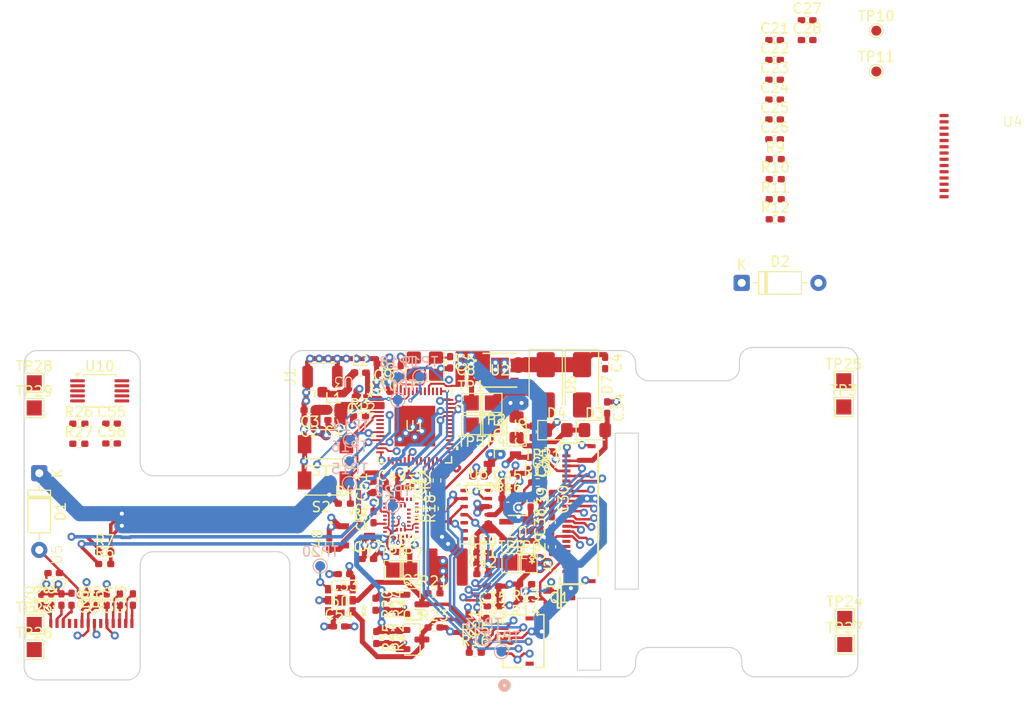
<source format=kicad_pcb>
(kicad_pcb (version 20241229) (generator "pcbnew") (generator_version "9.0")
  (layers (0 "F.Cu" signal) (4 "In1.Cu" signal) (6 "In2.Cu" signal) (2 "B.Cu" signal) (13 "F.Paste" user) (15 "B.Paste" user) (5 "F.SilkS" user "F.Silkscreen") (7 "B.SilkS" user "B.Silkscreen") (1 "F.Mask" user) (3 "B.Mask" user) (25 "Edge.Cuts" user))
  (net 0 "")
  (net 1 "Net-(C1-Pad1)")
  (net 2 "GND")
  (net 3 "+3V3")
  (net 4 "Net-(U1-XTAL_P)")
  (net 5 "Net-(U1-XTAL_N)")
  (net 6 "Net-(U1-LNA_IN)")
  (net 7 "Net-(U5-C2N)")
  (net 8 "Net-(U5-C2P)")
  (net 9 "Net-(U5-C1N)")
  (net 10 "Net-(U5-C1P)")
  (net 11 "Net-(D1-A)")
  (net 12 "Net-(U5-VCOMH)")
  (net 13 "Net-(U5-VCC)")
  (net 14 "Net-(D2-A)")
  (net 15 "Net-(U4-C1P)")
  (net 16 "Net-(U4-C1N)")
  (net 17 "Net-(U4-C2N)")
  (net 18 "Net-(U4-C2P)")
  (net 19 "Net-(U4-VCOMH)")
  (net 20 "Net-(U4-VCC)")
  (net 21 "Net-(C29-Pad1)")
  (net 22 "Net-(C31-Pad2)")
  (net 23 "Net-(C32-Pad2)")
  (net 24 "Net-(C33-Pad2)")
  (net 25 "Net-(D3-A)")
  (net 26 "Net-(C35-Pad2)")
  (net 27 "Net-(D5-A)")
  (net 28 "Net-(D3-K)")
  (net 29 "Net-(D5-K)")
  (net 30 "GNDPWR")
  (net 31 "Net-(U7-VOUT)")
  (net 32 "+1V8")
  (net 33 "+1V8_A")
  (net 34 "GNDIO")
  (net 35 "Net-(U8-VREG)")
  (net 36 "Net-(J1-In)")
  (net 38 "E_INK_RESET")
  (net 39 "E_INK_BUSY")
  (net 40 "Net-(J2-Pad3)")
  (net 41 "SPI_SCK")
  (net 43 "Net-(J2-Pad2)")
  (net 44 "E_INK_CS")
  (net 48 "SPI_MOSI")
  (net 49 "E_INK_D{slash}C")
  (net 50 "TOUCH_RESET")
  (net 51 "SCL")
  (net 52 "SDA")
  (net 53 "TOUCH_INT")
  (net 54 "Net-(Q2-S)")
  (net 55 "Net-(Q3-S)")
  (net 56 "Net-(U1-GPIO19)")
  (net 57 "Net-(R1-Pad1)")
  (net 58 "Net-(R2-Pad1)")
  (net 59 "Net-(U1-GPIO20)")
  (net 60 "Net-(U1-CHIP_PU)")
  (net 61 "Net-(U1-GPIO0)")
  (net 62 "Net-(U5-IREF)")
  (net 63 "Net-(U4-IREF)")
  (net 64 "HR_INT")
  (net 65 "BAR_INT")
  (net 66 "IMU_INT")
  (net 76 "Net-(U10-REG)")
  (net 85 "Net-(U10-OUT+)")
  (net 136 "Net-(U10-OUT-)")
  (net 137 "HAP_EN")
  (net 138 "HAP_TRIG")
  (net 140 "Net-(D6-K)")
  (net 141 "Net-(D6-A)")
  (net 142 "Net-(D7-A)")
  (footprint "BMP585:LGA9_BMP585_BOS" (layer "F.Cu") (at 137.5 115.1 180)
    (property "Reference" "U9")
    (property "Value" "BMP585")
  )
  (footprint "LD39200PU33R:SON_DFN6_3X3_STM" (layer "F.Cu") (at 153.3522 92.250001)
    (property "Reference" "U2")
    (property "Value" "LD39200PU33R")
  )
  (footprint "Resistor_SMD:R_0402_1005Metric_Pad0.72x0.64mm_HandSolder" (layer "F.Cu") (at 142.1 118.7975 -90)
    (property "Reference" "R22")
    (property "Value" "10K")
  )
  (footprint "TestPoint:TestPoint_Pad_1.5x1.5mm" (layer "F.Cu") (at 156.1 111.4)
    (property "Reference" "TP8")
    (property "Value" "GND_TO_GNDPWR")
  )
  (footprint "TestPoint:TestPoint_Pad_1.5x1.5mm" (layer "F.Cu") (at 142.8 112.1)
    (property "Reference" "TP6")
    (property "Value" "GND_TO_GNDIO")
  )
  (footprint "TestPoint:TestPoint_Pad_1.5x1.5mm" (layer "F.Cu") (at 107.1 96)
    (property "Reference" "TP29")
    (property "Value" "HAPTIC-")
  )
  (footprint "TestPoint:TestPoint_Pad_D1.0mm" (layer "F.Cu") (at 190.7325 58.53)
    (property "Reference" "TP10")
    (property "Value" "MAIN_SCL")
  )
  (footprint "TS-1088-AR02016:SW_TS-1088-AR02016" (layer "F.Cu") (at 136.025 99.6 180)
    (property "Reference" "S1")
    (property "Value" "TS-1088-AR02016")
  )
  (footprint "ESP32-S3:QFN56_7X7_EXP" (layer "F.Cu") (at 144.9 97.8)
    (property "Reference" "U1")
    (property "Value" "ESP32-S3")
  )
  (footprint "2328702-6:CONN6_2328702-6_TEC" (layer "F.Cu") (at 155.674088 119.150001 90)
    (property "Reference" "J3")
    (property "Value" "2328702-6")
  )
  (footprint "Resistor_SMD:R_0402_1005Metric_Pad0.72x0.64mm_HandSolder" (layer "F.Cu") (at 141 115.4975 -90)
    (property "Reference" "R20")
    (property "Value" "10K")
  )
  (footprint "Capacitor_SMD:C_0402_1005Metric_Pad0.74x0.62mm_HandSolder" (layer "F.Cu") (at 136.4 109.4675 90)
    (property "Reference" "C48")
    (property "Value" "1uF")
  )
  (footprint "Capacitor_SMD:C_0402_1005Metric_Pad0.74x0.62mm_HandSolder" (layer "F.Cu") (at 149.9675 92.4)
    (property "Reference" "C5")
    (property "Value" "10uF")
  )
  (footprint "Resistor_SMD:R_0402_1005Metric_Pad0.72x0.64mm_HandSolder" (layer "F.Cu") (at 180.6925 75.27)
    (property "Reference" "R11")
    (property "Value" "4.7K")
  )
  (footprint "Package_TO_SOT_SMD:SOT-23" (layer "F.Cu") (at 144.6625 119)
    (property "Reference" "Q3")
    (property "Value" "BSS138")
  )
  (footprint "Resistor_SMD:R_0402_1005Metric_Pad0.72x0.64mm_HandSolder" (layer "F.Cu") (at 141.0775 118.8 -90)
    (property "Reference" "R25")
    (property "Value" "4.7K")
  )
  (footprint "Capacitor_SMD:C_0402_1005Metric_Pad0.74x0.62mm_HandSolder" (layer "F.Cu") (at 114.3 115.0325 90)
    (property "Reference" "C15")
    (property "Value" "100nF")
  )
  (footprint "TestPoint:TestPoint_Pad_1.5x1.5mm" (layer "F.Cu") (at 187.6 119.5)
    (property "Reference" "TP27")
    (property "Value" "GND")
  )
  (footprint "TestPoint:TestPoint_Pad_1.5x1.5mm" (layer "F.Cu") (at 107.1 120)
    (property "Reference" "TP26")
    (property "Value" "GND")
  )
  (footprint "TestPoint:TestPoint_Pad_1.5x1.5mm" (layer "F.Cu") (at 144.4 112.1)
    (property "Reference" "TP7")
    (property "Value" "GNDIO_TO_GND")
  )
  (footprint "Resistor_SMD:R_0402_1005Metric_Pad0.72x0.64mm_HandSolder" (layer "F.Cu") (at 110.8 114.9975 -90)
    (property "Reference" "R8")
    (property "Value" "560K")
  )
  (footprint "Diode_THT:D_DO-35_SOD27_P7.62mm_Horizontal" (layer "F.Cu") (at 107.6 102.48 -90)
    (property "Reference" "D1")
    (property "Value" "D")
  )
  (footprint "Capacitor_SMD:C_0402_1005Metric_Pad0.74x0.62mm_HandSolder" (layer "F.Cu") (at 139.5675 94.9 180)
    (property "Reference" "C12")
    (property "Value" "1pF")
  )
  (footprint "Resistor_SMD:R_0402_1005Metric_Pad0.72x0.64mm_HandSolder" (layer "F.Cu") (at 114.1025 110.3)
    (property "Reference" "R7")
    (property "Value" "4.7K")
  )
  (footprint "Diode_SMD:D_SMA" (layer "F.Cu") (at 161.5 93.7 -90)
    (property "Reference" "D7")
    (property "Value" "MRA4003T3G")
  )
  (footprint "2328702-6:Untitled" (layer "F.Cu") (at 197.4625 70.68)
    (property "Reference" "U4")
    (property "Value" "~")
  )
  (footprint "Capacitor_SMD:C_0402_1005Metric_Pad0.74x0.62mm_HandSolder" (layer "F.Cu") (at 144.3 103.2675 -90)
    (property "Reference" "C11")
    (property "Value" "1nF")
  )
  (footprint "Capacitor_SMD:C_0402_1005Metric_Pad0.74x0.62mm_HandSolder" (layer "F.Cu") (at 142.6325 103.9)
    (property "Reference" "C49")
    (property "Value" "100nF")
  )
  (footprint "Capacitor_SMD:C_0402_1005Metric_Pad0.74x0.62mm_HandSolder" (layer "F.Cu") (at 140.8 103.8325 90)
    (property "Reference" "C51")
    (property "Value" "1uF")
  )
  (footprint "Diode_SMD:D_0805_2012Metric_Pad1.15x1.40mm_HandSolder" (layer "F.Cu") (at 155 97.925 90)
    (property "Reference" "D5")
    (property "Value" "MBR0530")
  )
  (footprint "Capacitor_SMD:C_0402_1005Metric_Pad0.74x0.62mm_HandSolder" (layer "F.Cu") (at 114.78 99.525)
    (property "Reference" "C56")
    (property "Value" "1uF")
  )
  (footprint "Capacitor_SMD:C_0402_1005Metric_Pad0.74x0.62mm_HandSolder" (layer "F.Cu") (at 158.5 107.3675 90)
    (property "Reference" "C38")
    (property "Value" "4.7uF/25V")
  )
  (footprint "Capacitor_SMD:C_0402_1005Metric_Pad0.74x0.62mm_HandSolder" (layer "F.Cu") (at 140.8 106.8325 90)
    (property "Reference" "C52")
    (property "Value" "220nF")
  )
  (footprint "Resistor_SMD:R_0402_1005Metric_Pad0.72x0.64mm_HandSolder" (layer "F.Cu") (at 112.3 115.0025 -90)
    (property "Reference" "R5")
    (property "Value" "4.7K")
  )
  (footprint "Resistor_SMD:R_0402_1005Metric_Pad0.72x0.64mm_HandSolder" (layer "F.Cu") (at 150.9025 120.3)
    (property "Reference" "R16")
    (property "Value" "4.7K")
  )
  (footprint "TestPoint:TestPoint_Pad_D1.0mm" (layer "F.Cu") (at 190.7325 62.58)
    (property "Reference" "TP11")
    (property "Value" "MAIN_SDA")
  )
  (footprint "Package_TO_SOT_SMD:SOT-23" (layer "F.Cu") (at 144.6625 115.5)
    (property "Reference" "Q2")
    (property "Value" "BSS138")
  )
  (footprint "OptoDevice:Maxim_OLGA-14_3.3x5.6mm_P0.8mm" (layer "F.Cu") (at 151 106.6)
    (property "Reference" "U6")
    (property "Value" "MAX30102")
  )
  (footprint "Capacitor_SMD:C_0402_1005Metric_Pad0.74x0.62mm_HandSolder" (layer "F.Cu") (at 151.6325 110.4)
    (property "Reference" "C40")
    (property "Value" "1uF")
  )
  (footprint "Capacitor_SMD:C_0402_1005Metric_Pad0.74x0.62mm_HandSolder" (layer "F.Cu") (at 107.8 115.0675 90)
    (property "Reference" "C20")
    (property "Value" "100nF")
  )
  (footprint "TestPoint:TestPoint_Pad_1.5x1.5mm" (layer "F.Cu") (at 154.5 111.4)
    (property "Reference" "TP9")
    (property "Value" "GNDPWR_TO_GND")
  )
  (footprint "Capacitor_SMD:C_0402_1005Metric_Pad0.74x0.62mm_HandSolder" (layer "F.Cu") (at 109.0325 112.4 180)
    (property "Reference" "C17")
    (property "Value" "4.7uF")
  )
  (footprint "TestPoint:TestPoint_Pad_1.5x1.5mm" (layer "F.Cu") (at 150.5 95.5)
    (property "Reference" "TP1")
    (property "Value" "GND")
  )
  (footprint "Capacitor_SMD:C_0402_1005Metric_Pad0.74x0.62mm_HandSolder" (layer "F.Cu") (at 164 95.9675 -90)
    (property "Reference" "C34")
    (property "Value" "1uF/25V")
  )
  (footprint "Resistor_SMD:R_0402_1005Metric_Pad0.72x0.64mm_HandSolder" (layer "F.Cu") (at 137.9025 105.5)
    (property "Reference" "R4")
    (property "Value" "10K")
  )
  (footprint "Capacitor_SMD:C_0402_1005Metric_Pad0.74x0.62mm_HandSolder" (layer "F.Cu") (at 148.4 91.4675 -90)
    (property "Reference" "C7")
    (property "Value" "11pF")
  )
  (footprint "Resistor_SMD:R_0402_1005Metric_Pad0.72x0.64mm_HandSolder" (layer "F.Cu") (at 147.6 105.9975 90)
    (property "Reference" "R18")
    (property "Value" "1K")
  )
  (footprint "Capacitor_SMD:C_0402_1005Metric_Pad0.74x0.62mm_HandSolder" (layer "F.Cu") (at 136.835 97.2 180)
    (property "Reference" "C1")
    (property "Value" "100nF")
  )
  (footprint "Capacitor_SMD:C_0402_1005Metric_Pad0.74x0.62mm_HandSolder" (layer "F.Cu") (at 156.4 105.2675 -90)
    (property "Reference" "C39")
    (property "Value" "0.1uF")
  )
  (footprint "Resistor_SMD:R_0402_1005Metric_Pad0.72x0.64mm_HandSolder" (layer "F.Cu") (at 139.4025 96.8)
    (property "Reference" "R3")
    (property "Value" "10K")
  )
  (footprint "Capacitor_SMD:C_0402_1005Metric_Pad0.74x0.62mm_HandSolder" (layer "F.Cu") (at 152.6325 113.7 180)
    (property "Reference" "C35")
    (property "Value" "1uF/25V")
  )
  (footprint "Resistor_SMD:R_0402_1005Metric_Pad0.72x0.64mm_HandSolder" (layer "F.Cu") (at 180.6925 73.28)
    (property "Reference" "R10")
    (property "Value" "4.7K")
  )
  (footprint "Capacitor_SMD:C_0402_1005Metric_Pad0.74x0.62mm_HandSolder" (layer "F.Cu") (at 113.3 115.0325 90)
    (property "Reference" "C16")
    (property "Value" "4.7uF")
  )
  (footprint "Resistor_SMD:R_0402_1005Metric_Pad0.72x0.64mm_HandSolder" (layer "F.Cu") (at 155.9025 115 180)
    (property "Reference" "R14")
    (property "Value" "2.2R")
  )
  (footprint "Capacitor_SMD:C_0402_1005Metric_Pad0.74x0.62mm_HandSolder" (layer "F.Cu") (at 114.78 97.555)
    (property "Reference" "C55")
    (property "Value" "1uF")
  )
  (footprint "Resistor_SMD:R_0402_1005Metric_Pad0.72x0.64mm_HandSolder" (layer "F.Cu") (at 146.7975 114.4)
    (property "Reference" "R21")
    (property "Value" "10K")
  )
  (footprint "Capacitor_SMD:C_0402_1005Metric_Pad0.74x0.62mm_HandSolder" (layer "F.Cu") (at 183.8625 59.46)
    (property "Reference" "C28")
    (property "Value" "100nF")
  )
  (footprint "Capacitor_SMD:C_0402_1005Metric_Pad0.74x0.62mm_HandSolder" (layer "F.Cu") (at 154.1325 103.9)
    (property "Reference" "C45")
    (property "Value" "100nF")
  )
  (footprint "2328702-6:Untitled" (layer "F.Cu") (at 112.46 117.4 90)
    (property "Reference" "U5")
    (property "Value" "~")
  )
  (footprint "Resistor_SMD:R_0402_1005Metric_Pad0.72x0.64mm_HandSolder" (layer "F.Cu") (at 114.0975 111.5)
    (property "Reference" "R6")
    (property "Value" "4.7K")
  )
  (footprint "TCR2EF33_LMCT:SOT-25   SMV_TOS" (layer "F.Cu") (at 155.1444 108.250001 180)
    (property "Reference" "U7")
    (property "Value" "TCR2EF33_LMCT")
  )
  (footprint "TestPoint:TestPoint_Pad_1.5x1.5mm" (layer "F.Cu") (at 187.5 93.3)
    (property "Reference" "TP25")
    (property "Value" "BATT3")
  )
  (footprint "Capacitor_SMD:C_0402_1005Metric_Pad0.74x0.62mm_HandSolder" (layer "F.Cu") (at 152.6675 115.7 180)
    (property "Reference" "C32")
    (property "Value" "1uF/25V")
  )
  (footprint "Package_SO:VSSOP-10_3x3mm_P0.5mm" (layer "F.Cu") (at 113.6 94.3)
    (property "Reference" "U10")
    (property "Value" "DRV2605LDGS")
  )
  (footprint "SI1308EDL-T1-GE3:SOT65P210X110-3N" (layer "F.Cu") (at 159.25 114.85)
    (property "Reference" "Q1")
    (property "Value" "SI1308EDL-T1-GE3")
  )
  (footprint "ANR4012T470M inductor:Untitled" (layer "F.Cu") (at 148.1 111.8)
    (property "Reference" "L3")
    (property "Value" "47uH 500mA")
  )
  (footprint "TestPoint:TestPoint_Pad_1.5x1.5mm" (layer "F.Cu") (at 187.5 95.9)
    (property "Reference" "TP3")
    (property "Value" "GND")
  )
  (footprint "Capacitor_SMD:C_0402_1005Metric_Pad0.74x0.62mm_HandSolder" (layer "F.Cu") (at 156.6 98.3675 90)
    (property "Reference" "C36")
    (property "Value" "4.7uF/25V")
  )
  (footprint "Inductor_SMD:L_0402_1005Metric_Pad0.77x0.64mm_HandSolder" (layer "F.Cu") (at 139.4725 92.5)
    (property "Reference" "L2")
    (property "Value" "3.3nH")
  )
  (footprint "Capacitor_SMD:C_0402_1005Metric_Pad0.74x0.62mm_HandSolder" (layer "F.Cu") (at 137.8675 112.5 180)
    (property "Reference" "C53")
    (property "Value" "100nF")
  )
  (footprint "TestPoint:TestPoint_Pad_1.5x1.5mm" (layer "F.Cu") (at 107.1 93.5)
    (property "Reference" "TP28")
    (property "Value" "HAPTIC+")
  )
  (footprint "TestPoint:TestPoint_Pad_1.5x1.5mm" (layer "F.Cu") (at 152.6 95.5 180)
    (property "Reference" "TP2")
    (property "Value" "VBUS")
  )
  (footprint "Capacitor_SMD:C_0402_1005Metric_Pad0.74x0.62mm_HandSolder" (layer "F.Cu") (at 156.3 101.4675 -90)
    (property "Reference" "C44")
    (property "Value" "1uF")
  )
  (footprint "Resistor_SMD:R_0402_1005Metric_Pad0.72x0.64mm_HandSolder" (layer "F.Cu") (at 180.6925 77.26)
    (property "Reference" "R12")
    (property "Value" "560K")
  )
  (footprint "Inductor_SMD:L_0402_1005Metric_Pad0.77x0.64mm_HandSolder" (layer "F.Cu") (at 136.8075 96.2)
    (property "Reference" "L1")
    (property "Value" "2nH")
  )
  (footprint "Resistor_SMD:R_0402_1005Metric_Pad0.72x0.64mm_HandSolder" (layer "F.Cu") (at 155.9025 113.5 180)
    (property "Reference" "R13")
    (property "Value" "1M")
  )
  (footprint "Capacitor_SMD:C_0402_1005Metric_Pad0.74x0.62mm_HandSolder" (layer "F.Cu") (at 158.5 105.0675 -90)
    (property "Reference" "C30")
    (property "Value" "1uF/25V")
  )
  (footprint "Capacitor_SMD:C_0402_1005Metric_Pad0.74x0.62mm_HandSolder" (layer "F.Cu") (at 180.6325 59.46)
    (property "Reference" "C21")
    (property "Value" "4.7uF")
  )
  (footprint "Capacitor_SMD:C_0402_1005Metric_Pad0.74x0.62mm_HandSolder" (layer "F.Cu") (at 140.2325 111)
    (property "Reference" "C47")
    (property "Value" "1uF")
  )
  (footprint "Capacitor_SMD:C_0402_1005Metric_Pad0.74x0.62mm_HandSolder" (layer "F.Cu") (at 157.9325 100.3 180)
    (property "Reference" "C37")
    (property "Value" "1uF/25V")
  )
  (footprint "Connector_Coaxial:U.FL_Hirose_U.FL-R-SMT-1_Vertical" (layer "F.Cu") (at 135.725 93.375 90)
    (property "Reference" "J1")
    (property "Value" "Conn_Coaxial_Small")
  )
  (footprint "Capacitor_SMD:C_0402_1005Metric_Pad0.74x0.62mm_HandSolder" (layer "F.Cu") (at 108.8 115.0325 90)
    (property "Reference" "C19")
    (property "Value" "4.7uF")
  )
  (footprint "Resistor_SMD:R_0402_1005Metric_Pad0.72x0.64mm_HandSolder" (layer "F.Cu") (at 142.1 115.4975 -90)
    (property "Reference" "R24")
    (property "Value" "4.7K")
  )
  (footprint "Resistor_SMD:R_0402_1005Metric_Pad0.72x0.64mm_HandSolder" (layer "F.Cu") (at 111.53 99.555)
    (property "Reference" "R27")
    (property "Value" "2.2K")
  )
  (footprint "Capacitor_SMD:C_0402_1005Metric_Pad0.74x0.62mm_HandSolder" (layer "F.Cu") (at 137.3675 117.7)
    (property "Reference" "C54")
    (property "Value" "100nF")
  )
  (footprint "TestPoint:TestPoint_Pad_1.5x1.5mm" (layer "F.Cu") (at 152.6 97.7 180)
    (property "Reference" "TP4")
    (property "Value" "DN")
  )
  (footprint "Capacitor_SMD:C_0402_1005Metric_Pad0.74x0.62mm_HandSolder" (layer "F.Cu") (at 151.6325 112.5)
    (property "Reference" "C42")
    (property "Value" "100nF")
  )
  (footprint "Capacitor_SMD:C_0402_1005Metric_Pad0.74x0.62mm_HandSolder" (layer "F.Cu") (at 151.6325 111.5)
    (property "Reference" "C41")
    (property "Value" "10uF")
  )
  (footprint "TestPoint:TestPoint_Pad_1.5x1.5mm" (layer "F.Cu") (at 150.5 97.7 180)
    (property "Reference" "TP5")
    (property "Value" "DP")
  )
  (footprint "TestPoint:TestPoint_Pad_D1.0mm" (layer "F.Cu") (at 157.6 102.1)
    (property "Reference" "TP21")
    (property "Value" "HR_INT")
  )
  (footprint "Resistor_SMD:R_0402_1005Metric_Pad0.72x0.64mm_HandSolder" (layer "F.Cu") (at 157.1025 103.4)
    (property "Reference" "R19")
    (property "Value" "1K")
  )
  (footprint "XC6206P302MR:SOT95P280X130-3N" (layer "F.Cu") (at 139.1 108.7)
    (property "Reference" "VR2")
    (property "Value" "XC6206P302MR")
  )
  (footprint "Capacitor_SMD:C_0402_1005Metric_Pad0.74x0.62mm_HandSolder" (layer "F.Cu") (at 134.4675 97.2 180)
    (property "Reference" "C2")
    (property "Value" "1uF")
  )
  (footprint "Diode_SMD:D_0805_2012Metric_Pad1.15x1.40mm_HandSolder" (layer "F.Cu") (at 162.775 98.2)
    (property "Reference" "D3")
    (property "Value" "MBR0530")
  )
  (footprint "Capacitor_SMD:C_0402_1005Metric_Pad0.74x0.62mm_HandSolder" (layer "F.Cu") (at 180.6325 63.4)
    (property "Reference" "C23")
    (property "Value" "4.7uF")
  )
  (footprint "Diode_SMD:D_SMA" (layer "F.Cu") (at 157.9 93.7 -90)
    (property "Reference" "D6")
    (property "Value" "MRA4003T3G")
  )
  (footprint "Capacitor_SMD:C_0402_1005Metric_Pad0.74x0.62mm_HandSolder" (layer "F.Cu") (at 151.2325 102.8 180)
    (property "Reference" "C43")
    (property "Value" "1uF")
  )
  (footprint "Capacitor_SMD:C_0402_1005Metric_Pad0.74x0.62mm_HandSolder" (layer "F.Cu") (at 116.9 115.0325 90)
    (property "Reference" "C13")
    (property "Value" "1uF")
  )
  (footprint "Capacitor_SMD:C_0402_1005Metric_Pad0.74x0.62mm_HandSolder" (layer "F.Cu") (at 109.8 115.0325 90)
    (property "Reference" "C18")
    (property "Value" "1uF")
  )
  (footprint "TestPoint:TestPoint_Pad_1.5x1.5mm" (layer "F.Cu") (at 187.6 116.9)
    (property "Reference" "TP24")
    (property "Value" "BATT2")
  )
  (footprint "Capacitor_SMD:C_0402_1005Metric_Pad0.74x0.62mm_HandSolder" (layer "F.Cu") (at 134.4675 96.2 180)
    (property "Reference" "C3")
    (property "Value" "10uF")
  )
  (footprint "Resistor_SMD:R_0402_1005Metric_Pad0.72x0.64mm_HandSolder" (layer "F.Cu") (at 146.8025 117.8)
    (property "Reference" "R23")
    (property "Value" "10K")
  )
  (footprint "Capacitor_SMD:C_0402_1005Metric_Pad0.74x0.62mm_HandSolder" (layer "F.Cu") (at 115.6 115.0325 90)
    (property "Reference" "C14")
    (property "Value" "1uF")
  )
  (footprint "Diode_THT:D_DO-35_SOD27_P7.62mm_Horizontal" (layer "F.Cu") (at 177.3625 83.58)
    (property "Reference" "D2")
    (property "Value" "D")
  )
  (footprint "Capacitor_SMD:C_0402_1005Metric_Pad0.74x0.62mm_HandSolder" (layer "F.Cu") (at 180.6325 65.37)
    (property "Reference" "C24")
    (property "Value" "1uF")
  )
  (footprint "Resistor_SMD:R_0402_1005Metric_Pad0.72x0.64mm_HandSolder" (layer "F.Cu") (at 150.9025 119.2)
    (property "Reference" "R15")
    (property "Value" "4.7K")
  )
  (footprint "TS-1088-AR02016:SW_TS-1088-AR02016" (layer "F.Cu") (at 136.025 103.2 180)
    (property "Reference" "S2")
    (property "Value" "TS-1088-AR02016")
  )
  (footprint "Capacitor_SMD:C_0402_1005Metric_Pad0.74x0.62mm_HandSolder" (layer "F.Cu") (at 143.6325 110.3)
    (property "Reference" "C50")
    (property "Value" "100nF")
  )
  (footprint "Capacitor_SMD:C_0402_1005Metric_Pad0.74x0.62mm_HandSolder" (layer "F.Cu") (at 152 117.4675 90)
    (property "Reference" "C31")
    (property "Value" "1uF/25V")
  )
  (footprint "Capacitor_SMD:C_0402_1005Metric_Pad0.74x0.62mm_HandSolder" (layer "F.Cu") (at 154.1325 105)
    (property "Reference" "C46")
    (property "Value" "4.7uF")
  )
  (footprint "Capacitor_SMD:C_0402_1005Metric_Pad0.74x0.62mm_HandSolder" (layer "F.Cu") (at 141.7325 91.6 180)
    (property "Reference" "C9")
    (property "Value" "100nF")
  )
  (footprint "Resistor_SMD:R_0402_1005Metric_Pad0.72x0.64mm_HandSolder" (layer "F.Cu") (at 146.5 105.9975 90)
    (property "Reference" "R17")
    (property "Value" "1K")
  )
  (footprint "Capacitor_SMD:C_0402_1005Metric_Pad0.74x0.62mm_HandSolder" (layer "F.Cu") (at 141.7675 92.6 180)
    (property "Reference" "C10")
    (property "Value" "10nF")
  )
  (footprint "Capacitor_SMD:C_0402_1005Metric_Pad0.74x0.62mm_HandSolder" (layer "F.Cu") (at 183.8625 57.49)
    (property "Reference" "C27")
    (property "Value" "4.7uF")
  )
  (footprint "Capacitor_SMD:C_0402_1005Metric_Pad0.74x0.62mm_HandSolder" (layer "F.Cu") (at 149.9675 93.4)
    (property "Reference" "C8")
    (property "Value" "100nF")
  )
  (footprint "Capacitor_SMD:C_0402_1005Metric_Pad0.74x0.62mm_HandSolder" (layer "F.Cu") (at 180.6325 69.31)
    (property "Reference" "C26")
    (property "Value" "1uF")
  )
  (footprint "TestPoint:TestPoint_Pad_1.5x1.5mm" (layer "F.Cu") (at 107.1 117.5)
    (property "Reference" "TP23")
    (property "Value" "BATT1")
  )
  (footprint "Resistor_SMD:R_0402_1005Metric_Pad0.72x0.64mm_HandSolder" (layer "F.Cu") (at 146.1 103.1975 90)
    (property "Reference" "R1")
    (property "Value" "22R")
  )
  (footprint "Capacitor_SMD:C_0402_1005Metric_Pad0.74x0.62mm_HandSolder" (layer "F.Cu") (at 180.6325 61.43)
    (property "Reference" "C22")
    (property "Value" "100nF")
  )
  (footprint "FFC2B28-24-G:GCT_FFC2B28-24-G" (layer "F.Cu") (at 161.2 106.5 90)
    (property "Reference" "J2")
    (property "Value" "FFC2B28-24-G")
  )
  (footprint "Capacitor_SMD:C_0402_1005Metric_Pad0.74x0.62mm_HandSolder" (layer "F.Cu") (at 158.522489 109.790632 90)
    (property "Reference" "C29")
    (property "Value" "1uF/25V")
  )
  (footprint "Resistor_SMD:R_0402_1005Metric_Pad0.72x0.64mm_HandSolder" (layer "F.Cu") (at 180.6925 71.29)
    (property "Reference" "R9")
    (property "Value" "4.7K")
  )
  (footprint "Capacitor_SMD:C_0402_1005Metric_Pad0.74x0.62mm_HandSolder" (layer "F.Cu") (at 180.6325 67.34)
    (property "Reference" "C25")
    (property "Value" "1uF")
  )
  (footprint "Capacitor_SMD:C_0402_1005Metric_Pad0.74x0.62mm_HandSolder" (layer "F.Cu") (at 163.8 91.5325 -90)
    (property "Reference" "C4")
    (property "Value" "10uF")
  )
  (footprint "Capacitor_SMD:C_0402_1005Metric_Pad0.74x0.62mm_HandSolder" (layer "F.Cu") (at 143.5 92.3675 90)
    (property "Reference" "C6")
    (property "Value" "11pF")
  )
  (footprint "BHI260AP:XDCR_BHI260AP" (layer "F.Cu") (at 143.515 106.9)
    (property "Reference" "U8")
    (property "Value" "BHI260AP")
  )
  (footprint "Capacitor_SMD:C_0402_1005Metric_Pad0.74x0.62mm_HandSolder" (layer "F.Cu") (at 152.6675 114.7 180)
    (property "Reference" "C33")
    (property "Value" "1uF/25V")
  )
  (footprint "XC6206P302MR:SOT95P280X130-3N" (layer "F.Cu") (at 153.6 101.55 180)
    (property "Reference" "VR1")
    (property "Value" "XC6206P302MR")
  )
  (footprint "Resistor_SMD:R_0402_1005Metric_Pad0.72x0.64mm_HandSolder" (layer "F.Cu") (at 111.53 97.565)
    (property "Reference" "R26")
    (property "Value" "2.2K")
  )
  (footprint "Resistor_SMD:R_0402_1005Metric_Pad0.72x0.64mm_HandSolder" (layer "F.Cu") (at 147.1 103.1975 90)
    (property "Reference" "R2")
    (property "Value" "22R")
  )
  (footprint "Diode_SMD:D_0805_2012Metric_Pad1.15x1.40mm_HandSolder" (layer "F.Cu") (at 158.975 98.2)
    (property "Reference" "D4")
    (property "Value" "MBR0530")
  )
  (footprint "XL2EL89CPI-111YLC-40M:Untitled" (layer "F.Cu") (at 145.9 91.9 180)
    (property "Reference" "U3")
    (property "Value" "~")
  )
  (footprint "TestPoint:TestPoint_Pad_D1.0mm" (layer "B.Cu") (at 138.4 101.3 180)
    (property "Reference" "TP16")
    (property "Value" "EINK_D/C")
  )
  (footprint "TestPoint:TestPoint_Pad_D1.0mm" (layer "B.Cu") (at 138.5 99.2 180)
    (property "Reference" "TP14")
    (property "Value" "EINK_BUSY")
  )
  (footprint "TestPoint:TestPoint_Pad_D1.0mm" (layer "B.Cu") (at 143.2 95.2 180)
    (property "Reference" "TP17")
    (property "Value" "EINK_CS")
  )
  (footprint "TestPoint:TestPoint_Pad_D1.0mm" (layer "B.Cu") (at 142.7 105.7 180)
    (property "Reference" "TP22")
    (property "Value" "IMU_INT")
  )
  (footprint "TestPoint:TestPoint_Pad_D1.0mm" (layer "B.Cu") (at 135.5 111.7 180)
    (property "Reference" "TP20")
    (property "Value" "BAR_INT")
  )
  (footprint "TestPoint:TestPoint_Pad_D1.0mm" (layer "B.Cu") (at 143.2 92.9 180)
    (property "Reference" "TP18")
    (property "Value" "SPI_SCK")
  )
  (footprint "TestPoint:TestPoint_Pad_D1.0mm" (layer "B.Cu") (at 151.7 118.9 180)
    (property "Reference" "TP13")
    (property "Value" "TOUCH_RESET")
  )
  (footprint "TestPoint:TestPoint_Pad_D1.0mm" (layer "B.Cu") (at 145.4 92.9 180)
    (property "Reference" "TP19")
    (property "Value" "SPI_MOSI")
  )
  (footprint "TestPoint:TestPoint_Pad_D1.0mm" (layer "B.Cu") (at 138.4 103.5 180)
    (property "Reference" "TP15")
    (property "Value" "EINK_RESET")
  )
  (footprint "TestPoint:TestPoint_Pad_D1.0mm" (layer "B.Cu") (at 153.5 120.2 180)
    (property "Reference" "TP12")
    (property "Value" "TOUCH_INT")
  )
  (gr_rect (start 161.05 114.9) (end 163.35 122.05) (stroke (width 0.1)) (fill no) (layer "Edge.Cuts"))
  (gr_rect (start 164.8 98.5) (end 167.1 114) (stroke (width 0.1)) (fill no) (layer "Edge.Cuts"))
  (gr_poly (pts (xy 187.613778 89.992137) (xy 187.62674 89.992341) (xy 187.63971 89.992677) (xy 187.652673 89.993142) (xy 187.665635 89.993738) (xy 187.678597 89.994463) (xy 187.691834 89.995317) (xy 187.704789 89.996301) (xy 187.717492 89.997415) (xy 187.730462 89.998659) (xy 187.743424 90.000032) (xy 187.756387 90.001532) (xy 187.769357 90.003165) (xy 187.782052 90.004924) (xy 187.795014 90.006813) (xy 187.807984 90.008829) (xy 187.820687 90.010975) (xy 187.833383 90.013248) (xy 187.846345 90.01565) (xy 187.859048 90.01818) (xy 187.871743 90.020836) (xy 187.884446 90.02362) (xy 187.897149 90.02653) (xy 187.909852 90.029568) (xy 187.922288 90.032729) (xy 187.934983 90.036021) (xy 187.947419 90.039434) (xy 187.960122 90.042974) (xy 187.972558 90.046638) (xy 187.984994 90.05043) (xy 187.997422 90.054343) (xy 188.009591 90.058381) (xy 188.022027 90.06254) (xy 188.034203 90.066823) (xy 188.046372 90.071231) (xy 188.058541 90.075759) (xy 188.070718 90.08041) (xy 188.082887 90.08518) (xy 188.095055 90.090072) (xy 188.106965 90.095084) (xy 188.118867 90.100216) (xy 188.130776 90.105466) (xy 188.142678 90.110837) (xy 188.154321 90.116324) (xy 188.16623 90.121928) (xy 188.177873 90.127651) (xy 188.189507 90.133491) (xy 188.200883 90.139444) (xy 188.212525 90.145516) (xy 188.223908 90.151699) (xy 188.235284 90.157999) (xy 188.246659 90.16441) (xy 188.257775 90.170934) (xy 188.268891 90.17757) (xy 188.28 90.18432) (xy 188.291108 90.191178) (xy 188.302224 90.198147) (xy 188.313073 90.205227) (xy 188.323922 90.212413) (xy 188.334504 90.219708) (xy 188.345353 90.227111) (xy 188.355927 90.23462) (xy 188.366517 90.242234) (xy 188.376832 90.249955) (xy 188.387421 90.257778) (xy 188.397736 90.265705) (xy 188.407792 90.273736) (xy 188.417848 90.281866) (xy 188.428162 90.2901) (xy 188.437959 90.298432) (xy 188.448014 90.306864) (xy 188.457795 90.315394) (xy 188.467324 90.324025) (xy 188.477113 90.332748) (xy 188.486642 90.341569) (xy 188.496171 90.350486) (xy 188.505418 90.359498) (xy 188.51468 90.368602) (xy 188.523942 90.377796) (xy 188.532937 90.387083) (xy 188.541932 90.396462) (xy 188.550935 90.405929) (xy 188.559663 90.415486) (xy 188.568391 90.42513) (xy 188.577126 90.434859) (xy 188.585595 90.444675) (xy 188.594064 90.454576) (xy 188.602258 90.464561) (xy 188.610459 90.474629) (xy 188.618668 90.484778) (xy 188.626603 90.495009) (xy 188.634538 90.505317) (xy 188.64248 90.515705) (xy 188.650155 90.526172) (xy 188.657823 90.536713) (xy 188.665231 90.547333) (xy 188.672639 90.558025) (xy 188.680047 90.568791) (xy 188.687196 90.579628) (xy 188.694337 90.590537) (xy 188.701218 90.601517) (xy 188.7081 90.612566) (xy 188.714707 90.623684) (xy 188.721322 90.634865) (xy 188.727937 90.646116) (xy 188.734292 90.657429) (xy 188.74064 90.668806) (xy 188.746728 90.680247) (xy 188.752809 90.691748) (xy 188.758897 90.703308) (xy 188.764718 90.714928) (xy 188.770272 90.726604) (xy 188.775826 90.738339) (xy 188.781381 90.750128) (xy 188.786675 90.761971) (xy 188.79197 90.773867) (xy 188.796998 90.785816) (xy 188.802018 90.797814) (xy 188.807046 90.809863) (xy 188.811814 90.82196) (xy 188.816308 90.834104) (xy 188.820809 90.846294) (xy 188.825303 90.858526) (xy 188.829537 90.870805) (xy 188.833772 90.883124) (xy 188.837739 90.895491) (xy 188.841714 90.907873) (xy 188.845414 90.920335) (xy 188.849114 90.932797) (xy 188.852555 90.945311) (xy 188.855996 90.957853) (xy 188.859437 90.970447) (xy 188.862611 90.983041) (xy 188.865525 90.995688) (xy 188.868432 91.008362) (xy 188.871079 91.021062) (xy 188.873719 91.033788) (xy 188.876367 91.046541) (xy 188.878747 91.059321) (xy 188.881135 91.072126) (xy 188.883248 91.084959) (xy 188.885095 91.097791) (xy 188.886956 91.11065) (xy 188.888802 91.123535) (xy 188.890397 91.136447) (xy 188.891976 91.149358) (xy 188.893304 91.16227) (xy 188.894357 91.175208) (xy 188.895684 91.188172) (xy 188.896485 91.201137) (xy 188.897271 91.214102) (xy 188.898065 91.227093) (xy 188.898599 91.240084) (xy 188.899125 91.253075) (xy 188.899392 91.266066) (xy 188.899659 91.279057) (xy 188.899659 91.292048) (xy 188.899659 121.400068) (xy 188.899659 121.401128) (xy 188.899659 121.41409) (xy 188.899392 121.427057) (xy 188.899125 121.440023) (xy 188.898599 121.452985) (xy 188.898065 121.465951) (xy 188.897271 121.478914) (xy 188.896485 121.492143) (xy 188.895417 121.505109) (xy 188.894357 121.517808) (xy 188.893044 121.530771) (xy 188.891717 121.543737) (xy 188.890397 121.556703) (xy 188.888535 121.569665) (xy 188.886956 121.582364) (xy 188.885095 121.595331) (xy 188.882981 121.608297) (xy 188.880868 121.620996) (xy 188.878488 121.633695) (xy 188.8761 121.646661) (xy 188.873719 121.65936) (xy 188.871079 121.672059) (xy 188.868165 121.684758) (xy 188.865258 121.697461) (xy 188.862344 121.710161) (xy 188.85917 121.722597) (xy 188.855729 121.735296) (xy 188.852288 121.747731) (xy 188.848847 121.760431) (xy 188.845155 121.772867) (xy 188.841447 121.785303) (xy 188.837472 121.797738) (xy 188.833512 121.809907) (xy 188.82927 121.822343) (xy 188.825036 121.834516) (xy 188.820542 121.846685) (xy 188.816041 121.858857) (xy 188.81128 121.871026) (xy 188.806519 121.883199) (xy 188.801759 121.895368) (xy 188.796731 121.907274) (xy 188.791703 121.919183) (xy 188.786408 121.931089) (xy 188.780854 121.942994) (xy 188.775567 121.954637) (xy 188.769746 121.966543) (xy 188.764192 121.978185) (xy 188.75837 121.989824) (xy 188.752282 122.001203) (xy 188.746194 122.012841) (xy 188.740113 122.024221) (xy 188.733758 122.0356) (xy 188.72741 122.046975) (xy 188.720796 122.058088) (xy 188.714181 122.0692) (xy 188.707566 122.080312) (xy 188.700684 122.091424) (xy 188.693536 122.102536) (xy 188.686662 122.113386) (xy 188.679521 122.124234) (xy 188.672112 122.134816) (xy 188.664704 122.145662) (xy 188.657296 122.156247) (xy 188.649621 122.166829) (xy 188.641953 122.177148) (xy 188.634011 122.187734) (xy 188.626077 122.198049) (xy 188.618142 122.208108) (xy 188.609933 122.218427) (xy 188.601731 122.228479) (xy 188.593263 122.238267) (xy 188.585069 122.248323) (xy 188.576333 122.258111) (xy 188.567872 122.267637) (xy 188.559129 122.277425) (xy 188.550134 122.286954) (xy 188.541406 122.296479) (xy 188.532411 122.305738) (xy 188.523148 122.314996) (xy 188.513894 122.324258) (xy 188.504632 122.333253) (xy 188.49537 122.342252) (xy 188.485848 122.351247) (xy 188.476319 122.359975) (xy 188.46679 122.368707) (xy 188.457009 122.377439) (xy 188.447213 122.385907) (xy 188.437158 122.394372) (xy 188.427377 122.402578) (xy 188.417054 122.410776) (xy 188.406999 122.418981) (xy 188.396684 122.426915) (xy 188.386361 122.434854) (xy 188.376046 122.442792) (xy 188.365724 122.450464) (xy 188.355142 122.458135) (xy 188.344552 122.465543) (xy 188.333711 122.472951) (xy 188.323121 122.480359) (xy 188.31228 122.487508) (xy 188.301171 122.494649) (xy 188.290315 122.501527) (xy 188.279206 122.508409) (xy 188.268098 122.515023) (xy 188.256982 122.521638) (xy 188.245599 122.528249) (xy 188.23449 122.534601) (xy 188.223115 122.540952) (xy 188.211472 122.547036) (xy 188.200097 122.553125) (xy 188.188447 122.559209) (xy 188.176812 122.56503) (xy 188.16517 122.570585) (xy 188.153527 122.576139) (xy 188.141618 122.581701) (xy 188.129716 122.586988) (xy 188.117806 122.592283) (xy 188.105904 122.597307) (xy 188.093995 122.602334) (xy 188.081826 122.607362) (xy 188.069917 122.612123) (xy 188.057748 122.61662) (xy 188.045579 122.621118) (xy 188.033402 122.625619) (xy 188.020974 122.62985) (xy 188.008805 122.634088) (xy 187.996369 122.638055) (xy 187.983933 122.642022) (xy 187.971497 122.645727) (xy 187.959054 122.649431) (xy 187.946618 122.652871) (xy 187.93393 122.656312) (xy 187.921487 122.659749) (xy 187.908791 122.662923) (xy 187.896089 122.665834) (xy 187.883393 122.668744) (xy 187.87069 122.671392) (xy 187.857987 122.674039) (xy 187.845284 122.676683) (xy 187.832589 122.679063) (xy 187.819627 122.681447) (xy 187.806924 122.683561) (xy 187.793954 122.685415) (xy 187.781258 122.687265) (xy 187.768296 122.689119) (xy 187.755326 122.690706) (xy 187.742364 122.692296) (xy 187.729401 122.693616) (xy 187.716699 122.694673) (xy 187.703736 122.695997) (xy 187.690774 122.696794) (xy 187.677804 122.697851) (xy 187.664842 122.698381) (xy 187.651612 122.698907) (xy 187.638642 122.699437) (xy 187.625687 122.699704) (xy 187.612718 122.699964) (xy 187.599763 122.699964) (xy 178.670075 122.699964) (xy 178.660546 122.699964) (xy 178.647576 122.699964) (xy 178.634614 122.699704) (xy 178.621385 122.699174) (xy 178.608422 122.698644) (xy 178.59546 122.697851) (xy 178.58249 122.697053) (xy 178.569528 122.696264) (xy 178.556565 122.695207) (xy 178.543595 122.693883) (xy 178.530633 122.692556) (xy 178.51793 122.691236) (xy 178.504968 122.689645) (xy 178.492005 122.687799) (xy 178.479302 122.685945) (xy 178.46634 122.684091) (xy 178.453378 122.681978) (xy 178.440675 122.679593) (xy 178.427979 122.677213) (xy 178.415276 122.674829) (xy 178.402306 122.672185) (xy 178.389604 122.669542) (xy 178.376916 122.666631) (xy 178.36448 122.66372) (xy 178.351777 122.660543) (xy 178.339074 122.657369) (xy 178.326638 122.653928) (xy 178.31421 122.650491) (xy 178.301507 122.646783) (xy 178.289071 122.643083) (xy 178.276635 122.639112) (xy 178.264459 122.635145) (xy 178.252023 122.63091) (xy 178.239861 122.62668) (xy 178.227425 122.622442) (xy 178.215249 122.617944) (xy 178.20308 122.613447) (xy 178.191171 122.608686) (xy 178.179002 122.603658) (xy 178.1671 122.598893) (xy 178.154923 122.593606) (xy 178.143022 122.588579) (xy 178.131112 122.583021) (xy 178.11947 122.577729) (xy 178.107568 122.572171) (xy 178.095925 122.566354) (xy 178.084283 122.560533) (xy 178.0729 122.554712) (xy 178.061257 122.548627) (xy 178.049882 122.542539) (xy 178.038506 122.536187) (xy 178.027131 122.52984) (xy 178.015748 122.523492) (xy 178.00464 122.516874) (xy 177.993531 122.510259) (xy 177.982423 122.503381) (xy 177.971299 122.496503) (xy 177.960458 122.489358) (xy 177.949609 122.482213) (xy 177.93876 122.475072) (xy 177.928178 122.467664) (xy 177.917588 122.459989) (xy 177.907014 122.452581) (xy 177.896424 122.444909) (xy 177.886109 122.436967) (xy 177.875787 122.429033) (xy 177.865472 122.421094) (xy 177.855416 122.413156) (xy 177.845101 122.404958) (xy 177.835313 122.396489) (xy 177.82525 122.388288) (xy 177.815469 122.379556) (xy 177.805673 122.371091) (xy 177.795884 122.362356) (xy 177.786355 122.353627) (xy 177.776833 122.344629) (xy 177.767579 122.335634) (xy 177.758317 122.326638) (xy 177.749055 122.31738) (xy 177.739793 122.308385) (xy 177.730798 122.29886) (xy 177.721803 122.289598) (xy 177.713075 122.280076) (xy 177.704339 122.270284) (xy 177.695611 122.260755) (xy 177.687135 122.25097) (xy 177.678674 122.240915) (xy 177.670205 122.231122) (xy 177.662003 122.221071) (xy 177.653809 122.210752) (xy 177.645867 122.2007) (xy 177.637933 122.190381) (xy 177.629998 122.180059) (xy 177.622315 122.169481) (xy 177.614648 122.159158) (xy 177.606973 122.148572) (xy 177.599564 122.137727) (xy 177.592416 122.127145) (xy 177.585015 122.116296) (xy 177.577866 122.105447) (xy 177.570985 122.094335) (xy 177.564111 122.08349) (xy 177.557229 122.072378) (xy 177.550614 122.060998) (xy 177.544 122.049886) (xy 177.537652 122.038507) (xy 177.531304 122.027131) (xy 177.525216 122.015752) (xy 177.519135 122.004377) (xy 177.513047 121.992734) (xy 177.507226 121.981096) (xy 177.501405 121.969453) (xy 177.495843 121.957811) (xy 177.490289 121.946168) (xy 177.484734 121.934263) (xy 177.479447 121.922357) (xy 177.47442 121.910451) (xy 177.469384 121.898542) (xy 177.464364 121.886373) (xy 177.459603 121.874467) (xy 177.454835 121.862295) (xy 177.450341 121.850126) (xy 177.44584 121.83769) (xy 177.441613 121.825517) (xy 177.437371 121.813348) (xy 177.433404 121.800912) (xy 177.429437 121.788476) (xy 177.425736 121.77604) (xy 177.422028 121.763608) (xy 177.418321 121.751169) (xy 177.414887 121.738469) (xy 177.411446 121.726034) (xy 177.408273 121.713334) (xy 177.405366 121.700902) (xy 177.402451 121.688199) (xy 177.399545 121.6755) (xy 177.396897 121.662801) (xy 177.394242 121.650102) (xy 177.391862 121.637136) (xy 177.389481 121.624437) (xy 177.387368 121.611734) (xy 177.385247 121.598771) (xy 177.383401 121.585805) (xy 177.381547 121.573106) (xy 177.37996 121.56014) (xy 177.378373 121.547178) (xy 177.377046 121.534211) (xy 177.375726 121.521249) (xy 177.374665 121.508546) (xy 177.373605 121.495584) (xy 177.372552 121.482618) (xy 177.371758 121.469392) (xy 177.371224 121.456426) (xy 177.370698 121.44346) (xy 177.370431 121.430497) (xy 177.370164 121.417531) (xy 177.369912 121.404565) (xy 177.370164 121.391603) (xy 177.370164 121.084951) (xy 177.369912 121.071985) (xy 177.369912 121.059022) (xy 177.369378 121.046056) (xy 177.369111 121.033094) (xy 177.368317 121.020128) (xy 177.367783 121.007161) (xy 177.366998 120.994199) (xy 177.365937 120.981233) (xy 177.364877 120.968267) (xy 177.363557 120.955304) (xy 177.362229 120.942338) (xy 177.36065 120.929376) (xy 177.359055 120.91641) (xy 177.357209 120.903711) (xy 177.355348 120.890745) (xy 177.353501 120.878045) (xy 177.351388 120.865079) (xy 177.349008 120.85238) (xy 177.346619 120.839418) (xy 177.344239 120.826719) (xy 177.341592 120.814016) (xy 177.338685 120.801317) (xy 177.335778 120.788617) (xy 177.332864 120.775918) (xy 177.32969 120.763479) (xy 177.326249 120.750779) (xy 177.323075 120.738347) (xy 177.319375 120.725911) (xy 177.315667 120.713212) (xy 177.311959 120.700773) (xy 177.307992 120.688604) (xy 177.304025 120.676168) (xy 177.29979 120.663732) (xy 177.295556 120.651563) (xy 177.291322 120.639394) (xy 177.28682 120.627221) (xy 177.282067 120.615049) (xy 177.277306 120.60288) (xy 177.272538 120.590707) (xy 177.26751 120.578801) (xy 177.262223 120.566896) (xy 177.257188 120.55499) (xy 177.251634 120.543081) (xy 177.246346 120.531442) (xy 177.240525 120.519536) (xy 177.234971 120.507894) (xy 177.22915 120.496251) (xy 177.223061 120.484876) (xy 177.216981 120.473234) (xy 177.210893 120.461854) (xy 177.204545 120.450479) (xy 177.19819 120.439103) (xy 177.191575 120.427987) (xy 177.18496 120.416612) (xy 177.178353 120.4055) (xy 177.171472 120.394388) (xy 177.16459 120.383539) (xy 177.157449 120.37269) (xy 177.1503 120.361844) (xy 177.142899 120.350995) (xy 177.135484 120.340413) (xy 177.128083 120.329828) (xy 177.1204 120.319246) (xy 177.112733 120.308664) (xy 177.105058 120.298345) (xy 177.097123 120.288026) (xy 177.088921 120.277707) (xy 177.080979 120.267652) (xy 177.072778 120.2576) (xy 177.064317 120.247545) (xy 177.055848 120.237754) (xy 177.047372 120.227966) (xy 177.038911 120.218175) (xy 177.030175 120.208385) (xy 177.02118 120.198861) (xy 177.012452 120.189334) (xy 177.003457 120.180076) (xy 176.994195 120.170814) (xy 176.984933 120.161556) (xy 176.975671 120.152559) (xy 176.966416 120.143564) (xy 176.956895 120.134567) (xy 176.947366 120.125835) (xy 176.937837 120.117105) (xy 176.928048 120.108373) (xy 176.918267 120.099906) (xy 176.908204 120.09144) (xy 176.898415 120.082973) (xy 176.888368 120.074771) (xy 176.878045 120.066833) (xy 176.867997 120.058631) (xy 176.857675 120.050693) (xy 176.847352 120.04302) (xy 176.83677 120.035348) (xy 176.826188 120.027675) (xy 176.815606 120.020002) (xy 176.805024 120.012594) (xy 176.794167 120.005451) (xy 176.783326 119.998306) (xy 176.772469 119.991163) (xy 176.761361 119.984283) (xy 176.75052 119.977405) (xy 176.739404 119.970525) (xy 176.728021 119.96391) (xy 176.716912 119.957296) (xy 176.705537 119.950944) (xy 176.694161 119.944597) (xy 176.682786 119.93851) (xy 176.671403 119.932424) (xy 176.65976 119.926605) (xy 176.648118 119.920518) (xy 176.636483 119.914964) (xy 176.624841 119.909406) (xy 176.612931 119.903852) (xy 176.601029 119.898559) (xy 176.58912 119.893268) (xy 176.577218 119.887975) (xy 176.565308 119.882949) (xy 176.55314 119.878187) (xy 176.54123 119.873422) (xy 176.529061 119.868661) (xy 176.516892 119.864164) (xy 176.504449 119.859929) (xy 176.49228 119.85543) (xy 176.479844 119.851463) (xy 176.467683 119.847228) (xy 176.455247 119.843524) (xy 176.442811 119.839557) (xy 176.430367 119.835853) (xy 176.417931 119.832412) (xy 176.405229 119.828973) (xy 176.3928 119.825797) (xy 176.380105 119.822622) (xy 176.367402 119.81945) (xy 176.354699 119.816537) (xy 176.342004 119.813892) (xy 176.329301 119.811244) (xy 176.316598 119.808601) (xy 176.303895 119.806218) (xy 176.29094 119.804101) (xy 176.278237 119.801721) (xy 176.265267 119.799869) (xy 176.252564 119.798017) (xy 176.23961 119.796165) (xy 176.22664 119.794578) (xy 176.21367 119.792989) (xy 176.200982 119.791667) (xy 176.188012 119.790344) (xy 176.175042 119.789285) (xy 176.162087 119.788226) (xy 176.149117 119.787433) (xy 176.136147 119.786639) (xy 176.123193 119.786109) (xy 176.109956 119.785581) (xy 176.097001 119.785316) (xy 176.084031 119.785053) (xy 176.071061 119.785053) (xy 176.070008 119.785053) (xy 168.131448 119.785053) (xy 168.118485 119.785053) (xy 168.105523 119.785316) (xy 168.092553 119.785581) (xy 168.079591 119.786109) (xy 168.066628 119.786639) (xy 168.053666 119.787433) (xy 168.040696 119.788226) (xy 168.027734 119.789285) (xy 168.014771 119.790344) (xy 168.001801 119.791667) (xy 167.988839 119.792989) (xy 167.975877 119.794313) (xy 167.963174 119.7959) (xy 167.950211 119.797754) (xy 167.937241 119.799604) (xy 167.924546 119.801721) (xy 167.911584 119.803836) (xy 167.898881 119.805955) (xy 167.886186 119.808336) (xy 167.873216 119.810981) (xy 167.86052 119.813627) (xy 167.847817 119.816274) (xy 167.835114 119.819183) (xy 167.822679 119.822358) (xy 167.809983 119.825532) (xy 167.79728 119.828708) (xy 167.784844 119.832149) (xy 167.772408 119.835588) (xy 167.759713 119.839292) (xy 167.747277 119.842996) (xy 167.735108 119.846965) (xy 167.722672 119.850932) (xy 167.710229 119.855167) (xy 167.698068 119.859399) (xy 167.685891 119.863899) (xy 167.673722 119.868396) (xy 167.661553 119.873159) (xy 167.649377 119.87792) (xy 167.637208 119.882684) (xy 167.625298 119.88771) (xy 167.613397 119.892736) (xy 167.601487 119.898029) (xy 167.589585 119.90332) (xy 167.577943 119.908878) (xy 167.566033 119.914432) (xy 167.554398 119.920255) (xy 167.542748 119.926076) (xy 167.531373 119.931896) (xy 167.51973 119.937982) (xy 167.508355 119.944331) (xy 167.49698 119.950416) (xy 167.485604 119.956767) (xy 167.474488 119.963382) (xy 167.463113 119.969997) (xy 167.451997 119.976875) (xy 167.441148 119.983754) (xy 167.430039 119.990632) (xy 167.41919 119.997777) (xy 167.408341 120.00492) (xy 167.3975 120.012065) (xy 167.38691 120.019473) (xy 167.376328 120.027145) (xy 167.365746 120.034555) (xy 167.355164 120.042226) (xy 167.344842 120.050165) (xy 167.334527 120.058101) (xy 167.324204 120.066039) (xy 167.314149 120.074241) (xy 167.304101 120.082443) (xy 167.294045 120.090644) (xy 167.284249 120.099113) (xy 167.274468 120.107579) (xy 167.26468 120.116309) (xy 167.254884 120.125041) (xy 167.245362 120.133773) (xy 167.2361 120.14277) (xy 167.226579 120.151765) (xy 167.217317 120.16076) (xy 167.208054 120.17002) (xy 167.199059 120.179281) (xy 167.190064 120.188806) (xy 167.181062 120.198068) (xy 167.172334 120.207591) (xy 167.163606 120.217382) (xy 167.15487 120.227172) (xy 167.146409 120.236961) (xy 167.13794 120.246751) (xy 167.129739 120.256807) (xy 167.12127 120.266858) (xy 167.113335 120.276914) (xy 167.105134 120.287233) (xy 167.097192 120.297551) (xy 167.089524 120.307866) (xy 167.081849 120.318452) (xy 167.074174 120.328771) (xy 167.066499 120.339353) (xy 167.059358 120.350202) (xy 167.051949 120.361051) (xy 167.044808 120.371633) (xy 167.03766 120.382745) (xy 167.030785 120.393594) (xy 167.023904 120.404706) (xy 167.017022 120.415819) (xy 167.010415 120.426931) (xy 167.00406 120.43831) (xy 166.997445 120.449422) (xy 166.991097 120.460798) (xy 166.985009 120.47244) (xy 166.978928 120.483815) (xy 166.973107 120.495458) (xy 166.967286 120.5071) (xy 166.961457 120.518743) (xy 166.955903 120.530382) (xy 166.950349 120.542287) (xy 166.945054 120.55393) (xy 166.939767 120.565839) (xy 166.93448 120.577745) (xy 166.929711 120.589914) (xy 166.924683 120.601819) (xy 166.919923 120.613992) (xy 166.915162 120.626161) (xy 166.910661 120.638334) (xy 166.906426 120.650506) (xy 166.901933 120.662938) (xy 166.897965 120.675111) (xy 166.893998 120.687547) (xy 166.890023 120.699979) (xy 166.886056 120.712419) (xy 166.882615 120.724851) (xy 166.878915 120.737287) (xy 166.875474 120.749723) (xy 166.8723 120.762422) (xy 166.869119 120.775125) (xy 166.865945 120.787557) (xy 166.863038 120.800256) (xy 166.860391 120.812959) (xy 166.857743 120.825658) (xy 166.855103 120.838624) (xy 166.852715 120.851323) (xy 166.850602 120.864023) (xy 166.848222 120.876985) (xy 166.846368 120.889688) (xy 166.844521 120.90265) (xy 166.842668 120.915616) (xy 166.841081 120.928315) (xy 166.839486 120.941282) (xy 166.838166 120.954244) (xy 166.836846 120.96721) (xy 166.835786 120.980172) (xy 166.834725 120.993139) (xy 166.833932 121.006105) (xy 166.833138 121.019067) (xy 166.832612 121.032033) (xy 166.832078 121.044999) (xy 166.831818 121.057962) (xy 166.831551 121.070928) (xy 166.831551 121.083894) (xy 166.831551 121.084951) (xy 166.831551 121.400068) (xy 166.831551 121.401128) (xy 166.831551 121.41409) (xy 166.831292 121.427057) (xy 166.831025 121.440023) (xy 166.830491 121.452985) (xy 166.829965 121.465951) (xy 166.829171 121.478914) (xy 166.828378 121.492143) (xy 166.827317 121.505109) (xy 166.826264 121.517808) (xy 166.824937 121.530771) (xy 166.823617 121.543737) (xy 166.82203 121.556703) (xy 166.820443 121.569665) (xy 166.818589 121.582364) (xy 166.816735 121.595331) (xy 166.814889 121.608297) (xy 166.812768 121.620996) (xy 166.810388 121.633695) (xy 166.808007 121.646661) (xy 166.80536 121.65936) (xy 166.802712 121.672059) (xy 166.800073 121.684758) (xy 166.797158 121.697461) (xy 166.793984 121.710161) (xy 166.79081 121.722597) (xy 166.787629 121.735296) (xy 166.784188 121.747731) (xy 166.780747 121.760431) (xy 166.777047 121.772867) (xy 166.77308 121.785303) (xy 166.769372 121.797738) (xy 166.765145 121.809907) (xy 166.761178 121.822343) (xy 166.756936 121.834516) (xy 166.752442 121.846685) (xy 166.747941 121.858857) (xy 166.74318 121.871026) (xy 166.738419 121.883199) (xy 166.733659 121.895368) (xy 166.728631 121.907274) (xy 166.723336 121.919183) (xy 166.718041 121.931089) (xy 166.712754 121.942994) (xy 166.7072 121.954637) (xy 166.701638 121.966543) (xy 166.696084 121.978185) (xy 166.690263 121.989824) (xy 166.684182 122.001203) (xy 166.678094 122.012841) (xy 166.672006 122.024221) (xy 166.665658 122.0356) (xy 166.65931 122.046975) (xy 166.652696 122.058088) (xy 166.646081 122.0692) (xy 166.639199 122.080312) (xy 166.632584 122.091424) (xy 166.625443 122.102536) (xy 166.618295 122.113386) (xy 166.611153 122.124234) (xy 166.604012 122.134816) (xy 166.596604 122.145662) (xy 166.588929 122.156247) (xy 166.581521 122.166829) (xy 166.573586 122.177148) (xy 166.565911 122.187734) (xy 166.557969 122.198049) (xy 166.550034 122.208108) (xy 166.541833 122.218427) (xy 166.533631 122.228479) (xy 166.525163 122.238267) (xy 166.516694 122.248323) (xy 166.508233 122.258111) (xy 166.499505 122.267637) (xy 166.490769 122.277425) (xy 166.482034 122.286954) (xy 166.473039 122.296479) (xy 166.464044 122.305738) (xy 166.455048 122.314996) (xy 166.445794 122.324258) (xy 166.436532 122.333253) (xy 166.42727 122.342252) (xy 166.417741 122.351247) (xy 166.408219 122.359975) (xy 166.398431 122.368707) (xy 166.388909 122.377439) (xy 166.378846 122.385907) (xy 166.369058 122.394372) (xy 166.35901 122.402578) (xy 166.348954 122.410776) (xy 166.338899 122.418981) (xy 166.328576 122.426915) (xy 166.318261 122.434854) (xy 166.307946 122.442792) (xy 166.297356 122.450464) (xy 166.287042 122.458135) (xy 166.276193 122.465543) (xy 166.265611 122.472951) (xy 166.254762 122.480359) (xy 166.243913 122.487508) (xy 166.233064 122.494649) (xy 166.222215 122.501527) (xy 166.211106 122.508409) (xy 166.19999 122.515023) (xy 166.188874 122.521638) (xy 166.177499 122.528249) (xy 166.166123 122.534601) (xy 166.154748 122.540952) (xy 166.143372 122.547036) (xy 166.131997 122.553125) (xy 166.120355 122.559209) (xy 166.108712 122.56503) (xy 166.09707 122.570585) (xy 166.085427 122.576139) (xy 166.073525 122.581701) (xy 166.061616 122.586988) (xy 166.049706 122.592283) (xy 166.037804 122.597307) (xy 166.025895 122.602334) (xy 166.013726 122.607362) (xy 166.001557 122.612123) (xy 165.989648 122.61662) (xy 165.977479 122.621118) (xy 165.965043 122.625619) (xy 165.952866 122.62985) (xy 165.940438 122.634088) (xy 165.928262 122.638055) (xy 165.915826 122.642022) (xy 165.903397 122.645727) (xy 165.890962 122.649431) (xy 165.878259 122.652871) (xy 165.865823 122.656312) (xy 165.853124 122.659749) (xy 165.840688 122.662923) (xy 165.827989 122.665834) (xy 165.815289 122.668744) (xy 165.80259 122.671392) (xy 165.789887 122.674039) (xy 165.777188 122.676683) (xy 165.764222 122.679063) (xy 165.751523 122.681447) (xy 165.738824 122.683561) (xy 165.725858 122.685415) (xy 165.712895 122.687265) (xy 165.700192 122.689119) (xy 165.68723 122.690706) (xy 165.674264 122.692296) (xy 165.661301 122.693616) (xy 165.648335 122.694673) (xy 165.635369 122.695997) (xy 165.622407 122.696794) (xy 165.609445 122.697851) (xy 165.596475 122.698381) (xy 165.583512 122.698907) (xy 165.57055 122.699437) (xy 165.55758 122.699704) (xy 165.544618 122.699964) (xy 165.531655 122.699964) (xy 133.786418 122.699964) (xy 133.785361 122.699964) (xy 133.772395 122.699964) (xy 133.759431 122.699704) (xy 133.746467 122.699437) (xy 133.733502 122.698907) (xy 133.720536 122.698381) (xy 133.707574 122.697583) (xy 133.694608 122.696794) (xy 133.681643 122.695733) (xy 133.668679 122.694673) (xy 133.655715 122.693353) (xy 133.642749 122.692029) (xy 133.629786 122.690706) (xy 133.61682 122.688855) (xy 133.604121 122.687265) (xy 133.591157 122.685415) (xy 133.578193 122.683297) (xy 133.565492 122.68118) (xy 133.552792 122.6788) (xy 133.539826 122.67642) (xy 133.527127 122.674039) (xy 133.514426 122.671392) (xy 133.501727 122.668481) (xy 133.489026 122.665574) (xy 133.476327 122.66266) (xy 133.463891 122.659486) (xy 133.451192 122.656045) (xy 133.438758 122.652604) (xy 133.42632 122.649164) (xy 133.413621 122.645463) (xy 133.401185 122.641755) (xy 133.389014 122.637788) (xy 133.37658 122.633821) (xy 133.364142 122.62959) (xy 133.351973 122.625352) (xy 133.339803 122.620855) (xy 133.32763 122.616357) (xy 133.315461 122.611596) (xy 133.30329 122.606836) (xy 133.291383 122.602071) (xy 133.279212 122.597043) (xy 133.267306 122.592019) (xy 133.255401 122.586725) (xy 133.243493 122.58117) (xy 133.231851 122.575879) (xy 133.219945 122.570321) (xy 133.208304 122.5645) (xy 133.196664 122.558679) (xy 133.185286 122.552595) (xy 133.173642 122.546506) (xy 133.162267 122.540422) (xy 133.150889 122.534074) (xy 133.139512 122.527723) (xy 133.1284 122.521108) (xy 133.117288 122.514493) (xy 133.106175 122.507879) (xy 133.095063 122.501001) (xy 133.083949 122.493856) (xy 133.073102 122.486978) (xy 133.062253 122.479833) (xy 133.051671 122.472425) (xy 133.040822 122.465017) (xy 133.030238 122.457609) (xy 133.019658 122.449937) (xy 133.009337 122.442262) (xy 132.999019 122.434324) (xy 132.9887 122.426389) (xy 132.978381 122.418451) (xy 132.968327 122.410245) (xy 132.958274 122.402047) (xy 132.948218 122.393583) (xy 132.938165 122.385377) (xy 132.928376 122.376645) (xy 132.918849 122.368181) (xy 132.90906 122.359445) (xy 132.899535 122.35045) (xy 132.89001 122.341718) (xy 132.88075 122.332723) (xy 132.871489 122.323461) (xy 132.862229 122.314206) (xy 132.853232 122.304944) (xy 132.844237 122.295682) (xy 132.83524 122.286157) (xy 132.82651 122.276635) (xy 132.81778 122.267106) (xy 132.809047 122.257318) (xy 132.800582 122.247529) (xy 132.792115 122.237474) (xy 132.783912 122.227685) (xy 132.77571 122.217366) (xy 132.767508 122.207311) (xy 132.759572 122.196992) (xy 132.751634 122.186673) (xy 132.743695 122.176355) (xy 132.736022 122.16604) (xy 132.728349 122.155454) (xy 132.720941 122.144872) (xy 132.713532 122.134023) (xy 132.706124 122.123437) (xy 132.698981 122.112592) (xy 132.692101 122.10148) (xy 132.684956 122.090631) (xy 132.67808 122.079519) (xy 132.671466 122.068406) (xy 132.664849 122.057294) (xy 132.658235 122.045915) (xy 132.651885 122.034803) (xy 132.645535 122.023427) (xy 132.639449 122.011785) (xy 132.633365 122.000409) (xy 132.627543 121.988767) (xy 132.621457 121.977125) (xy 132.615903 121.965486) (xy 132.610345 121.95384) (xy 132.604791 121.941934) (xy 132.599498 121.930028) (xy 132.594207 121.918123) (xy 132.589179 121.906217) (xy 132.584151 121.894311) (xy 132.579125 121.882139) (xy 132.574363 121.870233) (xy 132.569865 121.85806) (xy 132.565368 121.845891) (xy 132.56087 121.833722) (xy 132.556636 121.821287) (xy 132.552401 121.809114) (xy 132.548432 121.796682) (xy 132.544465 121.784242) (xy 132.540759 121.77181) (xy 132.537055 121.75937) (xy 132.533616 121.746938) (xy 132.530177 121.734239) (xy 132.526736 121.721803) (xy 132.523827 121.709104) (xy 132.520652 121.696401) (xy 132.517741 121.683702) (xy 132.515096 121.671003) (xy 132.512448 121.658304) (xy 132.509805 121.645601) (xy 132.507422 121.632901) (xy 132.505307 121.619939) (xy 132.50319 121.607236) (xy 132.501073 121.594274) (xy 132.499221 121.581571) (xy 132.497369 121.568609) (xy 132.495782 121.555642) (xy 132.494195 121.542676) (xy 132.492871 121.529714) (xy 132.491813 121.517015) (xy 132.490491 121.504049) (xy 132.489695 121.491086) (xy 132.488902 121.47812) (xy 132.488109 121.465154) (xy 132.48758 121.451928) (xy 132.48705 121.438962) (xy 132.486787 121.426) (xy 132.48652 121.413034) (xy 132.48652 121.400068) (xy 132.48652 111.575057) (xy 132.48652 111.562068) (xy 132.486255 111.549051) (xy 132.485991 111.536058) (xy 132.485463 111.523067) (xy 132.484933 111.510076) (xy 132.484139 111.497112) (xy 132.483346 111.484121) (xy 132.482287 111.471183) (xy 132.481229 111.458219) (xy 132.479907 111.445279) (xy 132.478583 111.432342) (xy 132.476996 111.419431) (xy 132.475407 111.406545) (xy 132.473821 111.393659) (xy 132.471969 111.380802) (xy 132.469851 111.367942) (xy 132.467734 111.35511) (xy 132.465354 111.34233) (xy 132.462974 111.329551) (xy 132.460591 111.316798) (xy 132.457946 111.304071) (xy 132.455035 111.291372) (xy 132.452124 111.278697) (xy 132.449214 111.266052) (xy 132.446038 111.253431) (xy 132.442866 111.240863) (xy 132.439425 111.228296) (xy 132.435721 111.215808) (xy 132.432282 111.203319) (xy 132.428313 111.190885) (xy 132.424609 111.178474) (xy 132.420375 111.166118) (xy 132.416406 111.153814) (xy 132.411908 111.14154) (xy 132.407676 111.129289) (xy 132.403178 111.117091) (xy 132.398414 111.104945) (xy 132.393651 111.092855) (xy 132.38889 111.080818) (xy 132.383861 111.068805) (xy 132.378835 111.056873) (xy 132.373544 111.044965) (xy 132.367988 111.033138) (xy 132.362697 111.021339) (xy 132.357139 111.009591) (xy 132.351319 110.997922) (xy 132.345498 110.986308) (xy 132.339677 110.974746) (xy 132.333592 110.963235) (xy 132.327241 110.951806) (xy 132.320891 110.940429) (xy 132.314542 110.929105) (xy 132.308192 110.917859) (xy 132.301577 110.906694) (xy 132.294698 110.895555) (xy 132.287818 110.884521) (xy 132.280938 110.873542) (xy 132.273797 110.862615) (xy 132.266652 110.851795) (xy 132.259509 110.841024) (xy 132.252101 110.830337) (xy 132.244428 110.819726) (xy 132.237019 110.809169) (xy 132.229081 110.798719) (xy 132.221408 110.78832) (xy 132.213471 110.778001) (xy 132.205533 110.767787) (xy 132.197331 110.757627) (xy 132.18913 110.747547) (xy 132.180661 110.737573) (xy 132.172196 110.727678) (xy 132.16373 110.71786) (xy 132.155261 110.708125) (xy 132.146531 110.698495) (xy 132.137534 110.688917) (xy 132.128804 110.679471) (xy 132.119809 110.670076) (xy 132.110547 110.660791) (xy 132.101552 110.651611) (xy 132.092292 110.642509) (xy 132.082768 110.633485) (xy 132.073241 110.624568) (xy 132.063716 110.615758) (xy 132.054192 110.607026) (xy 132.044402 110.598401) (xy 132.034612 110.589855) (xy 132.024823 110.581441) (xy 132.014769 110.573108) (xy 132.004714 110.564853) (xy 131.99466 110.55673) (xy 131.984342 110.548713) (xy 131.974023 110.540777) (xy 131.963704 110.532945) (xy 131.95312 110.525245) (xy 131.942536 110.517625) (xy 131.931954 110.51011) (xy 131.921372 110.502702) (xy 131.910523 110.495401) (xy 131.899676 110.488229) (xy 131.888827 110.481138) (xy 131.87798 110.47418) (xy 131.866868 110.467326) (xy 131.855754 110.46058) (xy 131.844642 110.453941) (xy 131.833264 110.447404) (xy 131.821889 110.441001) (xy 131.81051 110.434705) (xy 131.799132 110.428514) (xy 131.787755 110.422454) (xy 131.776114 110.416501) (xy 131.764474 110.410653) (xy 131.752831 110.404937) (xy 131.741191 110.399328) (xy 131.729283 110.393825) (xy 131.717378 110.388454) (xy 131.705472 110.383216) (xy 131.693564 110.378082) (xy 131.681657 110.373082) (xy 131.669488 110.368186) (xy 131.657582 110.363399) (xy 131.645411 110.358768) (xy 131.633239 110.354219) (xy 131.621068 110.349826) (xy 131.608634 110.34554) (xy 131.596461 110.341386) (xy 131.584027 110.337337) (xy 131.571591 110.333421) (xy 131.559155 110.329637) (xy 131.546721 110.325959) (xy 131.534285 110.32244) (xy 131.521586 110.319028) (xy 131.509148 110.315721) (xy 131.496449 110.312572) (xy 131.48375 110.30953) (xy 131.471049 110.306619) (xy 131.45835 110.303842) (xy 131.445649 110.30117) (xy 131.43295 110.298656) (xy 131.420249 110.296249) (xy 131.407287 110.293973) (xy 131.394586 110.291829) (xy 131.381621 110.289819) (xy 131.36892 110.287914) (xy 131.355956 110.286166) (xy 131.342992 110.284526) (xy 131.330293 110.283017) (xy 131.317326 110.281669) (xy 131.304362 110.280425) (xy 131.291398 110.279287) (xy 131.278434 110.278308) (xy 131.265468 110.277463) (xy 131.252505 110.276748) (xy 131.239539 110.276138) (xy 131.226577 110.275663) (xy 131.213611 110.275346) (xy 131.200381 110.275132) (xy 131.187417 110.275054) (xy 131.186358 110.275054) (xy 118.930037 110.275054) (xy 118.917048 110.275132) (xy 118.904057 110.275319) (xy 118.891038 110.275636) (xy 118.878049 110.276086) (xy 118.865083 110.276697) (xy 118.852092 110.27741) (xy 118.839127 110.27823) (xy 118.826163 110.279209) (xy 118.813199 110.280319) (xy 118.800259 110.281562) (xy 118.787322 110.282913) (xy 118.774411 110.284421) (xy 118.761525 110.286033) (xy 118.748641 110.287782) (xy 118.735782 110.289659) (xy 118.722922 110.291669) (xy 118.710116 110.293786) (xy 118.697312 110.296062) (xy 118.684531 110.298444) (xy 118.671779 110.300983) (xy 118.659053 110.30363) (xy 118.646354 110.306381) (xy 118.633679 110.309293) (xy 118.621032 110.312309) (xy 118.608411 110.315482) (xy 118.595843 110.318763) (xy 118.583302 110.322151) (xy 118.570786 110.325696) (xy 118.558299 110.329347) (xy 118.545863 110.333129) (xy 118.533481 110.33702) (xy 118.5211 110.341041) (xy 118.508796 110.345195) (xy 118.49652 110.349483) (xy 118.484269 110.353874) (xy 118.472098 110.3584) (xy 118.459954 110.363027) (xy 118.447862 110.367792) (xy 118.435798 110.372686) (xy 118.423812 110.377687) (xy 118.411853 110.382791) (xy 118.399945 110.388032) (xy 118.38812 110.393401) (xy 118.376319 110.398879) (xy 118.364598 110.404487) (xy 118.352904 110.410205) (xy 118.341288 110.416025) (xy 118.329726 110.421977) (xy 118.318242 110.428037) (xy 118.306786 110.434202) (xy 118.295409 110.440498) (xy 118.284112 110.446901) (xy 118.272839 110.45341) (xy 118.261676 110.460023) (xy 118.250564 110.466771) (xy 118.239503 110.473625) (xy 118.228522 110.480583) (xy 118.217622 110.487647) (xy 118.206775 110.494844) (xy 118.196006 110.50212) (xy 118.185317 110.509528) (xy 118.174706 110.517015) (xy 118.164149 110.524635) (xy 118.153699 110.532335) (xy 118.1433 110.540141) (xy 118.132981 110.548078) (xy 118.122769 110.556096) (xy 118.112609 110.564218) (xy 118.102555 110.572446) (xy 118.092553 110.580755) (xy 118.082658 110.589195) (xy 118.072841 110.597713) (xy 118.063104 110.606338) (xy 118.053473 110.615043) (xy 118.043923 110.623855) (xy 118.03445 110.63277) (xy 118.025058 110.641767) (xy 118.015771 110.650869) (xy 118.006591 110.660051) (xy 117.997489 110.669336) (xy 117.988467 110.678703) (xy 117.979548 110.688175) (xy 117.970738 110.697725) (xy 117.962008 110.707359) (xy 117.953381 110.717094) (xy 117.944863 110.726884) (xy 117.936423 110.736779) (xy 117.928088 110.746753) (xy 117.91986 110.756833) (xy 117.911712 110.766967) (xy 117.903693 110.777179) (xy 117.895755 110.7875) (xy 117.88795 110.79787) (xy 117.880225 110.808322) (xy 117.872605 110.818877) (xy 117.86509 110.829488) (xy 117.857683 110.840179) (xy 117.850407 110.850919) (xy 117.84321 110.861768) (xy 117.836145 110.872669) (xy 117.829161 110.883649) (xy 117.822307 110.894681) (xy 117.815561 110.905795) (xy 117.80892 110.916961) (xy 117.802385 110.928205) (xy 117.795982 110.939529) (xy 117.789685 110.950906) (xy 117.783494 110.962337) (xy 117.777435 110.973819) (xy 117.77148 110.985381) (xy 117.765634 110.996997) (xy 117.759919 111.008664) (xy 117.75431 111.020412) (xy 117.748834 111.032188) (xy 117.743461 111.044013) (xy 117.738197 111.055919) (xy 117.733064 111.067851) (xy 117.728063 111.079864) (xy 117.723168 111.091903) (xy 117.718406 111.103996) (xy 117.71375 111.11614) (xy 117.709225 111.128309) (xy 117.704806 111.140559) (xy 117.700519 111.152835) (xy 117.696366 111.16514) (xy 117.692318 111.177495) (xy 117.688402 111.189905) (xy 117.684618 111.20234) (xy 117.680967 111.214803) (xy 117.677421 111.227315) (xy 117.674009 111.239858) (xy 117.670728 111.252425) (xy 117.667553 111.265046) (xy 117.664511 111.277692) (xy 117.6616 111.290342) (xy 117.658821 111.303041) (xy 117.656176 111.315767) (xy 117.653636 111.328519) (xy 117.651228 111.341298) (xy 117.648952 111.354104) (xy 117.64681 111.36691) (xy 117.644799 111.37977) (xy 117.64292 111.392627) (xy 117.641148 111.405513) (xy 117.639507 111.418397) (xy 117.638025 111.43131) (xy 117.63665 111.444248) (xy 117.635406 111.457187) (xy 117.634295 111.470151) (xy 117.63329 111.483091) (xy 117.632443 111.49608) (xy 117.631728 111.509046) (xy 117.63112 111.522035) (xy 117.63067 111.535026) (xy 117.630326 111.548019) (xy 117.630114 111.561035) (xy 117.630035 111.574025) (xy 117.630035 111.575057) (xy 117.630035 121.708043) (xy 117.630035 121.709104) (xy 117.629982 121.722066) (xy 117.62977 121.735032) (xy 117.629426 121.747995) (xy 117.628977 121.760961) (xy 117.628368 121.77419) (xy 117.627654 121.787153) (xy 117.62678 121.800119) (xy 117.625802 121.813085) (xy 117.624691 121.826047) (xy 117.623447 121.838746) (xy 117.622071 121.851713) (xy 117.620562 121.864675) (xy 117.618949 121.877641) (xy 117.617176 121.890607) (xy 117.615298 121.903306) (xy 117.613287 121.916269) (xy 117.611117 121.928972) (xy 117.608868 121.941934) (xy 117.60646 121.954637) (xy 117.603921 121.967336) (xy 117.601274 121.980035) (xy 117.598497 121.992734) (xy 117.595587 122.005433) (xy 117.592544 122.018136) (xy 117.589369 122.030568) (xy 117.586088 122.043271) (xy 117.582674 122.055707) (xy 117.579129 122.068406) (xy 117.575477 122.080842) (xy 117.571668 122.093278) (xy 117.567752 122.105714) (xy 117.56373 122.117883) (xy 117.559576 122.130319) (xy 117.555291 122.142492) (xy 117.550872 122.154924) (xy 117.546348 122.167096) (xy 117.541691 122.179002) (xy 117.536928 122.191171) (xy 117.532033 122.203344) (xy 117.527034 122.215249) (xy 117.5219 122.227155) (xy 117.516634 122.239061) (xy 117.511264 122.25097) (xy 117.505787 122.262609) (xy 117.500177 122.274514) (xy 117.494463 122.286157) (xy 117.488615 122.297799) (xy 117.482662 122.309179) (xy 117.476603 122.320817) (xy 117.470412 122.332197) (xy 117.464115 122.343572) (xy 117.457686 122.354947) (xy 117.451177 122.366063) (xy 117.444536 122.377439) (xy 117.437789 122.388551) (xy 117.430937 122.3994) (xy 117.423951 122.410512) (xy 117.416887 122.421361) (xy 117.409691 122.43221) (xy 117.402387 122.443055) (xy 117.395006 122.453637) (xy 117.387492 122.464223) (xy 117.379871 122.474805) (xy 117.372146 122.485124) (xy 117.364341 122.495706) (xy 117.356403 122.506025) (xy 117.34836 122.516084) (xy 117.340238 122.526403) (xy 117.332008 122.536455) (xy 117.323674 122.546243) (xy 117.315233 122.556299) (xy 117.306714 122.566087) (xy 117.298089 122.575879) (xy 117.289358 122.585401) (xy 117.280547 122.594926) (xy 117.27163 122.604451) (xy 117.262608 122.61371) (xy 117.253507 122.622972) (xy 117.244299 122.632234) (xy 117.235012 122.641229) (xy 117.225646 122.650224) (xy 117.216174 122.659223) (xy 117.206622 122.667951) (xy 117.196965 122.676683) (xy 117.187255 122.685415) (xy 117.17744 122.693883) (xy 117.167517 122.702348) (xy 117.157542 122.71055) (xy 117.147488 122.719018) (xy 117.137328 122.726953) (xy 117.127089 122.735154) (xy 117.116796 122.743097) (xy 117.106398 122.750764) (xy 117.095947 122.758439) (xy 117.085391 122.766111) (xy 117.07478 122.773519) (xy 117.064092 122.780927) (xy 117.053323 122.788335) (xy 117.042475 122.795484) (xy 117.031574 122.802625) (xy 117.020594 122.809503) (xy 117.009534 122.816385) (xy 116.998422 122.822995) (xy 116.987229 122.829614) (xy 116.975985 122.836225) (xy 116.964687 122.842576) (xy 116.95331 122.848928) (xy 116.941854 122.855012) (xy 116.930371 122.8611) (xy 116.918809 122.867185) (xy 116.907167 122.873006) (xy 116.895499 122.87856) (xy 116.883778 122.884115) (xy 116.871977 122.889676) (xy 116.860124 122.894964) (xy 116.848245 122.900255) (xy 116.836285 122.905549) (xy 116.8243 122.91031) (xy 116.812234 122.915338) (xy 116.800143 122.920099) (xy 116.787999 122.924596) (xy 116.775802 122.929361) (xy 116.763577 122.933591) (xy 116.751302 122.937826) (xy 116.738972 122.94206) (xy 116.726616 122.946031) (xy 116.714232 122.949998) (xy 116.701771 122.953702) (xy 116.689309 122.957406) (xy 116.676795 122.960847) (xy 116.664253 122.964288) (xy 116.651659 122.967725) (xy 116.639065 122.970899) (xy 116.626418 122.97381) (xy 116.613745 122.97672) (xy 116.601045 122.979364) (xy 116.588318 122.982278) (xy 116.575564 122.984659) (xy 116.562785 122.987039) (xy 116.549979 122.989423) (xy 116.537147 122.991536) (xy 116.524315 122.99339) (xy 116.511456 122.99524) (xy 116.498571 122.997094) (xy 116.48566 122.998681) (xy 116.472748 123.000272) (xy 116.459836 123.001592) (xy 116.446898 123.002916) (xy 116.433933 123.003972) (xy 116.420969 123.00477) (xy 116.408005 123.005826) (xy 116.395013 123.006353) (xy 116.382022 123.00715) (xy 116.369031 123.007413) (xy 116.35604 123.00768) (xy 116.343049 123.00794) (xy 116.330058 123.00794) (xy 107.400344 123.00794) (xy 107.399286 123.00794) (xy 107.386295 123.00794) (xy 107.373304 123.00768) (xy 107.360313 123.007413) (xy 107.347321 123.006883) (xy 107.334331 123.006353) (xy 107.321339 123.005559) (xy 107.308375 123.00477) (xy 107.295411 123.003709) (xy 107.282446 123.002649) (xy 107.269508 123.001592) (xy 107.256596 123.000005) (xy 107.243685 122.998681) (xy 107.230773 122.996831) (xy 107.217888 122.99524) (xy 107.205029 122.99339) (xy 107.192196 122.991273) (xy 107.179364 122.989156) (xy 107.166585 122.986776) (xy 107.153806 122.984392) (xy 107.141053 122.982015) (xy 107.128326 122.979364) (xy 107.115626 122.976453) (xy 107.102953 122.973543) (xy 107.090306 122.970636) (xy 107.077712 122.967458) (xy 107.065117 122.964021) (xy 107.052576 122.96058) (xy 107.040061 122.957139) (xy 107.027599 122.953439) (xy 107.015164 122.949731) (xy 107.002782 122.945764) (xy 106.990399 122.941797) (xy 106.978096 122.937566) (xy 106.965819 122.933328) (xy 106.953595 122.92883) (xy 106.941398 122.924333) (xy 106.929254 122.919835) (xy 106.917162 122.914808) (xy 106.905124 122.910047) (xy 106.893138 122.905019) (xy 106.881179 122.899991) (xy 106.869299 122.8947) (xy 106.857446 122.889409) (xy 106.845672 122.883851) (xy 106.83395 122.878293) (xy 106.822283 122.872476) (xy 106.810667 122.866655) (xy 106.799106 122.86057) (xy 106.787596 122.854482) (xy 106.776166 122.848398) (xy 106.764789 122.842046) (xy 106.753491 122.835698) (xy 106.742246 122.829084) (xy 106.731055 122.822465) (xy 106.719968 122.815854) (xy 106.708909 122.808976) (xy 106.697928 122.802095) (xy 106.687027 122.794954) (xy 106.676207 122.787809) (xy 106.665438 122.780401) (xy 106.654748 122.772992) (xy 106.644139 122.765584) (xy 106.633609 122.757913) (xy 106.623157 122.750238) (xy 106.612759 122.742299) (xy 106.602467 122.734361) (xy 106.592227 122.726426) (xy 106.582094 122.718221) (xy 106.57204 122.710023) (xy 106.562065 122.701551) (xy 106.55217 122.693353) (xy 106.542354 122.684621) (xy 106.532617 122.676153) (xy 106.522986 122.667421) (xy 106.513435 122.658426) (xy 106.503989 122.649694) (xy 106.494623 122.640699) (xy 106.485336 122.631437) (xy 106.476155 122.622442) (xy 106.467053 122.61292) (xy 106.458057 122.603658) (xy 106.449141 122.594133) (xy 106.44033 122.584611) (xy 106.431599 122.575082) (xy 106.422974 122.565294) (xy 106.414454 122.555505) (xy 106.40604 122.54545) (xy 106.397705 122.535657) (xy 106.389477 122.525605) (xy 106.381354 122.515287) (xy 106.373338 122.505235) (xy 106.365426 122.494916) (xy 106.357595 122.48433) (xy 106.349896 122.474012) (xy 106.342302 122.46343) (xy 106.334788 122.452848) (xy 106.327406 122.441999) (xy 106.320104 122.431413) (xy 106.312933 122.420564) (xy 106.305869 122.409456) (xy 106.29891 122.398607) (xy 106.292057 122.387494) (xy 106.285311 122.376382) (xy 106.27867 122.365266) (xy 106.272161 122.353891) (xy 106.265758 122.342782) (xy 106.259461 122.331403) (xy 106.253296 122.319761) (xy 106.247238 122.308385) (xy 106.241284 122.296739) (xy 106.235464 122.2851) (xy 106.229748 122.273458) (xy 106.224166 122.261819) (xy 106.218689 122.24991) (xy 106.213318 122.238267) (xy 106.208079 122.226362) (xy 106.202946 122.214193) (xy 106.197945 122.202287) (xy 106.193077 122.190381) (xy 106.188315 122.178209) (xy 106.183658 122.16604) (xy 106.179133 122.153867) (xy 106.174742 122.141694) (xy 106.170482 122.129258) (xy 106.166327 122.11709) (xy 106.162306 122.104654) (xy 106.15839 122.092218) (xy 106.154607 122.079786) (xy 106.150955 122.067346) (xy 106.147436 122.054914) (xy 106.144023 122.042211) (xy 106.140743 122.029779) (xy 106.137594 122.01708) (xy 106.134578 122.004377) (xy 106.131668 121.991678) (xy 106.128889 121.978975) (xy 106.126244 121.966279) (xy 106.12373 121.953576) (xy 106.121322 121.940877) (xy 106.119073 121.927911) (xy 106.11693 121.915212) (xy 106.114919 121.902246) (xy 106.113041 121.889547) (xy 106.111295 121.876584) (xy 106.10968 121.863618) (xy 106.108199 121.850652) (xy 106.106823 121.837953) (xy 106.105606 121.824991) (xy 106.104494 121.812024) (xy 106.103516 121.799058) (xy 106.102669 121.786096) (xy 106.101954 121.77313) (xy 106.101373 121.760167) (xy 106.100922 121.746938) (xy 106.100579 121.733972) (xy 106.100394 121.72101) (xy 106.100341 121.708043) (xy 106.100341 91.60005) (xy 106.100341 91.599017) (xy 106.10042 91.586027) (xy 106.100605 91.573036) (xy 106.100949 91.560018) (xy 106.101426 91.547027) (xy 106.102007 91.534062) (xy 106.102722 91.521071) (xy 106.103595 91.508106) (xy 106.104574 91.495142) (xy 106.105686 91.482178) (xy 106.106929 91.469239) (xy 106.108304 91.456328) (xy 106.109813 91.443416) (xy 106.111427 91.430504) (xy 106.113199 91.417619) (xy 106.115078 91.404761) (xy 106.117089 91.391928) (xy 106.119258 91.379096) (xy 106.121507 91.36629) (xy 106.123915 91.353537) (xy 106.126455 91.340784) (xy 106.129101 91.328058) (xy 106.131879 91.315358) (xy 106.134789 91.302684) (xy 106.137832 91.290037) (xy 106.141007 91.277443) (xy 106.144288 91.264849) (xy 106.147701 91.252307) (xy 106.151246 91.239793) (xy 106.154898 91.227331) (xy 106.158708 91.214895) (xy 106.162623 91.202486) (xy 106.166645 91.190131) (xy 106.170799 91.177827) (xy 106.175085 91.165551) (xy 106.179504 91.153327) (xy 106.184028 91.14113) (xy 106.188685 91.128985) (xy 106.193447 91.116894) (xy 106.198342 91.104855) (xy 106.203343 91.09287) (xy 106.208476 91.080911) (xy 106.213741 91.069031) (xy 106.219112 91.057177) (xy 106.224589 91.045404) (xy 106.230198 91.033682) (xy 106.235913 91.021988) (xy 106.241761 91.010372) (xy 106.247713 90.998837) (xy 106.253799 90.987327) (xy 106.259964 90.975897) (xy 106.266261 90.96452) (xy 106.27269 90.953223) (xy 106.279199 90.941978) (xy 106.28584 90.930786) (xy 106.292587 90.919673) (xy 106.29944 90.90864) (xy 106.306425 90.89766) (xy 106.313489 90.886762) (xy 106.320686 90.87593) (xy 106.327988 90.865169) (xy 106.33537 90.854483) (xy 106.342884 90.843873) (xy 106.350504 90.833335) (xy 106.35823 90.822876) (xy 106.366062 90.812493) (xy 106.373973 90.80219) (xy 106.382016 90.791967) (xy 106.390139 90.781825) (xy 106.398367 90.771763) (xy 106.406701 90.761786) (xy 106.415142 90.75189) (xy 106.423662 90.742082) (xy 106.432287 90.732359) (xy 106.441018 90.72272) (xy 106.449829 90.713172) (xy 106.458745 90.703713) (xy 106.467768 90.694341) (xy 106.476869 90.685062) (xy 106.486077 90.675873) (xy 106.495364 90.666777) (xy 106.50473 90.657773) (xy 106.514202 90.648864) (xy 106.523753 90.640051) (xy 106.533411 90.631333) (xy 106.543121 90.622713) (xy 106.552937 90.614188) (xy 106.562859 90.605764) (xy 106.572834 90.59744) (xy 106.582888 90.589214) (xy 106.593048 90.581091) (xy 106.603287 90.573069) (xy 106.61358 90.56515) (xy 106.623977 90.557335) (xy 106.634455 90.549624) (xy 106.644986 90.542018) (xy 106.655595 90.534517) (xy 106.666284 90.527124) (xy 106.677053 90.519838) (xy 106.6879 90.51266) (xy 106.698801 90.50559) (xy 106.709782 90.498629) (xy 106.720841 90.491779) (xy 106.731954 90.48504) (xy 106.743146 90.478412) (xy 106.754391 90.471895) (xy 106.765688 90.465492) (xy 106.777065 90.459203) (xy 106.788522 90.453028) (xy 106.800032 90.446966) (xy 106.811567 90.441021) (xy 106.823209 90.435192) (xy 106.834876 90.42948) (xy 106.846598 90.423884) (xy 106.858398 90.418404) (xy 106.870252 90.413044) (xy 106.882131 90.407803) (xy 106.894091 90.40268) (xy 106.906076 90.397677) (xy 106.918141 90.392796) (xy 106.930233 90.388036) (xy 106.942377 90.383395) (xy 106.954574 90.378876) (xy 106.966798 90.374478) (xy 106.979074 90.370205) (xy 106.991404 90.366054) (xy 107.00376 90.362027) (xy 107.016143 90.358122) (xy 107.028605 90.354343) (xy 107.041067 90.350687) (xy 107.053582 90.347157) (xy 107.066122 90.343752) (xy 107.078717 90.340474) (xy 107.091311 90.33732) (xy 107.103958 90.334293) (xy 107.116632 90.331394) (xy 107.129332 90.328621) (xy 107.142058 90.325972) (xy 107.154811 90.323454) (xy 107.167591 90.321064) (xy 107.180396 90.3188) (xy 107.193229 90.316664) (xy 107.206061 90.314659) (xy 107.218919 90.31278) (xy 107.231805 90.311029) (xy 107.244717 90.309409) (xy 107.257628 90.307917) (xy 107.27054 90.306554) (xy 107.283478 90.305322) (xy 107.296442 90.304218) (xy 107.309407 90.303244) (xy 107.322371 90.302398) (xy 107.335363 90.301683) (xy 107.348354 90.301099) (xy 107.361345 90.300644) (xy 107.374336 90.300321) (xy 107.387327 90.300125) (xy 107.400344 90.300059) (xy 116.330058 90.300059) (xy 116.331089 90.300062) (xy 116.344081 90.300136) (xy 116.357072 90.300342) (xy 116.370063 90.300675) (xy 116.383055 90.301141) (xy 116.396046 90.301736) (xy 116.409036 90.302461) (xy 116.422001 90.303316) (xy 116.434965 90.3043) (xy 116.447929 90.305414) (xy 116.460868 90.306658) (xy 116.47378 90.308031) (xy 116.48669 90.309534) (xy 116.499603 90.311164) (xy 116.512487 90.312923) (xy 116.525348 90.314812) (xy 116.538179 90.316831) (xy 116.551012 90.318974) (xy 116.56379 90.321249) (xy 116.57657 90.323649) (xy 116.589323 90.326179) (xy 116.60205 90.328835) (xy 116.61475 90.331619) (xy 116.627423 90.334529) (xy 116.64007 90.337566) (xy 116.652664 90.340731) (xy 116.665258 90.344019) (xy 116.6778 90.347435) (xy 116.690314 90.350975) (xy 116.702776 90.35464) (xy 116.715212 90.358429) (xy 116.727621 90.362342) (xy 116.739977 90.36638) (xy 116.752279 90.370541) (xy 116.764557 90.374825) (xy 116.77678 90.37923) (xy 116.788978 90.38376) (xy 116.801122 90.388408) (xy 116.813213 90.393179) (xy 116.825252 90.398071) (xy 116.837237 90.403085) (xy 116.849197 90.408215) (xy 116.861076 90.413467) (xy 116.872929 90.418836) (xy 116.884704 90.424323) (xy 116.896425 90.42993) (xy 116.908093 90.435653) (xy 116.919708 90.441489) (xy 116.93127 90.447445) (xy 116.942779 90.453515) (xy 116.95421 90.459698) (xy 116.965587 90.465998) (xy 116.976885 90.472409) (xy 116.98813 90.478933) (xy 116.999321 90.485572) (xy 117.010433 90.492318) (xy 117.021467 90.499179) (xy 117.032448 90.506148) (xy 117.043348 90.513226) (xy 117.05417 90.520415) (xy 117.064937 90.527709) (xy 117.075627 90.535112) (xy 117.086237 90.542621) (xy 117.096767 90.550233) (xy 117.107219 90.557954) (xy 117.117617 90.565777) (xy 117.127909 90.573704) (xy 117.138148 90.581734) (xy 117.148281 90.589868) (xy 117.158336 90.598099) (xy 117.168311 90.606433) (xy 117.178206 90.614865) (xy 117.188022 90.623396) (xy 117.197759 90.632024) (xy 117.20739 90.64075) (xy 117.216942 90.649571) (xy 117.226386 90.658487) (xy 117.235753 90.667496) (xy 117.24504 90.676601) (xy 117.254221 90.685797) (xy 117.263323 90.695084) (xy 117.272345 90.704461) (xy 117.281235 90.713931) (xy 117.290046 90.723485) (xy 117.298776 90.733129) (xy 117.307403 90.74286) (xy 117.315922 90.752677) (xy 117.324335 90.762577) (xy 117.33267 90.772563) (xy 117.340898 90.78263) (xy 117.349021 90.792779) (xy 117.357038 90.803008) (xy 117.364949 90.813319) (xy 117.372781 90.823706) (xy 117.38048 90.834171) (xy 117.388101 90.844714) (xy 117.395588 90.855332) (xy 117.402969 90.866024) (xy 117.410272 90.87679) (xy 117.417442 90.88763) (xy 117.424507 90.898533) (xy 117.431465 90.909513) (xy 117.438318 90.920573) (xy 117.445064 90.931686) (xy 117.451706 90.942877) (xy 117.458215 90.954122) (xy 117.464618 90.96542) (xy 117.470915 90.976797) (xy 117.477079 90.988253) (xy 117.483139 90.999736) (xy 117.489092 91.011298) (xy 117.494912 91.02294) (xy 117.500627 91.034608) (xy 117.50621 91.04633) (xy 117.511713 91.05813) (xy 117.517058 91.069983) (xy 117.522297 91.081863) (xy 117.527429 91.093822) (xy 117.53243 91.105808) (xy 117.537299 91.117873) (xy 117.542061 91.129964) (xy 117.546718 91.142108) (xy 117.551243 91.154306) (xy 117.555633 91.16653) (xy 117.559894 91.178806) (xy 117.564048 91.191136) (xy 117.568069 91.203492) (xy 117.571986 91.215874) (xy 117.575768 91.22831) (xy 117.57942 91.240798) (xy 117.58294 91.253313) (xy 117.586352 91.265854) (xy 117.589634 91.278422) (xy 117.592781 91.291043) (xy 117.595824 91.30369) (xy 117.598708 91.316363) (xy 117.601487 91.329063) (xy 117.604132 91.34179) (xy 117.606646 91.354543) (xy 117.609054 91.367322) (xy 117.611302 91.380128) (xy 117.613446 91.392933) (xy 117.615456 91.405792) (xy 117.617335 91.418651) (xy 117.61908 91.431536) (xy 117.620696 91.444421) (xy 117.622177 91.45736) (xy 117.623553 91.470271) (xy 117.624797 91.483209) (xy 117.625881 91.496174) (xy 117.62686 91.509139) (xy 117.627706 91.522103) (xy 117.628421 91.535094) (xy 117.629003 91.548085) (xy 117.629453 91.561076) (xy 117.629797 91.574067) (xy 117.629982 91.587058) (xy 117.630035 91.60005) (xy 117.630035 101.425061) (xy 117.630114 101.438051) (xy 117.630299 101.451068) (xy 117.630644 101.46406) (xy 117.631094 101.47705) (xy 117.631675 101.490041) (xy 117.63239 101.503006) (xy 117.633237 101.515997) (xy 117.634215 101.528935) (xy 117.635301 101.5419) (xy 117.636544 101.554838) (xy 117.637894 101.567776) (xy 117.639401 101.580688) (xy 117.641015 101.593573) (xy 117.642761 101.606459) (xy 117.644641 101.619317) (xy 117.646651 101.632176) (xy 117.648794 101.645008) (xy 117.651043 101.657788) (xy 117.653451 101.670567) (xy 117.655964 101.683319) (xy 117.65861 101.696046) (xy 117.661388 101.708746) (xy 117.664272 101.72142) (xy 117.667314 101.734067) (xy 117.670463 101.746687) (xy 117.673744 101.759256) (xy 117.677131 101.771823) (xy 117.680676 101.784312) (xy 117.684327 101.796799) (xy 117.688111 101.809235) (xy 117.692 101.821643) (xy 117.696049 101.833999) (xy 117.700203 101.846303) (xy 117.704462 101.85858) (xy 117.708855 101.87083) (xy 117.713379 101.883027) (xy 117.718009 101.895171) (xy 117.722772 101.907263) (xy 117.727666 101.919302) (xy 117.732667 101.931314) (xy 117.7378 101.943246) (xy 117.743039 101.955153) (xy 117.748383 101.966979) (xy 117.75386 101.97878) (xy 117.759469 101.990527) (xy 117.765184 102.002195) (xy 117.771006 102.013811) (xy 117.776958 102.025373) (xy 117.783017 102.036883) (xy 117.789183 102.048312) (xy 117.795479 102.059689) (xy 117.801883 102.071014) (xy 117.80839 102.082259) (xy 117.815031 102.093424) (xy 117.821752 102.104563) (xy 117.828605 102.115595) (xy 117.835564 102.126576) (xy 117.842654 102.137504) (xy 117.849824 102.148325) (xy 117.8571 102.159093) (xy 117.864509 102.169782) (xy 117.871997 102.180392) (xy 117.879617 102.19095) (xy 117.887317 102.201401) (xy 117.895146 102.211799) (xy 117.90306 102.222118) (xy 117.911076 102.23233) (xy 117.919198 102.24249) (xy 117.927426 102.25257) (xy 117.935761 102.262545) (xy 117.944175 102.27244) (xy 117.952695 102.282257) (xy 117.96132 102.291993) (xy 117.970025 102.301625) (xy 117.978862 102.311202) (xy 117.987752 102.320648) (xy 117.996774 102.33004) (xy 118.005849 102.339327) (xy 118.015057 102.348509) (xy 118.024318 102.35761) (xy 118.033709 102.366633) (xy 118.043157 102.37555) (xy 118.052707 102.38436) (xy 118.062337 102.393091) (xy 118.072074 102.401717) (xy 118.081864 102.410262) (xy 118.09176 102.418676) (xy 118.101762 102.427011) (xy 118.111815 102.435266) (xy 118.121947 102.443388) (xy 118.132188 102.451406) (xy 118.14248 102.459342) (xy 118.152852 102.467174) (xy 118.163329 102.474874) (xy 118.173859 102.482493) (xy 118.18447 102.490008) (xy 118.195159 102.497416) (xy 118.205928 102.504719) (xy 118.216748 102.511889) (xy 118.227649 102.518979) (xy 118.238629 102.525937) (xy 118.249663 102.532791) (xy 118.260775 102.539538) (xy 118.271968 102.546178) (xy 118.283212 102.552714) (xy 118.294511 102.559117) (xy 118.305886 102.565414) (xy 118.317317 102.571606) (xy 118.328826 102.577665) (xy 118.340362 102.583618) (xy 118.351977 102.589464) (xy 118.363671 102.59518) (xy 118.375392 102.600788) (xy 118.387166 102.606293) (xy 118.39902 102.611663) (xy 118.410901 102.616903) (xy 118.42286 102.622034) (xy 118.434844 102.627035) (xy 118.446883 102.63193) (xy 118.458974 102.636719) (xy 118.47112 102.64135) (xy 118.483317 102.645901) (xy 118.49554 102.650292) (xy 118.507817 102.654579) (xy 118.52012 102.658733) (xy 118.532475 102.66278) (xy 118.544885 102.666697) (xy 118.55732 102.67048) (xy 118.569781 102.674158) (xy 118.582297 102.677676) (xy 118.594838 102.68109) (xy 118.607406 102.684398) (xy 118.620026 102.687546) (xy 118.632674 102.690588) (xy 118.645348 102.693499) (xy 118.658046 102.696277) (xy 118.670773 102.698949) (xy 118.683501 102.701463) (xy 118.696278 102.70387) (xy 118.709084 102.706147) (xy 118.721917 102.708288) (xy 118.73475 102.7103) (xy 118.747609 102.712205) (xy 118.760493 102.713951) (xy 118.773379 102.715591) (xy 118.786317 102.7171) (xy 118.799228 102.718449) (xy 118.812167 102.719693) (xy 118.825131 102.72083) (xy 118.838097 102.72181) (xy 118.85106 102.722657) (xy 118.864053 102.72337) (xy 118.877015 102.723978) (xy 118.890008 102.724455) (xy 118.903026 102.724773) (xy 118.916015 102.724984) (xy 118.929007 102.725064) (xy 118.930037 102.725064) (xy 131.186358 102.725064) (xy 131.199323 102.724984) (xy 131.212552 102.724799) (xy 131.225516 102.724481) (xy 131.238482 102.724032) (xy 131.251445 102.723423) (xy 131.264411 102.722709) (xy 131.277373 102.721888) (xy 131.290339 102.720909) (xy 131.303304 102.719798) (xy 131.316268 102.718555) (xy 131.329234 102.717205) (xy 131.342198 102.715698) (xy 131.354897 102.714083) (xy 131.367862 102.712337) (xy 131.380828 102.710459) (xy 131.393527 102.708448) (xy 131.406493 102.706331) (xy 131.419192 102.704056) (xy 131.431891 102.701675) (xy 131.444856 102.699134) (xy 131.457555 102.696488) (xy 131.470256 102.693736) (xy 131.482955 102.690827) (xy 131.495393 102.68781) (xy 131.508092 102.684635) (xy 131.520793 102.681355) (xy 131.533227 102.677967) (xy 131.545661 102.674423) (xy 131.558099 102.670771) (xy 131.570533 102.666987) (xy 131.582971 102.663099) (xy 131.595404 102.659076) (xy 131.607839 102.654923) (xy 131.620011 102.650636) (xy 131.632182 102.646244) (xy 131.644351 102.64172) (xy 131.656524 102.637089) (xy 131.668694 102.632327) (xy 131.6806 102.627432) (xy 131.692769 102.622431) (xy 131.704678 102.617325) (xy 131.716584 102.612087) (xy 131.72849 102.606715) (xy 131.74013 102.601239) (xy 131.752038 102.595629) (xy 131.76368 102.589915) (xy 131.775321 102.584094) (xy 131.786698 102.57814) (xy 131.798339 102.572081) (xy 131.809716 102.565916) (xy 131.821093 102.559619) (xy 131.832471 102.553217) (xy 131.843583 102.546708) (xy 131.85496 102.540093) (xy 131.866074 102.533347) (xy 131.876922 102.526494) (xy 131.888034 102.519535) (xy 131.898883 102.512471) (xy 131.909728 102.505274) (xy 131.920577 102.497999) (xy 131.931159 102.490589) (xy 131.941743 102.483102) (xy 131.952327 102.475482) (xy 131.962911 102.467782) (xy 131.973229 102.459977) (xy 131.983548 102.45204) (xy 131.993865 102.444023) (xy 132.00392 102.435901) (xy 132.013976 102.427672) (xy 132.02403 102.419364) (xy 132.033818 102.410923) (xy 132.043609 102.402404) (xy 132.053399 102.393779) (xy 132.062922 102.385074) (xy 132.072713 102.376264) (xy 132.081973 102.367347) (xy 132.091498 102.358351) (xy 132.100757 102.34925) (xy 132.110019 102.340068) (xy 132.119014 102.330781) (xy 132.128011 102.321415) (xy 132.137006 102.311942) (xy 132.145738 102.302391) (xy 132.154469 102.292761) (xy 132.163199 102.283024) (xy 132.171668 102.273235) (xy 132.180133 102.263339) (xy 132.188334 102.253365) (xy 132.196538 102.243284) (xy 132.204739 102.233151) (xy 132.212941 102.222937) (xy 132.220614 102.212619) (xy 132.228551 102.202248) (xy 132.236224 102.191796) (xy 132.243897 102.181238) (xy 132.251306 102.170629) (xy 132.258714 102.15994) (xy 132.266122 102.149199) (xy 132.273267 102.138351) (xy 132.28041 102.127449) (xy 132.28729 102.116469) (xy 132.294169 102.105436) (xy 132.301047 102.094323) (xy 132.307664 102.083158) (xy 132.314011 102.071913) (xy 132.320626 102.060589) (xy 132.326712 102.049212) (xy 132.333064 102.037782) (xy 132.339146 102.0263) (xy 132.34497 102.014736) (xy 132.350789 102.003122) (xy 132.35661 101.991453) (xy 132.362168 101.979706) (xy 132.367722 101.967932) (xy 132.373015 101.956106) (xy 132.378306 101.944198) (xy 132.383332 101.932267) (xy 132.388362 101.920254) (xy 132.393388 101.908216) (xy 132.398148 101.896124) (xy 132.402648 101.883979) (xy 132.407411 101.871809) (xy 132.411643 101.859559) (xy 132.415877 101.847282) (xy 132.42011 101.834978) (xy 132.424079 101.822623) (xy 132.428048 101.810214) (xy 132.431752 101.797778) (xy 132.435456 101.785317) (xy 132.439162 101.772803) (xy 132.442599 101.760261) (xy 132.445775 101.747692) (xy 132.448949 101.735072) (xy 132.451859 101.722425) (xy 132.454772 101.709778) (xy 132.457682 101.697078) (xy 132.460326 101.684352) (xy 132.462974 101.671599) (xy 132.465354 101.65882) (xy 132.467471 101.646014) (xy 132.469588 101.633208) (xy 132.471703 101.620348) (xy 132.473555 101.60749) (xy 132.475407 101.594606) (xy 132.476996 101.58172) (xy 132.478583 101.568809) (xy 132.479907 101.55587) (xy 132.481229 101.542932) (xy 132.482287 101.529968) (xy 132.483081 101.517029) (xy 132.484139 101.504038) (xy 132.48467 101.491074) (xy 132.485463 101.478082) (xy 132.485726 101.465091) (xy 132.486255 101.4521) (xy 132.486255 101.439082) (xy 132.48652 101.426092) (xy 132.48652 101.425061) (xy 132.48652 91.60005) (xy 132.48652 91.599017) (xy 132.48652 91.586027) (xy 132.486787 91.573036) (xy 132.48705 91.560018) (xy 132.48758 91.547027) (xy 132.488109 91.534062) (xy 132.488902 91.521071) (xy 132.489695 91.508106) (xy 132.490754 91.495142) (xy 132.491813 91.482178) (xy 132.493134 91.469239) (xy 132.494458 91.456328) (xy 132.496045 91.443416) (xy 132.497632 91.430504) (xy 132.499221 91.417619) (xy 132.501336 91.404761) (xy 132.50319 91.391928) (xy 132.505307 91.379096) (xy 132.507687 91.36629) (xy 132.51007 91.353537) (xy 132.512448 91.340784) (xy 132.515359 91.328058) (xy 132.518006 91.315358) (xy 132.520917 91.302684) (xy 132.524093 91.290037) (xy 132.527001 91.277443) (xy 132.53044 91.264849) (xy 132.533881 91.252307) (xy 132.53732 91.239793) (xy 132.541024 91.227331) (xy 132.544728 91.214895) (xy 132.548697 91.202486) (xy 132.552667 91.190131) (xy 132.556901 91.177827) (xy 132.561133 91.165551) (xy 132.565631 91.153327) (xy 132.570128 91.14113) (xy 132.574891 91.128985) (xy 132.579654 91.116894) (xy 132.584416 91.104855) (xy 132.589442 91.09287) (xy 132.594735 91.080911) (xy 132.599763 91.069031) (xy 132.605319 91.057177) (xy 132.61061 91.045404) (xy 132.616431 91.033682) (xy 132.621987 91.021988) (xy 132.627808 91.010372) (xy 132.633895 90.998837) (xy 132.639979 90.987327) (xy 132.646066 90.975897) (xy 132.652415 90.96452) (xy 132.658765 90.953223) (xy 132.665379 90.941978) (xy 132.671994 90.930786) (xy 132.678609 90.919673) (xy 132.685489 90.90864) (xy 132.692632 90.89766) (xy 132.69951 90.886762) (xy 132.706918 90.87593) (xy 132.714063 90.865169) (xy 132.721471 90.854483) (xy 132.729142 90.843873) (xy 132.73655 90.833335) (xy 132.744225 90.822876) (xy 132.752164 90.812493) (xy 132.7601 90.80219) (xy 132.768037 90.791967) (xy 132.776238 90.781825) (xy 132.784442 90.771763) (xy 132.792909 90.761786) (xy 132.801375 90.75189) (xy 132.80984 90.742082) (xy 132.818309 90.732359) (xy 132.827039 90.72272) (xy 132.836036 90.713172) (xy 132.844767 90.703713) (xy 132.853763 90.694341) (xy 132.863023 90.685062) (xy 132.872283 90.675873) (xy 132.881543 90.666777) (xy 132.890803 90.657773) (xy 132.900329 90.648864) (xy 132.909854 90.640051) (xy 132.919642 90.631333) (xy 132.92917 90.622713) (xy 132.93896 90.614188) (xy 132.949012 90.605764) (xy 132.959067 90.59744) (xy 132.969121 90.589214) (xy 132.979175 90.581091) (xy 132.989493 90.573069) (xy 132.999812 90.56515) (xy 133.010131 90.557335) (xy 133.02045 90.549624) (xy 133.031033 90.542018) (xy 133.041615 90.534517) (xy 133.052464 90.527124) (xy 133.063311 90.519838) (xy 133.073895 90.51266) (xy 133.085008 90.50559) (xy 133.095855 90.498629) (xy 133.106969 90.491779) (xy 133.118081 90.48504) (xy 133.129193 90.478412) (xy 133.140571 90.471895) (xy 133.151948 90.465492) (xy 133.163325 90.459203) (xy 133.174703 90.453028) (xy 133.18608 90.446966) (xy 133.19772 90.441021) (xy 133.209363 90.435192) (xy 133.221003 90.42948) (xy 133.232644 90.423884) (xy 133.244553 90.418404) (xy 133.256459 90.413044) (xy 133.268365 90.407803) (xy 133.28027 90.40268) (xy 133.292178 90.397677) (xy 133.304347 90.392796) (xy 133.316253 90.388036) (xy 133.328425 90.383395) (xy 133.340596 90.378876) (xy 133.35303 90.374478) (xy 133.365203 90.370205) (xy 133.377637 90.366054) (xy 133.389808 90.362027) (xy 133.402244 90.358122) (xy 133.414679 90.354343) (xy 133.427113 90.350687) (xy 133.439814 90.347157) (xy 133.452249 90.343752) (xy 133.464951 90.340474) (xy 133.477385 90.33732) (xy 133.490086 90.334293) (xy 133.502786 90.331394) (xy 133.515485 90.328621) (xy 133.528186 90.325972) (xy 133.540885 90.323454) (xy 133.553586 90.321064) (xy 133.566548 90.3188) (xy 133.579251 90.316664) (xy 133.592214 90.314659) (xy 133.60518 90.31278) (xy 133.617879 90.311029) (xy 133.630843 90.309409) (xy 133.643807 90.307917) (xy 133.656774 90.306554) (xy 133.669736 90.305322) (xy 133.682437 90.304218) (xy 133.695401 90.303244) (xy 133.70863 90.302398) (xy 133.721597 90.301683) (xy 133.734561 90.301099) (xy 133.747525 90.300644) (xy 133.760489 90.300321) (xy 133.773456 90.300125) (xy 133.786418 90.300059) (xy 165.531655 90.300059) (xy 165.532712 90.300062) (xy 165.545674 90.300136) (xy 165.558644 90.300342) (xy 165.571607 90.300675) (xy 165.584569 90.301141) (xy 165.597535 90.301736) (xy 165.610501 90.302461) (xy 165.623464 90.303316) (xy 165.63643 90.3043) (xy 165.649392 90.305414) (xy 165.662358 90.306658) (xy 165.675324 90.308031) (xy 165.688287 90.309534) (xy 165.701253 90.311164) (xy 165.713952 90.312923) (xy 165.726918 90.314812) (xy 165.739617 90.316831) (xy 165.75258 90.318974) (xy 165.765279 90.321249) (xy 165.777982 90.323649) (xy 165.790944 90.326179) (xy 165.803647 90.328835) (xy 165.816346 90.331619) (xy 165.829045 90.334529) (xy 165.841485 90.337566) (xy 165.85418 90.340731) (xy 165.866883 90.344019) (xy 165.879319 90.347435) (xy 165.891747 90.350975) (xy 165.904191 90.35464) (xy 165.916627 90.358429) (xy 165.929055 90.362342) (xy 165.941491 90.36638) (xy 165.953927 90.370541) (xy 165.966103 90.374825) (xy 165.978272 90.37923) (xy 165.990441 90.38376) (xy 166.00261 90.388408) (xy 166.014787 90.393179) (xy 166.026689 90.398071) (xy 166.038857 90.403085) (xy 166.050767 90.408215) (xy 166.062676 90.413467) (xy 166.074578 90.418836) (xy 166.086221 90.424323) (xy 166.097863 90.42993) (xy 166.109765 90.435653) (xy 166.121148 90.441489) (xy 166.13279 90.447445) (xy 166.144425 90.453515) (xy 166.155808 90.459698) (xy 166.167184 90.465998) (xy 166.1783 90.472409) (xy 166.189675 90.478933) (xy 166.200784 90.485572) (xy 166.2119 90.492318) (xy 166.223016 90.499179) (xy 166.233857 90.506148) (xy 166.244973 90.513226) (xy 166.255822 90.520415) (xy 166.266404 90.527709) (xy 166.277245 90.535112) (xy 166.287835 90.542621) (xy 166.298417 90.550233) (xy 166.308732 90.557954) (xy 166.319054 90.565777) (xy 166.329369 90.573704) (xy 166.339692 90.581734) (xy 166.349748 90.589868) (xy 166.359803 90.598099) (xy 166.369851 90.606433) (xy 166.379647 90.614865) (xy 166.389436 90.623396) (xy 166.399224 90.632024) (xy 166.409013 90.64075) (xy 166.418542 90.649571) (xy 166.427796 90.658487) (xy 166.437325 90.667496) (xy 166.44658 90.676601) (xy 166.455842 90.685797) (xy 166.464837 90.695084) (xy 166.47384 90.704461) (xy 166.482835 90.713931) (xy 166.491563 90.723485) (xy 166.500291 90.733129) (xy 166.509026 90.74286) (xy 166.517495 90.752677) (xy 166.525956 90.762577) (xy 166.534158 90.772563) (xy 166.542359 90.78263) (xy 166.550561 90.792779) (xy 166.558503 90.803008) (xy 166.566438 90.813319) (xy 166.574372 90.823706) (xy 166.582047 90.834171) (xy 166.589723 90.844714) (xy 166.597131 90.855332) (xy 166.604539 90.866024) (xy 166.611688 90.87679) (xy 166.619096 90.88763) (xy 166.62597 90.898533) (xy 166.633111 90.909513) (xy 166.639993 90.920573) (xy 166.646607 90.931686) (xy 166.653222 90.942877) (xy 166.659837 90.954122) (xy 166.666184 90.96542) (xy 166.67254 90.976797) (xy 166.67862 90.988253) (xy 166.684709 90.999736) (xy 166.69053 91.011298) (xy 166.696351 91.02294) (xy 166.702172 91.034608) (xy 166.707726 91.04633) (xy 166.713288 91.05813) (xy 166.718575 91.069983) (xy 166.723863 91.081863) (xy 166.72889 91.093822) (xy 166.733926 91.105808) (xy 166.738946 91.117873) (xy 166.743707 91.129964) (xy 166.748208 91.142108) (xy 166.752709 91.154306) (xy 166.757203 91.16653) (xy 166.761437 91.178806) (xy 166.765672 91.191136) (xy 166.769639 91.203492) (xy 166.773606 91.215874) (xy 166.777314 91.22831) (xy 166.781014 91.240798) (xy 166.784455 91.253313) (xy 166.787896 91.265854) (xy 166.79107 91.278422) (xy 166.794244 91.291043) (xy 166.797418 91.30369) (xy 166.800332 91.316363) (xy 166.802979 91.329063) (xy 166.805627 91.34179) (xy 166.808267 91.354543) (xy 166.810647 91.367322) (xy 166.812768 91.380128) (xy 166.814889 91.392933) (xy 166.817002 91.405792) (xy 166.818856 91.418651) (xy 166.820702 91.431536) (xy 166.822297 91.444421) (xy 166.823617 91.45736) (xy 166.825204 91.470271) (xy 166.826264 91.483209) (xy 166.827317 91.496174) (xy 166.828378 91.509139) (xy 166.829171 91.522103) (xy 166.829965 91.535094) (xy 166.830491 91.548085) (xy 166.831025 91.561076) (xy 166.831292 91.574067) (xy 166.831551 91.587058) (xy 166.831551 91.60005) (xy 166.831551 91.990627) (xy 166.831551 92.003619) (xy 166.831818 92.016636) (xy 166.832078 92.029627) (xy 166.832612 92.042618) (xy 166.833138 92.055609) (xy 166.833932 92.068574) (xy 166.834725 92.081564) (xy 166.835786 92.094503) (xy 166.836846 92.107467) (xy 166.838166 92.120405) (xy 166.839486 92.133344) (xy 166.840814 92.146255) (xy 166.842668 92.159141) (xy 166.844254 92.172026) (xy 166.846108 92.184884) (xy 166.848222 92.197743) (xy 166.850335 92.210575) (xy 166.852456 92.223355) (xy 166.855103 92.236134) (xy 166.857484 92.248887) (xy 166.860124 92.261614) (xy 166.863038 92.274314) (xy 166.865685 92.286987) (xy 166.868859 92.299634) (xy 166.872033 92.312255) (xy 166.875207 92.324823) (xy 166.878648 92.337364) (xy 166.882089 92.349879) (xy 166.885789 92.362367) (xy 166.889756 92.374802) (xy 166.893464 92.387211) (xy 166.897698 92.399567) (xy 166.901666 92.41187) (xy 166.9059 92.424147) (xy 166.910401 92.436397) (xy 166.914895 92.448595) (xy 166.919656 92.460739) (xy 166.924416 92.47283) (xy 166.929185 92.484869) (xy 166.934213 92.496881) (xy 166.939233 92.508814) (xy 166.944528 92.52072) (xy 166.949822 92.532547) (xy 166.955377 92.544347) (xy 166.960931 92.556068) (xy 166.966752 92.567763) (xy 166.972573 92.579378) (xy 166.978394 92.59094) (xy 166.984483 92.60245) (xy 166.99083 92.61388) (xy 166.996919 92.625257) (xy 167.003533 92.636581) (xy 167.009881 92.647826) (xy 167.016496 92.658991) (xy 167.023377 92.670131) (xy 167.030251 92.681163) (xy 167.037133 92.692143) (xy 167.044274 92.703044) (xy 167.051423 92.713892) (xy 167.058564 92.724661) (xy 167.065972 92.73535) (xy 167.073647 92.74596) (xy 167.081056 92.756517) (xy 167.088723 92.766968) (xy 167.096665 92.777366) (xy 167.1046 92.787685) (xy 167.112542 92.797897) (xy 167.120744 92.808058) (xy 167.128945 92.818112) (xy 167.137414 92.828113) (xy 167.145615 92.838008) (xy 167.154344 92.847824) (xy 167.162812 92.857561) (xy 167.17154 92.867192) (xy 167.180276 92.876743) (xy 167.189271 92.886216) (xy 167.198266 92.895608) (xy 167.207261 92.904895) (xy 167.216523 92.914076) (xy 167.225785 92.923178) (xy 167.235307 92.9322) (xy 167.244569 92.941116) (xy 167.254357 92.949927) (xy 167.263879 92.958659) (xy 167.273675 92.967284) (xy 167.283463 92.97583) (xy 167.293252 92.984243) (xy 167.303307 92.992578) (xy 167.313355 93.000807) (xy 167.323411 93.008956) (xy 167.333733 93.016972) (xy 167.344048 93.02491) (xy 167.354363 93.032741) (xy 167.364953 93.040441) (xy 167.375276 93.048061) (xy 167.386117 93.055575) (xy 167.396699 93.062983) (xy 167.407548 93.070259) (xy 167.418397 93.077456) (xy 167.429246 93.084547) (xy 167.440095 93.091506) (xy 167.451211 93.098358) (xy 167.462319 93.105105) (xy 167.473435 93.111746) (xy 167.484811 93.118282) (xy 167.495919 93.124684) (xy 167.507295 93.130982) (xy 167.518937 93.137173) (xy 167.53032 93.143232) (xy 167.541955 93.149185) (xy 167.553597 93.155032) (xy 167.56524 93.160747) (xy 167.576882 93.166356) (xy 167.588792 93.17186) (xy 167.600434 93.177231) (xy 167.612336 93.182469) (xy 167.624513 93.187602) (xy 167.636414 93.192603) (xy 167.648324 93.197498) (xy 167.660493 93.202287) (xy 167.672662 93.206917) (xy 167.684831 93.211468) (xy 167.697007 93.21586) (xy 167.709443 93.220146) (xy 167.721612 93.2243) (xy 167.734048 93.228348) (xy 167.746484 93.232264) (xy 167.75892 93.236047) (xy 167.771348 93.239698) (xy 167.783784 93.243244) (xy 167.796487 93.246657) (xy 167.808923 93.249965) (xy 167.821626 93.253113) (xy 167.834321 93.256156) (xy 167.846757 93.259066) (xy 167.85946 93.261844) (xy 167.872422 93.264517) (xy 167.885125 93.26703) (xy 167.89782 93.269438) (xy 167.910523 93.271713) (xy 167.923486 93.273856) (xy 167.936189 93.275867) (xy 167.949151 93.277772) (xy 167.962121 93.279518) (xy 167.974816 93.281159) (xy 167.987786 93.282667) (xy 168.000749 93.284016) (xy 168.013711 93.28526) (xy 168.026673 93.286397) (xy 168.039643 93.287377) (xy 168.052606 93.288224) (xy 168.065568 93.288937) (xy 168.07853 93.289546) (xy 168.0915 93.290022) (xy 168.104463 93.29034) (xy 168.117425 93.290552) (xy 168.130654 93.290631) (xy 168.131448 93.290631) (xy 175.840089 93.290631) (xy 175.853051 93.290552) (xy 175.866013 93.290366) (xy 175.878976 93.290049) (xy 175.891946 93.289599) (xy 175.904908 93.28899) (xy 175.91787 93.288277) (xy 175.930833 93.28743) (xy 175.943803 93.286477) (xy 175.956765 93.285366) (xy 175.969727 93.284122) (xy 175.982697 93.282773) (xy 175.99566 93.281265) (xy 176.008622 93.279651) (xy 176.021325 93.277905) (xy 176.034295 93.276026) (xy 176.04725 93.274015) (xy 176.059953 93.271899) (xy 176.072656 93.269623) (xy 176.085618 93.267242) (xy 176.098321 93.264702) (xy 176.111016 93.262056) (xy 176.123719 93.259304) (xy 176.136414 93.256394) (xy 176.149117 93.253378) (xy 176.161553 93.250203) (xy 176.174256 93.246922) (xy 176.186692 93.243535) (xy 176.199387 93.23999) (xy 176.211823 93.236338) (xy 176.224259 93.232555) (xy 176.236695 93.228666) (xy 176.248872 93.224644) (xy 176.261308 93.22049) (xy 176.273469 93.216204) (xy 176.285905 93.211811) (xy 176.298074 93.207287) (xy 176.31025 93.202657) (xy 176.322152 93.197894) (xy 176.334329 93.193) (xy 176.34623 93.188) (xy 176.35814 93.182893) (xy 176.370042 93.177654) (xy 176.381951 93.172283) (xy 176.393853 93.166806) (xy 176.405496 93.161197) (xy 176.417138 93.155482) (xy 176.428788 93.149661) (xy 176.440431 93.143708) (xy 176.451806 93.137649) (xy 176.463181 93.131484) (xy 176.474557 93.125187) (xy 176.485932 93.118784) (xy 176.497315 93.112275) (xy 176.508424 93.105635) (xy 176.519532 93.098914) (xy 176.53064 93.092061) (xy 176.541497 93.085103) (xy 176.552338 93.078038) (xy 176.563195 93.070842) (xy 176.574037 93.063566) (xy 176.584885 93.056157) (xy 176.595475 93.04867) (xy 176.60579 93.041049) (xy 176.616372 93.03335) (xy 176.626687 93.025545) (xy 176.63701 93.017608) (xy 176.647324 93.00959) (xy 176.65738 93.001468) (xy 176.667443 92.993239) (xy 176.677491 92.984932) (xy 176.68728 92.976491) (xy 176.697335 92.967972) (xy 176.706857 92.959346) (xy 176.716645 92.950641) (xy 176.726174 92.941831) (xy 176.735703 92.932915) (xy 176.744965 92.923919) (xy 176.75422 92.914817) (xy 176.763482 92.905636) (xy 176.772469 92.896349) (xy 176.78148 92.886983) (xy 176.790475 92.877511) (xy 176.799462 92.867959) (xy 176.808198 92.858329) (xy 176.816667 92.848592) (xy 176.825128 92.838802) (xy 176.833596 92.828907) (xy 176.842057 92.818932) (xy 176.850259 92.808851) (xy 176.858468 92.798718) (xy 176.866402 92.788505) (xy 176.874337 92.778186) (xy 176.882012 92.767814) (xy 176.889947 92.757363) (xy 176.897363 92.746806) (xy 176.90503 92.736196) (xy 176.912446 92.725508) (xy 176.919579 92.714765) (xy 176.926995 92.703917) (xy 176.933877 92.693017) (xy 176.941018 92.682037) (xy 176.9479 92.671003) (xy 176.954514 92.659891) (xy 176.961121 92.648699) (xy 176.967736 92.637481) (xy 176.974091 92.626157) (xy 176.980439 92.61478) (xy 176.986527 92.603349) (xy 176.992608 92.591866) (xy 176.998696 92.580304) (xy 177.004517 92.568689) (xy 177.010072 92.557021) (xy 177.015893 92.545273) (xy 177.02118 92.533499) (xy 177.026734 92.521673) (xy 177.03177 92.509766) (xy 177.037057 92.497834) (xy 177.042085 92.485822) (xy 177.046853 92.473783) (xy 177.051614 92.461691) (xy 177.056382 92.449547) (xy 177.060876 92.437376) (xy 177.065377 92.425126) (xy 177.069604 92.412849) (xy 177.073838 92.400546) (xy 177.077805 92.38819) (xy 177.081773 92.375781) (xy 177.085481 92.363346) (xy 177.089188 92.350884) (xy 177.092622 92.338369) (xy 177.096063 92.325828) (xy 177.099236 92.31326) (xy 177.10241 92.300639) (xy 177.105584 92.287992) (xy 177.108499 92.275346) (xy 177.111138 92.262645) (xy 177.113786 92.249919) (xy 177.116433 92.237166) (xy 177.118821 92.224387) (xy 177.121201 92.211581) (xy 177.123315 92.198748) (xy 177.125161 92.185916) (xy 177.127282 92.173058) (xy 177.128869 92.160172) (xy 177.130464 92.147287) (xy 177.132043 92.134375) (xy 177.13337 92.121437) (xy 177.13469 92.108499) (xy 177.135751 92.095535) (xy 177.136811 92.082596) (xy 177.137597 92.069605) (xy 177.138398 92.056641) (xy 177.138925 92.04365) (xy 177.139459 92.030659) (xy 177.139718 92.017668) (xy 177.139985 92.00465) (xy 177.139985 91.991659) (xy 177.139985 91.990627) (xy 177.139985 91.292048) (xy 177.139985 91.291016) (xy 177.139985 91.278025) (xy 177.140244 91.265034) (xy 177.140511 91.252043) (xy 177.141038 91.239052) (xy 177.141839 91.226061) (xy 177.142365 91.21307) (xy 177.143151 91.200105) (xy 177.144212 91.187141) (xy 177.14528 91.174176) (xy 177.146592 91.161238) (xy 177.14792 91.148326) (xy 177.149506 91.135415) (xy 177.151093 91.122503) (xy 177.152947 91.109618) (xy 177.154801 91.096759) (xy 177.156915 91.083927) (xy 177.159028 91.071094) (xy 177.161149 91.058315) (xy 177.163537 91.045536) (xy 177.166177 91.032783) (xy 177.168824 91.020056) (xy 177.171472 91.007356) (xy 177.174378 90.994683) (xy 177.177552 90.982036) (xy 177.180726 90.969442) (xy 177.183907 90.956847) (xy 177.187348 90.944306) (xy 177.191041 90.931791) (xy 177.194482 90.919329) (xy 177.198457 90.906894) (xy 177.202424 90.894485) (xy 177.206391 90.88214) (xy 177.210626 90.869826) (xy 177.214867 90.857552) (xy 177.219094 90.84532) (xy 177.223855 90.833133) (xy 177.228356 90.820994) (xy 177.233117 90.808903) (xy 177.238145 90.796856) (xy 177.243173 90.784863) (xy 177.248193 90.77292) (xy 177.253495 90.761027) (xy 177.258782 90.749187) (xy 177.264337 90.737402) (xy 177.269891 90.725673) (xy 177.275712 90.714) (xy 177.281533 90.702384) (xy 177.287354 90.69083) (xy 177.293443 90.679334) (xy 177.29979 90.667899) (xy 177.305879 90.656527) (xy 177.312493 90.645218) (xy 177.318841 90.633974) (xy 177.325456 90.622795) (xy 177.332337 90.611685) (xy 177.339219 90.600642) (xy 177.346093 90.589667) (xy 177.353234 90.578763) (xy 177.360383 90.567931) (xy 177.367783 90.55717) (xy 177.375199 90.546484) (xy 177.3826 90.535872) (xy 177.390283 90.525336) (xy 177.39795 90.514877) (xy 177.405625 90.504494) (xy 177.41356 90.494191) (xy 177.421761 90.483968) (xy 177.429971 90.473824) (xy 177.438172 90.463764) (xy 177.446374 90.453785) (xy 177.454835 90.443892) (xy 177.463303 90.434081) (xy 177.472031 90.424357) (xy 177.48076 90.414721) (xy 177.489503 90.405173) (xy 177.498498 90.395711) (xy 177.507493 90.386342) (xy 177.516488 90.377061) (xy 177.525742 90.367872) (xy 177.535005 90.358775) (xy 177.544526 90.349774) (xy 177.553788 90.340866) (xy 177.563584 90.33205) (xy 177.573106 90.323334) (xy 177.582894 90.314712) (xy 177.592683 90.306189) (xy 177.602479 90.297765) (xy 177.612527 90.289441) (xy 177.622582 90.281215) (xy 177.632638 90.273093) (xy 177.642953 90.26507) (xy 177.653275 90.257151) (xy 177.66359 90.249336) (xy 177.67418 90.241623) (xy 177.684762 90.234019) (xy 177.695344 90.226518) (xy 177.705926 90.219123) (xy 177.716775 90.211836) (xy 177.727624 90.204658) (xy 177.738465 90.197588) (xy 177.749589 90.190627) (xy 177.76043 90.183777) (xy 177.771539 90.177038) (xy 177.782914 90.17041) (xy 177.794038 90.163894) (xy 177.805413 90.157491) (xy 177.816789 90.151202) (xy 177.828164 90.145026) (xy 177.839806 90.138967) (xy 177.85119 90.133022) (xy 177.862824 90.127191) (xy 177.874467 90.121478) (xy 177.886376 90.115883) (xy 177.898019 90.110406) (xy 177.909921 90.105045) (xy 177.92183 90.099804) (xy 177.933732 90.094681) (xy 177.945908 90.089678) (xy 177.95781 90.084797) (xy 177.969979 90.080034) (xy 177.982156 90.075393) (xy 177.994325 90.070874) (xy 178.006493 90.06648) (xy 178.01867 90.062204) (xy 178.031098 90.058055) (xy 178.043534 90.054026) (xy 178.05597 90.050123) (xy 178.068406 90.046342) (xy 178.080842 90.042688) (xy 178.093278 90.039159) (xy 178.105706 90.035753) (xy 178.118409 90.032473) (xy 178.131112 90.029322) (xy 178.143548 90.026295) (xy 178.156243 90.023392) (xy 178.168946 90.020619) (xy 178.181649 90.017973) (xy 178.194611 90.015455) (xy 178.207307 90.013063) (xy 178.22001 90.010801) (xy 178.23298 90.008665) (xy 178.245683 90.006657) (xy 178.258637 90.004779) (xy 178.271607 90.00303) (xy 178.28431 90.001408) (xy 178.297265 89.999918) (xy 178.310235 89.998556) (xy 178.323205 89.99732) (xy 178.33616 89.996217) (xy 178.34913 89.995243) (xy 178.3621 89.994399) (xy 178.375054 89.993685) (xy 178.388024 89.9931) (xy 178.400987 89.992645) (xy 178.413949 89.992319) (xy 178.426919 89.992124) (xy 178.440141 89.99206) (xy 187.599763 89.99206) (xy 187.600816 89.99206)) (stroke (width 0.114101)) (fill no) (layer "Edge.Cuts"))
  (segment (start 137.1 91.1) (end 137.2 91.2) (width 0.5) (layer "F.Cu") (net 2))
  (segment (start 147.5 92.2) (end 147 92.7) (width 0.5) (layer "F.Cu") (net 2))
  (segment (start 143.2 103.9) (end 143.2 104.858) (width 0.5) (layer "F.Cu") (net 2))
  (segment (start 150.535 93.4) (end 150.535 95.465) (width 0.5) (layer "F.Cu") (net 2))
  (segment (start 141.1 92.8) (end 141.1 94.2) (width 0.5) (layer "F.Cu") (net 2))
  (segment (start 151.4 105.8) (end 151.1 105.5) (width 0.5) (layer "F.Cu") (net 2))
  (segment (start 154.500001 120.400001) (end 153.8 120.400001) (width 0.25) (layer "F.Cu") (net 2))
  (segment (start 161.917265 113.2) (end 161.827851 113.110586) (width 0.25) (layer "F.Cu") (net 2))
  (segment (start 154.3 115.6) (end 153.335 115.6) (width 0.5) (layer "F.Cu") (net 2))
  (segment (start 136.2675 97.6675) (end 136.638123 98.038123) (width 0.5) (layer "F.Cu") (net 2))
  (segment (start 108.3 113.5) (end 108.3 112.565) (width 0.25) (layer "F.Cu") (net 2))
  (segment (start 151.7 105.8) (end 152.2 105.8) (width 0.5) (layer "F.Cu") (net 2))
  (segment (start 156.5 111) (end 156.1 111.4) (width 1) (layer "F.Cu") (net 2))
  (segment (start 151 101.9) (end 151 102.465) (width 0.5) (layer "F.Cu") (net 2))
  (segment (start 144.335 103.8) (end 144.3 103.835) (width 0.5) (layer "F.Cu") (net 2))
  (segment (start 150.734998 93.200002) (end 150.535 93.4) (width 0.25) (layer "F.Cu") (net 2))
  (segment (start 108.8 114.2) (end 109.5 113.5) (width 0.25) (layer "F.Cu") (net 2))
  (segment (start 154.1 113.7) (end 154.3 113.5) (width 0.5) (layer "F.Cu") (net 2))
  (segment (start 137.3 91.1) (end 137.2 91.2) (width 0.5) (layer "F.Cu") (net 2))
  (segment (start 133.9 101.3) (end 133.9 103.15) (width 0.5) (layer "F.Cu") (net 2))
  (segment (start 144.8 91) (end 143.6 91) (width 0.5) (layer "F.Cu") (net 2))
  (segment (start 108.3 114) (end 107.8 114.5) (width 0.25) (layer "F.Cu") (net 2))
  (segment (start 155.305 113.5) (end 155.305 113.180001) (width 0.5) (layer "F.Cu") (net 2))
  (segment (start 133.9 103.15) (end 133.95 103.2) (width 0.5) (layer "F.Cu") (net 2))
  (segment (start 160.55 108.75) (end 159.95 108.75) (width 0.25) (layer "F.Cu") (net 2))
  (segment (start 136.65 107.75) (end 137.8 107.75) (width 0.5) (layer "F.Cu") (net 2))
  (segment (start 134.1 95.3) (end 134.1 94.463577) (width 0.5) (layer "F.Cu") (net 2))
  (segment (start 133.9 95.5) (end 134.1 95.3) (width 0.5) (layer "F.Cu") (net 2))
  (segment (start 134.6 91.1) (end 137.1 91.1) (width 0.5) (layer "F.Cu") (net 2))
  (segment (start 141.1 91.1) (end 137.3 91.1) (width 0.5) (layer "F.Cu") (net 2))
  (segment (start 142 110.8) (end 142 111.3) (width 0.5) (layer "F.Cu") (net 2))
  (segment (start 151.9044 93.200002) (end 152.699998 93.200002) (width 0.5) (layer "F.Cu") (net 2))
  (segment (start 140.8 110.8) (end 141.6 110) (width 0.5) (layer "F.Cu") (net 2))
  (segment (start 153.235 115.7) (end 153.235 114.7) (width 0.5) (layer "F.Cu") (net 2))
  (segment (start 137.935 117.7) (end 138.9 117.7) (width 0.5) (layer "F.Cu") (net 2))
  (segment (start 143.5 90.9) (end 143.5 91.8) (width 0.5) (layer "F.Cu") (net 2))
  (segment (start 151.1 106.4) (end 151.1 105.5) (width 0.5) (layer "F.Cu") (net 2))
  (segment (start 155.7 111) (end 156.1 111.4) (width 0.5) (layer "F.Cu") (net 2))
  (segment (start 157.3 111) (end 156.5 111) (width 1) (layer "F.Cu") (net 2))
  (segment (start 136.2675 97.2) (end 136.2675 97.6675) (width 0.5) (layer "F.Cu") (net 2))
  (segment (start 114.3 114.465) (end 114.3 113.5) (width 0.25) (layer "F.Cu") (net 2))
  (segment (start 155.3 102.9) (end 154.9 102.5) (width 0.5) (layer "F.Cu") (net 2))
  (segment (start 158.9 101.1) (end 158.9 100.7) (width 0.5) (layer "F.Cu") (net 2))
  (segment (start 148.335 92.1) (end 148.4 92.035) (width 0.5) (layer "F.Cu") (net 2))
  (segment (start 162.35 99.7) (end 162.45 99.8) (width 0.25) (layer "F.Cu") (net 2))
  (segment (start 109.8 114.465) (end 110.735 114.465) (width 0.25) (layer "F.Cu") (net 2))
  (segment (start 147.5 92.1) (end 147.5 92.2) (width 0.5) (layer "F.Cu") (net 2))
  (segment (start 158.5 104.5) (end 158.75 104.25) (width 0.25) (layer "F.Cu") (net 2))
  (segment (start 113.08 118.3) (end 113.28 118.5) (width 0.25) (layer "F.Cu") (net 2))
  (segment (start 153.335 115.6) (end 153.235 115.7) (width 0.5) (layer "F.Cu") (net 2))
  (segment (start 134.25 92.9) (end 134.25 91.45) (width 0.5) (layer "F.Cu") (net 2))
  (segment (start 133.9 97.2) (end 133.9 96.2) (width 0.5) (layer "F.Cu") (net 2))
  (segment (start 157.95 98.2) (end 158.2 98.2) (width 0.5) (layer "F.Cu") (net 2))
  (segment (start 155.147644 113.657356) (end 155.305 113.5) (width 0.5) (layer "F.Cu") (net 2))
  (segment (start 139.178001 94.721999) (end 139.178001 94.321999) (width 0.75) (layer "F.Cu") (net 2))
  (segment (start 110.735 114.465) (end 110.8 114.4) (width 0.25) (layer "F.Cu") (net 2))
  (segment (start 109.5 114.165) (end 109.8 114.465) (width 0.25) (layer "F.Cu") (net 2))
  (segment (start 140.8 105.4) (end 140.8 106.265) (width 0.2) (layer "F.Cu") (net 2))
  (segment (start 141.6 110.4) (end 142 110.8) (width 0.5) (layer "F.Cu") (net 2))
  (segment (start 145.1 103.8) (end 144.335 103.8) (width 0.5) (layer "F.Cu") (net 2))
  (segment (start 155.835 102.5) (end 156.3 102.035) (width 0.5) (layer "F.Cu") (net 2))
  (segment (start 143.4 102.3) (end 143.2 102.5) (width 0.5) (layer "F.Cu") (net 2))
  (segment (start 155.6 111.9) (end 156.1 111.4) (width 0.5) (layer "F.Cu") (net 2))
  (segment (start 164 95.4) (end 164.9 95.4) (width 0.5) (layer "F.Cu") (net 2))
  (segment (start 137.2 92.9) (end 137.2 91.2) (width 0.5) (layer "F.Cu") (net 2))
  (segment (start 150.5 92.6) (end 150.5 93.365) (width 0.5) (layer "F.Cu") (net 2))
  (segment (start 139 94.9) (end 139.178001 94.721999) (width 0.75) (layer "F.Cu") (net 2))
  (segment (start 161.3 109.5) (end 160.55 108.75) (width 0.25) (layer "F.Cu") (net 2))
  (segment (start 161.5 99.7) (end 162.35 99.7) (width 0.25) (layer "F.Cu") (net 2))
  (segment (start 143.5 91.8) (end 144.3 91) (width 0.5) (layer "F.Cu") (net 2))
  (segment (start 133.95 101.25) (end 133.9 101.3) (width 0.5) (layer "F.Cu") (net 2))
  (segment (start 109.5 113.5) (end 109.5 114.165) (width 0.25) (layer "F.Cu") (net 2))
  (segment (start 155.305 113.180001) (end 156.1 112.385001) (width 0.5) (layer "F.Cu") (net 2))
  (segment (start 157.7 111.4) (end 157.3 111) (width 1) (layer "F.Cu") (net 2))
  (segment (start 158.5 109.200643) (end 158.522489 109.223132) (width 0.5) (layer "F.Cu") (net 2))
  (segment (start 139.178001 94.321999) (end 139.4 94.1) (width 0.75) (layer "F.Cu") (net 2))
  (segment (start 136.4 108) (end 136.6 107.8) (width 0.5) (layer "F.Cu") (net 2))
  (segment (start 162.45 113.2) (end 161.917265 113.2) (width 0.25) (layer "F.Cu") (net 2))
  (segment (start 147.3 93) (end 147 92.7) (width 0.5) (layer "F.Cu") (net 2))
  (segment (start 137.45 107.75) (end 137.8 107.75) (width 0.5) (layer "F.Cu") (net 2))
  (segment (start 143.715 105.065) (end 143.315 105.065) (width 0.25) (layer "F.Cu") (net 2))
  (segment (start 156.1 112.385001) (end 156.1 111.4) (width 0.5) (layer "F.Cu") (net 2))
  (segment (start 147.5 92.1) (end 148.335 92.1) (width 0.5) (layer "F.Cu") (net 2))
  (segment (start 133.9 98.1) (end 133.9 99.55) (width 0.5) (layer "F.Cu") (net 2))
  (segment (start 134.25 94.313577) (end 134.109324 94.454253) (width 0.5) (layer "F.Cu") (net 2))
  (segment (start 158.995621 108.75) (end 159.95 108.75) (width 0.25) (layer "F.Cu") (net 2))
  (segment (start 150.535 95.465) (end 150.5 95.5) (width 0.5) (layer "F.Cu") (net 2))
  (segment (start 141.6 110) (end 141.6 110.4) (width 0.5) (layer "F.Cu") (net 2))
  (segment (start 153.2 113.7) (end 154.1 113.7) (width 0.5) (layer "F.Cu") (net 2))
  (segment (start 153.235 114.7) (end 153.235 113.735) (width 0.5) (layer "F.Cu") (net 2))
  (segment (start 157.3 111) (end 157.3 111.9) (width 1) (layer "F.Cu") (net 2))
  (segment (start 155.1 121) (end 154.500001 120.400001) (width 0.25) (layer "F.Cu") (net 2))
  (segment (start 134.25 91.45) (end 134.6 91.1) (width 0.5) (layer "F.Cu") (net 2))
  (segment (start 142 111.3) (end 142.8 112.1) (width 0.5) (layer "F.Cu") (net 2))
  (segment (start 133.95 99.6) (end 133.95 101.25) (width 0.5) (layer "F.Cu") (net 2))
  (segment (start 162.25 104.25) (end 162.4 104.1) (width 0.25) (layer "F.Cu") (net 2))
  (segment (start 143.2 102.5) (end 143.2 103.9) (width 0.5) (layer "F.Cu") (net 2))
  (segment (start 158.1 111.4) (end 157.8 111.4) (width 1) (layer "F.Cu") (net 2))
  (segment (start 154.3 115.6) (end 154.705 115.6) (width 0.5) (layer "F.Cu") (net 2))
  (segment (start 158.75 104.25) (end 159.95 104.25) (width 0.25) (layer "F.Cu") (net 2))
  (segment (start 113.08 117.4) (end 113.08 118.3) (width 0.25) (layer "F.Cu") (net 2))
  (segment (start 155.7 120.4) (end 155.1 121) (width 0.25) (layer "F.Cu") (net 2))
  (segment (start 144.235 103.9) (end 144.3 103.835) (width 0.5) (layer "F.Cu") (net 2))
  (segment (start 136.638123 98.038123) (end 137.423753 98.038123) (width 0.5) (layer "F.Cu") (net 2))
  (segment (start 108.3 113.5) (end 108.3 114) (width 0.25) (layer "F.Cu") (net 2))
  (segment (start 133.9 96.2) (end 133.9 95.5) (width 0.5) (layer "F.Cu") (net 2))
  (segment (start 158.2 98.2) (end 159 97.4) (width 0.5) (layer "F.Cu") (net 2))
  (segment (start 136.6 106.9) (end 137.45 107.75) (width 0.5) (layer "F.Cu") (net 2))
  (segment (start 154.9 102.5) (end 155.835 102.5) (width 0.5) (layer "F.Cu") (net 2))
  (segment (start 158.522489 109.223132) (end 158.995621 108.75) (width 0.25) (layer "F.Cu") (net 2))
  (segment (start 154.705 115.6) (end 155.305 115) (width 0.5) (layer "F.Cu") (net 2))
  (segment (start 151.9044 93.200002) (end 150.734998 93.200002) (width 0.25) (layer "F.Cu") (net 2))
  (segment (start 137.3 112.5) (end 136.4 112.5) (width 0.5) (layer "F.Cu") (net 2))
  (segment (start 150.172997 115.8) (end 150.172997 116.563061) (width 0.5) (layer "F.Cu") (net 2))
  (segment (start 155.3 103.3) (end 155.3 102.9) (width 0.5) (layer "F.Cu") (net 2))
  (segment (start 108.3 113.965) (end 108.8 114.465) (width 0.25) (layer "F.Cu") (net 2))
  (segment (start 151.1 106.4) (end 151.7 105.8) (width 0.5) (layer "F.Cu") (net 2))
  (segment (start 154.3 113.5) (end 155.305 113.5) (width 0.5) (layer "F.Cu") (net 2))
  (segment (start 157.8 111.4) (end 157.3 111.9) (width 1) (layer "F.Cu") (net 2))
  (segment (start 143.315 104.015) (end 143.2 103.9) (width 0.2) (layer "F.Cu") (net 2))
  (segment (start 150.172997 116.563061) (end 151.644936 118.035) (width 0.5) (layer "F.Cu") (net 2))
  (segment (start 158.1 111.4) (end 157.7 111.4) (width 1) (layer "F.Cu") (net 2))
  (segment (start 134.1 94.463577) (end 134.109324 94.454253) (width 0.5) (layer "F.Cu") (net 2))
  (segment (start 151.644936 118.035) (end 152 118.035) (width 0.5) (layer "F.Cu") (net 2))
  (segment (start 156.3 120.4) (end 155.7 120.4) (width 0.25) (layer "F.Cu") (net 2))
  (segment (start 108.3 113.5) (end 108.3 113.965) (width 0.25) (layer "F.Cu") (net 2))
  (segment (start 142.915 105.065) (end 143.315 105.065) (width 0.25) (layer "F.Cu") (net 2))
  (segment (start 154.7 103.9) (end 154.7 105) (width 0.5) (layer "F.Cu") (net 2))
  (segment (start 152.699998 93.200002) (end 152.9 93) (width 0.5) (layer "F.Cu") (net 2))
  (segment (start 134.25 92.9) (end 134.25 94.313577) (width 0.5) (layer "F.Cu") (net 2))
  (segment (start 107.8 114.5) (end 108.765 114.5) (width 0.25) (layer "F.Cu") (net 2))
  (segment (start 153.235 113.735) (end 153.2 113.7) (width 0.5) (layer "F.Cu") (net 2))
  (segment (start 156.6 111.9) (end 156.1 111.4) (width 1) (layer "F.Cu") (net 2))
  (segment (start 155.147644 114.842644) (end 155.147644 113.657356) (width 0.5) (layer "F.Cu") (net 2))
  (segment (start 108.3 112.565) (end 108.465 112.4) (width 0.25) (layer "F.Cu") (net 2))
  (segment (start 150.5 93.365) (end 150.535 93.4) (width 0.5) (layer "F.Cu") (net 2))
  (segment (start 133.9 99.55) (end 133.95 99.6) (width 0.5) (layer "F.Cu") (net 2))
  (segment (start 144.3 91) (end 144.8 91) (width 0.5) (layer "F.Cu") (net 2))
  (segment (start 108.765 114.5) (end 108.8 114.465) (width 0.25) (layer "F.Cu") (net 2))
  (segment (start 152.2 105.8) (end 151.4 105.8) (width 0.5) (layer "F.Cu") (net 2))
  (segment (start 133.9 97.2) (end 133.9 98.1) (width 0.5) (layer "F.Cu") (net 2))
  (segment (start 161.3 109.6) (end 161.3 109.5) (width 0.25) (layer "F.Cu") (net 2))
  (segment (start 113.3 114.465) (end 114.3 114.465) (width 0.25) (layer "F.Cu") (net 2))
  (segment (start 140.8 111) (end 140.8 110.8) (width 0.5) (layer "F.Cu") (net 2))
  (segment (start 141.1 92.8) (end 141.1 91.1) (width 0.5) (layer "F.Cu") (net 2))
  (segment (start 108.8 114.465) (end 108.8 114.2) (width 0.25) (layer "F.Cu") (net 2))
  (segment (start 109.8 114.465) (end 108.8 114.465) (width 0.25) (layer "F.Cu") (net 2))
  (segment (start 159.95 104.25) (end 162.25 104.25) (width 0.25) (layer "F.Cu") (net 2))
  (segment (start 143.6 91) (end 143.5 90.9) (width 0.5) (layer "F.Cu") (net 2))
  (segment (start 158.5 107.935) (end 158.5 109.200643) (width 0.5) (layer "F.Cu") (net 2))
  (segment (start 154.9 101.7) (end 154.9 102.5) (width 0.5) (layer "F.Cu") (net 2))
  (segment (start 151 102.465) (end 150.665 102.8) (width 0.5) (layer "F.Cu") (net 2))
  (segment (start 143.2 103.9) (end 144.235 103.9) (width 0.5) (layer "F.Cu") (net 2))
  (segment (start 158.9 100.7) (end 158.5 100.3) (width 0.5) (layer "F.Cu") (net 2))
  (segment (start 155.305 115) (end 155.147644 114.842644) (width 0.5) (layer "F.Cu") (net 2))
  (segment (start 143.2 104.858) (end 143.315 104.973) (width 0.5) (layer "F.Cu") (net 2))
  (segment (start 135.4 115.1) (end 136.2808 115.1) (width 0.5) (layer "F.Cu") (net 2))
  (segment (start 157.3 111.9) (end 156.6 111.9) (width 1) (layer "F.Cu") (net 2))
  (segment (start 136.4 108.9) (end 136.4 108) (width 0.5) (layer "F.Cu") (net 2))
  (segment (start 154.7 103.9) (end 155.3 103.3) (width 0.5) (layer "F.Cu") (net 2))
  (segment (start 136.6 107.8) (end 136.65 107.75) (width 0.5) (layer "F.Cu") (net 2))
  (via (at 158.1 111.4) (size 0.8) (drill 0.4) (layers "F.Cu" "B.Cu") (net 2))
  (via (at 137.423753 98.038123) (size 0.8) (drill 0.4) (layers "F.Cu" "B.Cu") (net 2))
  (via (at 136.6 106.9) (size 0.8) (drill 0.4) (layers "F.Cu" "B.Cu") (net 2))
  (via (at 135.4 115.1) (size 0.8) (drill 0.4) (layers "F.Cu" "B.Cu") (net 2))
  (via (at 151 101.9) (size 0.8) (drill 0.4) (layers "F.Cu" "B.Cu") (net 2))
  (via (at 136.3 91.1) (size 0.8) (drill 0.4) (layers "F.Cu" "B.Cu") (net 2))
  (via (at 161.3 109.6) (size 0.8) (drill 0.4) (layers "F.Cu" "B.Cu") (net 2))
  (via (at 164.9 95.4) (size 0.8) (drill 0.4) (layers "F.Cu" "B.Cu") (net 2))
  (via (at 157.3 111.9) (size 0.8) (drill 0.4) (layers "F.Cu" "B.Cu") (net 2))
  (via (at 157.3 111) (size 0.8) (drill 0.4) (layers "F.Cu" "B.Cu") (net 2))
  (via (at 140.8 105.4) (size 0.8) (drill 0.4) (layers "F.Cu" "B.Cu") (net 2))
  (via (at 141.6 110) (size 0.8) (drill 0.4) (layers "F.Cu" "B.Cu") (net 2))
  (via (at 150.172997 115.8) (size 0.8) (drill 0.4) (layers "F.Cu" "B.Cu") (net 2))
  (via (at 145.4 97.3) (size 0.8) (drill 0.4) (layers "F.Cu" "B.Cu") (net 2))
  (via (at 141.1 93.4) (size 0.8) (drill 0.4) (layers "F.Cu" "B.Cu") (net 2))
  (via (at 161.827851 113.110586) (size 0.8) (drill 0.4) (layers "F.Cu" "B.Cu") (net 2))
  (via (at 153.8 91.5) (size 0.8) (drill 0.4) (layers "F.Cu" "B.Cu") (net 2))
  (via (at 140.1 91.1) (size 0.8) (drill 0.4) (layers "F.Cu" "B.Cu") (net 2))
  (via (at 139.4 94.1) (size 0.8) (drill 0.4) (layers "F.Cu" "B.Cu") (net 2))
  (via (at 154.3 115.6) (size 0.8) (drill 0.4) (layers "F.Cu" "B.Cu") (net 2))
  (via (at 114.3 113.5) (size 0.8) (drill 0.4) (layers "F.Cu" "B.Cu") (net 2))
  (via (at 144.9 98.9) (size 0.8) (drill 0.4) (layers "F.Cu" "B.Cu") (net 2))
  (via (at 156.3 120.4) (size 0.8) (drill 0.4) (layers "F.Cu" "B.Cu") (net 2))
  (via (at 108.3 113.5) (size 0.8) (drill 0.4) (layers "F.Cu" "B.Cu") (net 2))
  (via (at 137.2 91.1) (size 0.8) (drill 0.4) (layers "F.Cu" "B.Cu") (net 2))
  (via (at 134.5 91.1) (size 0.8) (drill 0.4) (layers "F.Cu" "B.Cu") (net 2))
  (via (at 162.4 104.1) (size 0.8) (drill 0.4) (layers "F.Cu" "B.Cu") (net 2))
  (via (at 145.6 98.3) (size 0.8) (drill 0.4) (layers "F.Cu" "B.Cu") (net 2))
  (via (at 138.9 117.7) (size 0.8) (drill 0.4) (layers "F.Cu" "B.Cu") (net 2))
  (via (at 109.5 113.5) (size 0.8) (drill 0.4) (layers "F.Cu" "B.Cu") (net 2))
  (via (at 159 97.4) (size 0.8) (drill 0.4) (layers "F.Cu" "B.Cu") (net 2))
  (via (at 136.4 112.5) (size 0.8) (drill 0.4) (layers "F.Cu" "B.Cu") (net 2))
  (via (at 155.1 121) (size 0.8) (drill 0.4) (layers "F.Cu" "B.Cu") (net 2))
  (via (at 152.9 91.5) (size 0.8) (drill 0.4) (layers "F.Cu" "B.Cu") (net 2))
  (via (at 144.7 97.9) (size 0.8) (drill 0.4) (layers "F.Cu" "B.Cu") (net 2))
  (via (at 151.1 105.5) (size 0.8) (drill 0.4) (layers "F.Cu" "B.Cu") (net 2))
  (via (at 133.9 98.1) (size 0.8) (drill 0.4) (layers "F.Cu" "B.Cu") (net 2))
  (via (at 142 110.8) (size 0.8) (drill 0.4) (layers "F.Cu" "B.Cu") (net 2))
  (via (at 136.6 107.8) (size 0.8) (drill 0.4) (layers "F.Cu" "B.Cu") (net 2))
  (via (at 138.1 91.1) (size 0.8) (drill 0.4) (layers "F.Cu" "B.Cu") (net 2))
  (via (at 153.8 92.250001) (size 0.8) (drill 0.4) (layers "F.Cu" "B.Cu") (net 2))
  (via (at 113.28 118.5) (size 0.8) (drill 0.4) (layers "F.Cu" "B.Cu") (net 2))
  (via (at 134.109324 94.454253) (size 0.8) (drill 0.4) (layers "F.Cu" "B.Cu") (net 2))
  (via (at 152.9 92.2) (size 0.8) (drill 0.4) (layers "F.Cu" "B.Cu") (net 2))
  (via (at 158.9 101.1) (size 0.8) (drill 0.4) (layers "F.Cu" "B.Cu") (net 2))
  (via (at 144 98.5) (size 0.8) (drill 0.4) (layers "F.Cu" "B.Cu") (net 2))
  (via (at 151.1 106.4) (size 0.8) (drill 0.4) (layers "F.Cu" "B.Cu") (net 2))
  (via (at 143.4 99.1) (size 0.8) (drill 0.4) (layers "F.Cu" "B.Cu") (net 2))
  (via (at 161.5 99.7) (size 0.8) (drill 0.4) (layers "F.Cu" "B.Cu") (net 2))
  (via (at 155.3 103.3) (size 0.8) (drill 0.4) (layers "F.Cu" "B.Cu") (net 2))
  (via (at 135.4 91.1) (size 0.8) (drill 0.4) (layers "F.Cu" "B.Cu") (net 2))
  (via (at 154.9 101.7) (size 0.8) (drill 0.4) (layers "F.Cu" "B.Cu") (net 2))
  (via (at 143.5 90.9) (size 0.8) (drill 0.4) (layers "F.Cu" "B.Cu") (net 2))
  (via (at 139.1 91.1) (size 0.8) (drill 0.4) (layers "F.Cu" "B.Cu") (net 2))
  (via (at 154.3 113.5) (size 0.8) (drill 0.4) (layers "F.Cu" "B.Cu") (net 2))
  (via (at 145.1 103.8) (size 0.8) (drill 0.4) (layers "F.Cu" "B.Cu") (net 2))
  (via (at 133.9 101.3) (size 0.8) (drill 0.4) (layers "F.Cu" "B.Cu") (net 2))
  (via (at 134.1 95.3) (size 0.8) (drill 0.4) (layers "F.Cu" "B.Cu") (net 2))
  (via (at 143.4 102.3) (size 0.8) (drill 0.4) (layers "F.Cu" "B.Cu") (net 2))
  (via (at 141.1 94.2) (size 0.8) (drill 0.4) (layers "F.Cu" "B.Cu") (net 2))
  (via (at 147.5 92.1) (size 0.8) (drill 0.4) (layers "F.Cu" "B.Cu") (net 2))
  (segment (start 137.5 116.3192) (end 136.4 116.3192) (width 0.5) (layer "F.Cu") (net 3))
  (segment (start 144.300001 100.749784) (end 144.300001 101.252401) (width 0.2) (layer "F.Cu") (net 3))
  (segment (start 149.2 93.8) (end 149.4 93.6) (width 0.2) (layer "F.Cu") (net 3))
  (segment (start 140.8 109.6) (end 140.8 109.1) (width 0.5) (layer "F.Cu") (net 3))
  (segment (start 158.5 106.8) (end 158.5 105.635) (width 0.5) (layer "F.Cu") (net 3))
  (segment (start 154.499999 118.900001) (end 153.8 118.900001) (width 0.25) (layer "F.Cu") (net 3))
  (segment (start 146.3 93.8) (end 146.5 93.6) (width 0.2) (layer "F.Cu") (net 3))
  (segment (start 136.8 117.7) (end 136.8 117.0192) (width 0.5) (layer "F.Cu") (net 3))
  (segment (start 147.4 117.8) (end 148 117.8) (width 0.5) (layer "F.Cu") (net 3))
  (segment (start 155.7888 106.8) (end 156.2888 107.3) (width 0.5) (layer "F.Cu") (net 3))
  (segment (start 147.7 112.2) (end 147 112.2) (width 1) (layer "F.Cu") (net 3))
  (segment (start 148 117.8) (end 148.4 118.2) (width 0.5) (layer "F.Cu") (net 3))
  (segment (start 161.75 104.75) (end 162 105) (width 0.25) (layer "F.Cu") (net 3))
  (segment (start 145.1 102.7) (end 144.3 102.7) (width 0.5) (layer "F.Cu") (net 3))
  (segment (start 147.774455 93.6) (end 147.974455 93.8) (width 0.2) (layer "F.Cu") (net 3))
  (segment (start 157.7 103.722489) (end 157.7 103.4) (width 0.5) (layer "F.Cu") (net 3))
  (segment (start 138.7 96.905) (end 138.805 96.8) (width 0.5) (layer "F.Cu") (net 3))
  (segment (start 146.5 93.6) (end 147.774455 93.6) (width 0.2) (layer "F.Cu") (net 3))
  (segment (start 112.46 118.12) (end 111.98 118.6) (width 0.25) (layer "F.Cu") (net 3))
  (segment (start 114.695 111.5) (end 114.695 110.305) (width 0.35) (layer "F.Cu") (net 3))
  (segment (start 138.7192 112.7842) (end 138.435 112.5) (width 0.5) (layer "F.Cu") (net 3))
  (segment (start 147.395 114.4) (end 147.395 113.405) (width 0.5) (layer "F.Cu") (net 3))
  (segment (start 114.32 117.85) (end 115.07 118.6) (width 0.25) (layer "F.Cu") (net 3))
  (segment (start 112.46 116.44) (end 113.3 115.6) (width 0.25) (layer "F.Cu") (net 3))
  (segment (start 159.95 104.75) (end 161.75 104.75) (width 0.25) (layer "F.Cu") (net 3))
  (segment (start 135.3 98.3) (end 135.035 98.035) (width 1) (layer "F.Cu") (net 3))
  (segment (start 157.299998 109.200002) (end 157.7 108.8) (width 0.5) (layer "F.Cu") (net 3))
  (segment (start 112.3 114.405) (end 112.3 113.3) (width 0.25) (layer "F.Cu") (net 3))
  (segment (start 136.4 116.3192) (end 136.2808 116.2) (width 0.5) (layer "F.Cu") (net 3))
  (segment (start 136.405 104.6) (end 137.305 105.5) (width 0.5) (layer "F.Cu") (net 3))
  (segment (start 149.4 93.6) (end 149.4 93.4) (width 0.2) (layer "F.Cu") (net 3))
  (segment (start 135.3 98.3) (end 135.65832 98.3) (width 1) (layer "F.Cu") (net 3))
  (segment (start 140.8 109.1) (end 140.4 108.7) (width 0.5) (layer "F.Cu") (net 3))
  (segment (start 149.4 93.4) (end 149.2 93.6) (width 0.2) (layer "F.Cu") (net 3))
  (segment (start 136.8 117.0192) (end 137.5 116.3192) (width 0.5) (layer "F.Cu") (net 3))
  (segment (start 138.6 113.8808) (end 138.7192 114) (width 0.5) (layer "F.Cu") (net 3))
  (segment (start 114.695 108.805) (end 115.8 107.7) (width 0.35) (layer "F.Cu") (net 3))
  (segment (start 156.2888 109.200002) (end 157.299998 109.200002) (width 0.5) (layer "F.Cu") (net 3))
  (segment (start 149.405 118.3) (end 150.305 119.2) (width 0.5) (layer "F.Cu") (net 3))
  (segment (start 137.5 113.8808) (end 138.6 113.8808) (width 0.5) (layer "F.Cu") (net 3))
  (segment (start 139.9 109.6) (end 139.9 110.765) (width 0.5) (layer "F.Cu") (net 3))
  (segment (start 160.4 113.9) (end 160.4 114.75) (width 0.5) (layer "F.Cu") (net 3))
  (segment (start 135.035 98.035) (end 135.035 97.2) (width 1) (layer "F.Cu") (net 3))
  (segment (start 147 112.2) (end 146.6 111.8) (width 1) (layer "F.Cu") (net 3))
  (segment (start 114.32 117.4) (end 114.32 117.85) (width 0.25) (layer "F.Cu") (net 3))
  (segment (start 138.4 111.7) (end 138.4 112.465) (width 0.5) (layer "F.Cu") (net 3))
  (segment (start 114.7 110.3) (end 114.7 107.6) (width 0.35) (layer "F.Cu") (net 3))
  (segment (start 148.592369 93.8) (end 149.2 93.8) (width 0.2) (layer "F.Cu") (net 3))
  (segment (start 114.7 107.6) (end 115.8 106.5) (width 0.35) (layer "F.Cu") (net 3))
  (segment (start 152.4 101.45) (end 152.3 101.55) (width 0.5) (layer "F.Cu") (net 3))
  (segment (start 148.5 118.3) (end 149.405 118.3) (width 0.5) (layer "F.Cu") (net 3))
  (segment (start 158.5 105.635) (end 159.385 104.75) (width 0.25) (layer "F.Cu") (net 3))
  (segment (start 111.98 118.6) (end 111.4 118.6) (width 0.25) (layer "F.Cu") (net 3))
  (segment (start 147.7 111.2) (end 147.2 111.2) (width 1) (layer "F.Cu") (net 3))
  (segment (start 149.4 92.4) (end 149.4 93.4) (width 0.5) (layer "F.Cu") (net 3))
  (segment (start 114.28 116.3) (end 114.28 117.36) (width 0.25) (layer "F.Cu") (net 3))
  (segment (start 153.4 100.6) (end 153.25 100.6) (width 0.5) (layer "F.Cu") (net 3))
  (segment (start 139.9 109.6) (end 139.9 109.2) (width 0.5) (layer "F.Cu") (net 3))
  (segment (start 147.7 112.9) (end 146.6 111.8) (width 1) (layer "F.Cu") (net 3))
  (segment (start 156.4 107.1888) (end 156.2888 107.3) (width 0.5) (layer "F.Cu") (net 3))
  (segment (start 136.8 117.7) (end 135.9 117.7) (width 0.5) (layer "F.Cu") (net 3))
  (segment (start 159.95 104.75) (end 159.95 105.25) (width 0.25) (layer "F.Cu") (net 3))
  (segment (start 155.2 106.8) (end 155.7888 106.8) (width 0.5) (layer "F.Cu") (net 3))
  (segment (start 159.385 104.75) (end 159.95 104.75) (width 0.25) (layer "F.Cu") (net 3))
  (segment (start 135.035 96.2) (end 135.435 96.2) (width 1) (layer "F.Cu") (net 3))
  (segment (start 142.3 91) (end 142.323941 90.976059) (width 0.75) (layer "F.Cu") (net 3))
  (segment (start 144.3 102.7) (end 144.300001 101.252401) (width 0.2) (layer "F.Cu") (net 3))
  (segment (start 138.7 97.7) (end 138.7 96.905) (width 0.5) (layer "F.Cu") (net 3))
  (segment (start 139.9 110.765) (end 139.665 111) (width 0.5) (layer "F.Cu") (net 3))
  (segment (start 112.46 117.4) (end 112.46 116.44) (width 0.25) (layer "F.Cu") (net 3))
  (segment (start 112.46 117.4) (end 112.46 118.12) (width 0.25) (layer "F.Cu") (net 3))
  (segment (start 157.274055 104.148434) (end 157.7 103.722489) (width 0.5) (layer "F.Cu") (net 3))
  (segment (start 152.3 101.55) (end 152.3 102.3) (width 0.5) (layer "F.Cu") (net 3))
  (segment (start 148.007631 93.8) (end 148.038631 93.831) (width 0.2) (layer "F.Cu") (net 3))
  (segment (start 150.305 120.3) (end 150.305 119.2) (width 0.5) (layer "F.Cu") (net 3))
  (segment (start 142.4 91.7) (end 142.4 94.323198) (width 0.75) (layer "F.Cu") (net 3))
  (segment (start 153.25 100.6) (end 152.3 101.55) (width 0.5) (layer "F.Cu") (net 3))
  (segment (start 156.5 118.2) (end 156.4 118.3) (width 0.25) (layer "F.Cu") (net 3))
  (segment (start 136.4 104.6) (end 136.405 104.6) (width 0.5) (layer "F.Cu") (net 3))
  (segment (start 135.035 97.2) (end 135.035 96.2) (width 1) (layer "F.Cu") (net 3))
  (segment (start 150.3 120.305) (end 150.305 120.3) (width 0.5) (layer "F.Cu") (net 3))
  (segment (start 156.1 118.3) (end 155.578 118.822) (width 0.25) (layer "F.Cu") (net 3))
  (segment (start 135.435 96.2) (end 135.446 96.189) (width 1) (layer "F.Cu") (net 3))
  (segment (start 148.561369 93.831) (end 148.592369 93.8) (width 0.2) (layer "F.Cu") (net 3))
  (segment (start 147.974455 93.8) (end 148.007631 93.8) (width 0.2) (layer "F.Cu") (net 3))
  (segment (start 154.578001 118.822) (end 154.499999 118.900001) (width 0.25) (layer "F.Cu") (net 3))
  (segment (start 142.3 91.6) (end 142.4 91.7) (width 0.75) (layer "F.Cu") (net 3))
  (segment (start 162.55 105.25) (end 162.8 105) (width 0.25) (layer "F.Cu") (net 3))
  (segment (start 147.395 113.405) (end 147.7 113.1) (width 0.5) (layer "F.Cu") (net 3))
  (segment (start 152.4 100.6) (end 152.4 101.45) (width 0.5) (layer "F.Cu") (net 3))
  (segment (start 152.3 102.3) (end 151.8 102.8) (width 0.5) (layer "F.Cu") (net 3))
  (segment (start 115.07 118.6) (end 115.1 118.6) (width 0.25) (layer "F.Cu") (net 3))
  (segment (start 135.65832 98.3) (end 136.07916 98.72084) (width 1) (layer "F.Cu") (net 3))
  (segment (start 159.95 105.25) (end 162.55 105.25) (width 0.25) (layer "F.Cu") (net 3))
  (segment (start 156.4 118.3) (end 156.1 118.3) (width 0.25) (layer "F.Cu") (net 3))
  (segment (start 142.4 94.323198) (end 142.424401 94.347599) (width 0.75) (layer "F.Cu") (net 3))
  (segment (start 138.4 112.465) (end 138.435 112.5) (width 0.5) (layer "F.Cu") (net 3))
  (segment (start 139.9 109.2) (end 140.4 108.7) (width 0.5) (layer "F.Cu") (net 3))
  (segment (start 156.4 105.835) (end 156.4 107.1888) (width 0.5) (layer "F.Cu") (net 3))
  (segment (start 147.7 113.1) (end 147.7 112.9) (width 1) (layer "F.Cu") (net 3))
  (segment (start 144.681463 100.368322) (end 144.300001 100.749784) (width 0.2) (layer "F.Cu") (net 3))
  (segment (start 142.3 91.6) (end 142.3 91) (width 0.75) (layer "F.Cu") (net 3))
  (segment (start 114.28 116.3) (end 114.3 116.28) (width 0.25) (layer "F.Cu") (net 3))
  (segment (start 114.695 110.305) (end 114.7 110.3) (width 0.35) (layer "F.Cu") (net 3))
  (segment (start 147.7 113.1) (end 147.7 111.2) (width 1) (layer "F.Cu") (net 3))
  (segment (start 148.4 118.2) (end 148.5 118.3) (width 0.5) (layer "F.Cu") (net 3))
  (segment (start 148.038631 93.831) (end 148.561369 93.831) (width 0.2) (layer "F.Cu") (net 3))
  (segment (start 114.695 111.5) (end 114.695 108.805) (width 0.35) (layer "F.Cu") (net 3))
  (segment (start 155.578 118.822) (end 154.578001 118.822) (width 0.25) (layer "F.Cu") (net 3))
  (segment (start 135.446 96.189) (end 136.235 96.189) (width 1) (layer "F.Cu") (net 3))
  (segment (start 146.3 94.347599) (end 146.3 93.8) (width 0.2) (layer "F.Cu") (net 3))
  (segment (start 114.3 116.28) (end 114.3 115.6) (width 0.25) (layer "F.Cu") (net 3))
  (segment (start 114.28 117.36) (end 114.32 117.4) (width 0.25) (layer "F.Cu") (net 3))
  (segment (start 138.7192 114) (end 138.7192 112.7842) (width 0.5) (layer "F.Cu") (net 3))
  (segment (start 160.4 114.75) (end 160.3 114.85) (width 0.5) (layer "F.Cu") (net 3))
  (segment (start 142.323941 90.976059) (end 142.4 90.976059) (width 0.75) (layer "F.Cu") (net 3))
  (segment (start 147.2 111.2) (end 146.6 111.8) (width 1) (layer "F.Cu") (net 3))
  (via (at 148.4 118.2) (size 0.8) (drill 0.4) (layers "F.Cu" "B.Cu") (net 3))
  (via (at 162.8 105) (size 0.8) (drill 0.4) (layers "F.Cu" "B.Cu") (net 3))
  (via (at 160.4 113.9) (size 0.8) (drill 0.4) (layers "F.Cu" "B.Cu") (net 3))
  (via (at 153.4 100.6) (size 0.8) (drill 0.4) (layers "F.Cu" "B.Cu") (net 3))
  (via (at 112.3 113.3) (size 0.8) (drill 0.4) (layers "F.Cu" "B.Cu") (net 3))
  (via (at 142.4 93.4) (size 0.8) (drill 0.4) (layers "F.Cu" "B.Cu") (net 3))
  (via (at 144.681463 100.368322) (size 0.8) (drill 0.4) (layers "F.Cu" "B.Cu") (net 3))
  (via (at 115.8 106.5) (size 0.8) (drill 0.4) (layers "F.Cu" "B.Cu") (net 3))
  (via (at 162 105) (size 0.8) (drill 0.4) (layers "F.Cu" "B.Cu") (net 3))
  (via (at 155.2 106.8) (size 0.8) (drill 0.4) (layers "F.Cu" "B.Cu") (net 3))
  (via (at 111.4 118.6) (size 0.8) (drill 0.4) (layers "F.Cu" "B.Cu") (net 3))
  (via (at 157.7 108.8) (size 0.8) (drill 0.4) (layers "F.Cu" "B.Cu") (net 3))
  (via (at 138.4 111.7) (size 0.8) (drill 0.4) (layers "F.Cu" "B.Cu") (net 3))
  (via (at 150.5 91.6) (size 0.8) (drill 0.4) (layers "F.Cu" "B.Cu") (net 3))
  (via (at 136.4 104.6) (size 0.8) (drill 0.4) (layers "F.Cu" "B.Cu") (net 3))
  (via (at 145.1 102.7) (size 0.8) (drill 0.4) (layers "F.Cu" "B.Cu") (net 3))
  (via (at 156.5 118.2) (size 0.8) (drill 0.4) (layers "F.Cu" "B.Cu") (net 3))
  (via (at 157.274055 104.148434) (size 0.8) (drill 0.4) (layers "F.Cu" "B.Cu") (net 3))
  (via (at 140.8 109.6) (size 0.8) (drill 0.4) (layers "F.Cu" "B.Cu") (net 3))
  (via (at 147.7 113.1) (size 0.8) (drill 0.4) (layers "F.Cu" "B.Cu") (net 3))
  (via (at 135.9 117.7) (size 0.8) (drill 0.4) (layers "F.Cu" "B.Cu") (net 3))
  (via (at 139.9 109.6) (size 0.8) (drill 0.4) (layers "F.Cu" "B.Cu") (net 3))
  (via (at 142.399751 90.976059) (size 0.8) (drill 0.4) (layers "F.Cu" "B.Cu") (net 3))
  (via (at 115.8 107.7) (size 0.8) (drill 0.4) (layers "F.Cu" "B.Cu") (net 3))
  (via (at 149.4 90.8) (size 0.8) (drill 0.4) (layers "F.Cu" "B.Cu") (net 3))
  (via (at 150.5 90.8) (size 0.8) (drill 0.4) (layers "F.Cu" "B.Cu") (net 3))
  (via (at 147.7 111.2) (size 0.8) (drill 0.4) (layers "F.Cu" "B.Cu") (net 3))
  (via (at 135.3 98.3) (size 0.8) (drill 0.4) (layers "F.Cu" "B.Cu") (net 3))
  (via (at 115.1 118.6) (size 0.8) (drill 0.4) (layers "F.Cu" "B.Cu") (net 3))
  (via (at 152.4 100.6) (size 0.8) (drill 0.4) (layers "F.Cu" "B.Cu") (net 3))
  (via (at 136.1 98.7) (size 0.8) (drill 0.4) (layers "F.Cu" "B.Cu") (net 3))
  (via (at 149.384314 91.626392) (size 0.8) (drill 0.4) (layers "F.Cu" "B.Cu") (net 3))
  (via (at 138.7 97.7) (size 0.8) (drill 0.4) (layers "F.Cu" "B.Cu") (net 3))
  (via (at 157.5 118.2) (size 0.8) (drill 0.4) (layers "F.Cu" "B.Cu") (net 3))
  (via (at 147.7 112.2) (size 0.8) (drill 0.4) (layers "F.Cu" "B.Cu") (net 3))
  (segment (start 142.124 91.25181) (end 142.124 93.345694) (width 0.75) (layer "B.Cu") (net 3))
  (segment (start 162.8 105) (end 162.981278 105) (width 0.75) (layer "B.Cu") (net 3))
  (segment (start 161.5 105) (end 157.7 108.8) (width 0.75) (layer "B.Cu") (net 3))
  (segment (start 150.5 91.611608) (end 152.760392 93.872) (width 1.5) (layer "B.Cu") (net 3))
  (segment (start 162 105) (end 162.006 105.006) (width 0.75) (layer "B.Cu") (net 3))
  (segment (start 157.5 118.2) (end 156.5 118.2) (width 0.75) (layer "B.Cu") (net 3))
  (segment (start 162.794 105.006) (end 162.8 105) (width 0.75) (layer "B.Cu") (net 3))
  (segment (start 157.274055 94.971715) (end 157.274055 104.148434) (width 1.5) (layer "B.Cu") (net 3))
  (segment (start 163.606 105.624722) (end 163.606 109.275278) (width 0.75) (layer "B.Cu") (net 3))
  (segment (start 150.5 91.6) (end 150.5 91.611608) (width 1.5) (layer "B.Cu") (net 3))
  (segment (start 157.5 116.8) (end 157.5 118.2) (width 1.5) (layer "B.Cu") (net 3))
  (segment (start 154.772945 104.869) (end 154.169 105.472945) (width 1) (layer "B.Cu") (net 3))
  (segment (start 115.8 106.5) (end 111.62 106.5) (width 1.5) (layer "B.Cu") (net 3))
  (segment (start 161.381278 111.5) (end 160.4 111.5) (width 0.75) (layer "B.Cu") (net 3))
  (segment (start 153.4 100.6) (end 152.4 100.6) (width 1) (layer "B.Cu") (net 3))
  (segment (start 115.8 107.7) (end 133.3 107.7) (width 1.5) (layer "B.Cu") (net 3))
  (segment (start 162.006 105.006) (end 162.794 105.006) (width 0.75) (layer "B.Cu") (net 3))
  (segment (start 154.169 106.327055) (end 154.772945 106.931) (width 1) (layer "B.Cu") (net 3))
  (segment (start 163.606 109.275278) (end 161.381278 111.5) (width 0.75) (layer "B.Cu") (net 3))
  (segment (start 154.169 105.472945) (end 154.169 106.327055) (width 1) (layer "B.Cu") (net 3))
  (segment (start 115.8 106.5) (end 133.3 106.5) (width 1.5) (layer "B.Cu") (net 3))
  (segment (start 153.4 100.6) (end 153.431 100.569) (width 1) (layer "B.Cu") (net 3))
  (segment (start 142.399751 90.976059) (end 142.124 91.25181) (width 0.75) (layer "B.Cu") (net 3))
  (segment (start 133.3 107.7) (end 136.4 104.6) (width 1.5) (layer "B.Cu") (net 3))
  (segment (start 156.553489 104.869) (end 154.772945 104.869) (width 1) (layer "B.Cu") (net 3))
  (segment (start 162.981278 105) (end 163.606 105.624722) (width 0.75) (layer "B.Cu") (net 3))
  (segment (start 133.3 106.5) (end 136.4 103.4) (width 1.5) (layer "B.Cu") (net 3))
  (segment (start 157.274055 104.148434) (end 156.553489 104.869) (width 1) (layer "B.Cu") (net 3))
  (segment (start 162 105) (end 161.5 105) (width 0.75) (layer "B.Cu") (net 3))
  (segment (start 136.4 103.4) (end 136.4 104.6) (width 1.5) (layer "B.Cu") (net 3))
  (segment (start 160.4 111.5) (end 157.7 108.8) (width 1.5) (layer "B.Cu") (net 3))
  (segment (start 160.4 113.9) (end 157.5 116.8) (width 1.5) (layer "B.Cu") (net 3))
  (segment (start 142.124 93.345694) (end 142.289153 93.510847) (width 0.75) (layer "B.Cu") (net 3))
  (segment (start 111.62 106.5) (end 107.6 102.48) (width 1.5) (layer "B.Cu") (net 3))
  (segment (start 154.772945 106.931) (end 155.2 106.931) (width 1) (layer "B.Cu") (net 3))
  (segment (start 152.760392 93.872) (end 156.17434 93.872) (width 1.5) (layer "B.Cu") (net 3))
  (segment (start 160.4 113.9) (end 160.4 111.5) (width 1.5) (layer "B.Cu") (net 3))
  (segment (start 156.17434 93.872) (end 157.274055 94.971715) (width 1.5) (layer "B.Cu") (net 3))
  (segment (start 143.100001 94.347599) (end 143.100001 93.499999) (width 0.2) (layer "F.Cu") (net 4))
  (segment (start 143.100001 93.499999) (end 143.5 93.1) (width 0.2) (layer "F.Cu") (net 4))
  (segment (start 143.5 92.935) (end 144.735 92.935) (width 0.2) (layer "F.Cu") (net 4))
  (segment (start 144.735 92.935) (end 144.8 93) (width 0.2) (layer "F.Cu") (net 4))
  (segment (start 143.5 93.1) (end 143.5 92.935) (width 0.2) (layer "F.Cu") (net 4))
  (segment (start 147.5 91.5) (end 147 91) (width 0.2) (layer "F.Cu") (net 5))
  (segment (start 147 91) (end 145.9 92.1) (width 0.2) (layer "F.Cu") (net 5))
  (segment (start 145.9 93.369199) (end 145.6 93.669199) (width 0.2) (layer "F.Cu") (net 5))
  (segment (start 147 91) (end 148.3 91) (width 0.2) (layer "F.Cu") (net 5))
  (segment (start 143.5 93.8) (end 143.5 94.347599) (width 0.2) (layer "F.Cu") (net 5))
  (segment (start 145.9 92.1) (end 145.9 93.369199) (width 0.2) (layer "F.Cu") (net 5))
  (segment (start 143.630801 93.669199) (end 143.5 93.8) (width 0.2) (layer "F.Cu") (net 5))
  (segment (start 145.6 93.669199) (end 143.630801 93.669199) (width 0.2) (layer "F.Cu") (net 5))
  (segment (start 148.3 91) (end 148.4 90.9) (width 0.2) (layer "F.Cu") (net 5))
  (segment (start 140.547599 95.049399) (end 141.447599 95.049399) (width 0.5) (layer "F.Cu") (net 6))
  (segment (start 140.045 92.5) (end 140.2 92.655) (width 0.5) (layer "F.Cu") (net 6))
  (segment (start 140.2 94.7018) (end 140.547599 95.049399) (width 0.5) (layer "F.Cu") (net 6))
  (segment (start 140.2 92.655) (end 140.2 94.7018) (width 0.5) (layer "F.Cu") (net 6))
  (segment (start 116.244 115.121) (end 116.9 114.465) (width 0.25) (layer "F.Cu") (net 7))
  (segment (start 116.18 117.4) (end 116.244 117.336) (width 0.25) (layer "F.Cu") (net 7))
  (segment (start 116.244 117.336) (end 116.244 115.121) (width 0.25) (layer "F.Cu") (net 7))
  (segment (start 116.82 116.6) (end 116.82 115.68) (width 0.25) (layer "F.Cu") (net 8))
  (segment (start 116.82 116.6) (end 116.8 116.62) (width 0.25) (layer "F.Cu") (net 8))
  (segment (start 116.82 115.68) (end 116.9 115.6) (width 0.25) (layer "F.Cu") (net 8))
  (segment (start 116.82 116.7) (end 116.82 116.6) (width 0.25) (layer "F.Cu") (net 8))
  (segment (start 116.8 116.62) (end 116.8 117.4) (width 0.25) (layer "F.Cu") (net 8))
  (segment (start 114.94 117.4) (end 114.94 115.125) (width 0.25) (layer "F.Cu") (net 9))
  (segment (start 114.94 115.125) (end 115.6 114.465) (width 0.25) (layer "F.Cu") (net 9))
  (segment (start 115.6 116.28) (end 115.6 115.6) (width 0.25) (layer "F.Cu") (net 10))
  (segment (start 115.58 117.38) (end 115.56 117.4) (width 0.25) (layer "F.Cu") (net 10))
  (segment (start 115.58 116.3) (end 115.6 116.28) (width 0.25) (layer "F.Cu") (net 10))
  (segment (start 115.58 116.3) (end 115.58 117.38) (width 0.25) (layer "F.Cu") (net 10))
  (segment (start 111.446 113.946) (end 109.6 112.1) (width 0.25) (layer "F.Cu") (net 11))
  (segment (start 109.6 112.1) (end 107.6 110.1) (width 0.25) (layer "F.Cu") (net 11))
  (segment (start 111.446 114.746) (end 111.446 113.946) (width 0.25) (layer "F.Cu") (net 11))
  (segment (start 112.3 115.6) (end 111.446 114.746) (width 0.25) (layer "F.Cu") (net 11))
  (segment (start 111.86 116.72) (end 111.86 116.04) (width 0.25) (layer "F.Cu") (net 11))
  (segment (start 111.84 116.74) (end 111.84 117.4) (width 0.25) (layer "F.Cu") (net 11))
  (segment (start 111.84 116.74) (end 111.86 116.72) (width 0.25) (layer "F.Cu") (net 11))
  (segment (start 112.3 115.6) (end 111.86 116.04) (width 0.25) (layer "F.Cu") (net 11))
  (segment (start 109.6 112.4) (end 109.6 112.1) (width 0.25) (layer "F.Cu") (net 11))
  (segment (start 109.8 116.51) (end 109.8 115.6) (width 0.25) (layer "F.Cu") (net 12))
  (segment (start 109.36 117.4) (end 109.36 116.95) (width 0.25) (layer "F.Cu") (net 12))
  (segment (start 109.36 116.95) (end 109.8 116.51) (width 0.25) (layer "F.Cu") (net 12))
  (segment (start 109.38 117.38) (end 109.36 117.4) (width 0.25) (layer "F.Cu") (net 12))
  (segment (start 108.8 115.6) (end 107.835 115.6) (width 0.25) (layer "F.Cu") (net 13))
  (segment (start 108.74 115.66) (end 108.8 115.6) (width 0.25) (layer "F.Cu") (net 13))
  (segment (start 108.74 117.4) (end 108.74 116.575) (width 0.25) (layer "F.Cu") (net 13))
  (segment (start 108.74 116.575) (end 107.8 115.635) (width 0.25) (layer "F.Cu") (net 13))
  (segment (start 107.835 115.6) (end 107.8 115.635) (width 0.25) (layer "F.Cu") (net 13))
  (segment (start 108.74 117.4) (end 108.74 115.66) (width 0.25) (layer "F.Cu") (net 13))
  (segment (start 158.522489 110.358132) (end 158.630621 110.25) (width 0.25) (layer "F.Cu") (net 21))
  (segment (start 158.630621 110.25) (end 159.95 110.25) (width 0.25) (layer "F.Cu") (net 21))
  (segment (start 163.244 103.256) (end 161.146 103.256) (width 0.25) (layer "F.Cu") (net 22))
  (segment (start 151.6 116.9) (end 152 116.9) (width 0.25) (layer "F.Cu") (net 22))
  (segment (start 160.652 103.75) (end 159.95 103.75) (width 0.25) (layer "F.Cu") (net 22))
  (segment (start 163.5 103) (end 163.244 103.256) (width 0.25) (layer "F.Cu") (net 22))
  (segment (start 161.146 103.256) (end 160.652 103.75) (width 0.25) (layer "F.Cu") (net 22))
  (segment (start 151.1 116.4) (end 151.6 116.9) (width 0.25) (layer "F.Cu") (net 22))
  (segment (start 151.1 115.8) (end 151.1 116.4) (width 0.25) (layer "F.Cu") (net 22))
  (via (at 151.1 115.8) (size 0.8) (drill 0.4) (layers "F.Cu" "B.Cu") (net 22))
  (via (at 163.5 103) (size 0.8) (drill 0.4) (layers "F.Cu" "B.Cu") (net 22))
  (segment (start 156.698 108.384958) (end 157.284958 107.798) (width 0.25) (layer "B.Cu") (net 22))
  (segment (start 157.284958 107.798) (end 157.301999 107.798) (width 0.25) (layer "B.Cu") (net 22))
  (segment (start 153.989 112.306455) (end 153.989 111.110999) (width 0.25) (layer "B.Cu") (net 22))
  (segment (start 161.7 103.4) (end 163.1 103.4) (width 0.25) (layer "B.Cu") (net 22))
  (segment (start 151.1 115.8) (end 151.1 114.81049) (width 0.25) (layer "B.Cu") (net 22))
  (segment (start 151.484965 114.81049) (end 153.989 112.306455) (width 0.25) (layer "B.Cu") (net 22))
  (segment (start 151.1 114.81049) (end 151.484965 114.81049) (width 0.25) (layer "B.Cu") (net 22))
  (segment (start 163.1 103.4) (end 163.5 103) (width 0.25) (layer "B.Cu") (net 22))
  (segment (start 156.698 108.401999) (end 156.698 108.384958) (width 0.25) (layer "B.Cu") (net 22))
  (segment (start 157.301999 107.798) (end 161.7 103.4) (width 0.25) (layer "B.Cu") (net 22))
  (segment (start 153.989 111.110999) (end 156.698 108.401999) (width 0.25) (layer "B.Cu") (net 22))
  (segment (start 162.3 102.6) (end 162.15 102.75) (width 0.25) (layer "F.Cu") (net 23))
  (segment (start 149.99354 115.1) (end 149.697271 114.803731) (width 0.25) (layer "F.Cu") (net 23))
  (segment (start 152.047968 115.7) (end 151.447968 115.1) (width 0.25) (layer "F.Cu") (net 23))
  (segment (start 162.15 102.75) (end 159.95 102.75) (width 0.25) (layer "F.Cu") (net 23))
  (segment (start 152.1 115.7) (end 152.047968 115.7) (width 0.25) (layer "F.Cu") (net 23))
  (segment (start 162.5 102.6) (end 162.3 102.6) (width 0.25) (layer "F.Cu") (net 23))
  (segment (start 151.447968 115.1) (end 149.99354 115.1) (width 0.25) (layer "F.Cu") (net 23))
  (via (at 162.5 102.6) (size 0.8) (drill 0.4) (layers "F.Cu" "B.Cu") (net 23))
  (via (at 149.697271 114.803731) (size 0.8) (drill 0.4) (layers "F.Cu" "B.Cu") (net 23))
  (segment (start 150.794235 114.43349) (end 151.328807 114.43349) (width 0.25) (layer "B.Cu") (net 23))
  (segment (start 153.612 112.150297) (end 153.612 110.888) (width 0.25) (layer "B.Cu") (net 23))
  (segment (start 151.328807 114.43349) (end 153.612 112.150297) (width 0.25) (layer "B.Cu") (net 23))
  (segment (start 149.697271 114.803731) (end 150.423994 114.803731) (width 0.25) (layer "B.Cu") (net 23))
  (segment (start 153.612 110.888) (end 161.9 102.6) (width 0.25) (layer "B.Cu") (net 23))
  (segment (start 161.9 102.6) (end 162.5 102.6) (width 0.25) (layer "B.Cu") (net 23))
  (segment (start 150.423994 114.803731) (end 150.794235 114.43349) (width 0.25) (layer "B.Cu") (net 23))
  (segment (start 152.1 114.7) (end 150.88902 114.7) (width 0.25) (layer "F.Cu") (net 24))
  (segment (start 150.88902 114.7) (end 150.24451 114.05549) (width 0.25) (layer "F.Cu") (net 24))
  (segment (start 161.5 102) (end 161.25 101.75) (width 0.25) (layer "F.Cu") (net 24))
  (segment (start 161.25 101.75) (end 159.95 101.75) (width 0.25) (layer "F.Cu") (net 24))
  (via (at 150.24451 114.05549) (size 0.8) (drill 0.4) (layers "F.Cu" "B.Cu") (net 24))
  (via (at 161.5 102) (size 0.8) (drill 0.4) (layers "F.Cu" "B.Cu") (net 24))
  (segment (start 151.172235 114.05549) (end 153.234 111.993725) (width 0.25) (layer "B.Cu") (net 24))
  (segment (start 161.5 102.3) (end 161.5 102) (width 0.25) (layer "B.Cu") (net 24))
  (segment (start 150.24451 114.05549) (end 151.172235 114.05549) (width 0.25) (layer "B.Cu") (net 24))
  (segment (start 153.234 110.566) (end 161.5 102.3) (width 0.25) (layer "B.Cu") (net 24))
  (segment (start 153.234 111.993725) (end 153.234 110.566) (width 0.25) (layer "B.Cu") (net 24))
  (segment (start 162.552 101.2) (end 161.2 101.2) (width 0.5) (layer "F.Cu") (net 25))
  (segment (start 163.8 99.952) (end 162.552 101.2) (width 0.5) (layer "F.Cu") (net 25))
  (segment (start 163.8 98.2) (end 163.8 99.952) (width 0.5) (layer "F.Cu") (net 25))
  (segment (start 164 96.535) (end 164 98) (width 0.5) (layer "F.Cu") (net 25))
  (segment (start 161.15 101.25) (end 159.95 101.25) (width 0.25) (layer "F.Cu") (net 25))
  (segment (start 164 98) (end 163.8 98.2) (width 0.5) (layer "F.Cu") (net 25))
  (segment (start 161.2 101.2) (end 161.15 101.25) (width 0.25) (layer "F.Cu") (net 25))
  (segment (start 152.065 113.7) (end 151.2 113.7) (width 0.25) (layer "F.Cu") (net 26))
  (segment (start 160 99.9) (end 160 100.7) (width 0.25) (layer "F.Cu") (net 26))
  (segment (start 151.2 113.7) (end 150.9 113.4) (width 0.25) (layer "F.Cu") (net 26))
  (segment (start 160 100.7) (end 159.95 100.75) (width 0.25) (layer "F.Cu") (net 26))
  (via (at 160 99.9) (size 0.8) (drill 0.4) (layers "F.Cu" "B.Cu") (net 26))
  (via (at 150.9 113.4) (size 0.8) (drill 0.4) (layers "F.Cu" "B.Cu") (net 26))
  (segment (start 152.856 111.771725) (end 152.856 110.377684) (width 0.25) (layer "B.Cu") (net 26))
  (segment (start 150.9 113.4) (end 151.227725 113.4) (width 0.25) (layer "B.Cu") (net 26))
  (segment (start 159.9 103.333684) (end 159.9 100) (width 0.25) (layer "B.Cu") (net 26))
  (segment (start 152.856 110.377684) (end 159.9 103.333684) (width 0.25) (layer "B.Cu") (net 26))
  (segment (start 159.9 100) (end 160 99.9) (width 0.25) (layer "B.Cu") (net 26))
  (segment (start 151.227725 113.4) (end 152.856 111.771725) (width 0.25) (layer "B.Cu") (net 26))
  (segment (start 154.6 96.5) (end 155 96.9) (width 0.5) (layer "F.Cu") (net 27))
  (segment (start 155.9 97.8) (end 155 96.9) (width 0.5) (layer "F.Cu") (net 27))
  (segment (start 154.6 95.7) (end 154.6 96.5) (width 0.5) (layer "F.Cu") (net 27))
  (segment (start 154.4 95.5) (end 154.6 95.7) (width 0.5) (layer "F.Cu") (net 27))
  (segment (start 156.6 97.8) (end 155.9 97.8) (width 0.5) (layer "F.Cu") (net 27))
  (segment (start 155 96) (end 155.5 95.5) (width 0.5) (layer "F.Cu") (net 27))
  (segment (start 149.6 110.8) (end 147.6 108.8) (width 1) (layer "F.Cu") (net 27))
  (segment (start 155 96.9) (end 155 96) (width 0.5) (layer "F.Cu") (net 27))
  (segment (start 149.6 111.8) (end 149.6 110.8) (width 1) (layer "F.Cu") (net 27))
  (via (at 155.5 95.5) (size 0.8) (drill 0.4) (layers "F.Cu" "B.Cu") (net 27))
  (via (at 154.4 95.5) (size 0.8) (drill 0.4) (layers "F.Cu" "B.Cu") (net 27))
  (via (at 148.2 109.5) (size 0.8) (drill 0.4) (layers "F.Cu" "B.Cu") (net 27))
  (via (at 147.6 108.8) (size 0.8) (drill 0.4) (layers "F.Cu" "B.Cu") (net 27))
  (segment (start 154.4 95.5) (end 155.5 95.5) (width 1.5) (layer "B.Cu") (net 27))
  (segment (start 154.4 95.5) (end 147.2 102.7) (width 1.5) (layer "B.Cu") (net 27))
  (segment (start 147.2 102.7) (end 147.2 108.5) (width 1.5) (layer "B.Cu") (net 27))
  (segment (start 147.2 108.5) (end 148.2 109.5) (width 1.5) (layer "B.Cu") (net 27))
  (segment (start 158.849 99.351) (end 160 98.2) (width 0.5) (layer "F.Cu") (net 28))
  (segment (start 157.327708 99.351) (end 158.849 99.351) (width 0.5) (layer "F.Cu") (net 28))
  (segment (start 156.911708 98.935) (end 157.327708 99.351) (width 0.5) (layer "F.Cu") (net 28))
  (segment (start 160 98.2) (end 161.75 98.2) (width 0.5) (layer "F.Cu") (net 28))
  (segment (start 156.6 98.935) (end 156.911708 98.935) (width 0.5) (layer "F.Cu") (net 28))
  (segment (start 155.8035 99.7535) (end 155 98.95) (width 0.5) (layer "F.Cu") (net 29))
  (segment (start 159.05 102.25) (end 159.95 102.25) (width 0.25) (layer "F.Cu") (net 29))
  (segment (start 157.1 100.3) (end 156.5535 99.7535) (width 0.5) (layer "F.Cu") (net 29))
  (segment (start 156.5535 99.7535) (end 155.8035 99.7535) (width 0.5) (layer "F.Cu") (net 29))
  (segment (start 157.365 100.3) (end 157.1 100.3) (width 0.5) (layer "F.Cu") (net 29))
  (segment (start 157.365 100.565) (end 159.05 102.25) (width 0.25) (layer "F.Cu") (net 29))
  (segment (start 157.365 100.3) (end 157.365 100.565) (width 0.25) (layer "F.Cu") (net 29))
  (segment (start 157.451 105.441) (end 157.451 108.0304) (width 0.5) (layer "F.Cu") (net 30))
  (segment (start 156.508401 108.0304) (end 156.2888 108.250001) (width 0.5) (layer "F.Cu") (net 30))
  (segment (start 156.4 104.7) (end 156.71 104.7) (width 0.5) (layer "F.Cu") (net 30))
  (segment (start 152.3 111.4) (end 152.2 111.5) (width 1) (layer "F.Cu") (net 30))
  (segment (start 152.2 111.5) (end 152.2 112.5) (width 0.5) (layer "F.Cu") (net 30))
  (segment (start 155.2516 108.326001) (end 155.3276 108.250001) (width 0.25) (layer "F.Cu") (net 30))
  (segment (start 155.2516 110.3484) (end 155.2516 108.326001) (width 0.25) (layer "F.Cu") (net 30))
  (segment (start 157.451 108.0304) (end 156.508401 108.0304) (width 0.5) (layer "F.Cu") (net 30))
  (segment (start 152.2 110.4) (end 152.2 111.5) (width 0.5) (layer "F.Cu") (net 30))
  (segment (start 155.3276 108.250001) (end 156.2888 108.250001) (width 0.25) (layer "F.Cu") (net 30))
  (segment (start 156.71 104.7) (end 157.451 105.441) (width 0.5) (layer "F.Cu") (net 30))
  (segment (start 154.2 111.4) (end 155.2516 110.3484) (width 0.25) (layer "F.Cu") (net 30))
  (segment (start 149.8 106.6) (end 150.1 106.6) (width 0.25) (layer "F.Cu") (net 30))
  (segment (start 152.2 110.4) (end 152.3 110.4) (width 0.5) (layer "F.Cu") (net 30))
  (segment (start 150.1 106.6) (end 150.9 107.4) (width 0.25) (layer "F.Cu") (net 30))
  (segment (start 154.2 111.4) (end 152.3 111.4) (width 1) (layer "F.Cu") (net 30))
  (via (at 150.9 107.4) (size 0.8) (drill 0.4) (layers "F.Cu" "B.Cu") (net 30))
  (via (at 152.2 111.5) (size 0.8) (drill 0.4) (layers "F.Cu" "B.Cu") (net 30))
  (segment (start 150.9 107.4) (end 152.2 108.7) (width 0.25) (layer "B.Cu") (net 30))
  (segment (start 152.2 108.7) (end 152.2 111.5) (width 0.25) (layer "B.Cu") (net 30))
  (segment (start 151.4 108.2) (end 151.825001 107.774999) (width 0.5) (layer "F.Cu") (net 31))
  (segment (start 151.065 110.4) (end 151.065 108.535) (width 0.5) (layer "F.Cu") (net 31))
  (segment (start 152.999998 108.2) (end 152.2 108.2) (width 0.5) (layer "F.Cu") (net 31))
  (segment (start 151.065 111.5) (end 151.065 110.4) (width 0.5) (layer "F.Cu") (net 31))
  (segment (start 152.2 108.2) (end 152.2 107.4) (width 0.5) (layer "F.Cu") (net 31))
  (segment (start 151.065 112.5) (end 151.065 111.5) (width 0.5) (layer "F.Cu") (net 31))
  (segment (start 152.2 108.2) (end 151.4 108.2) (width 0.5) (layer "F.Cu") (net 31))
  (segment (start 151.825001 108.2) (end 151.825001 107.774999) (width 0.5) (layer "F.Cu") (net 31))
  (segment (start 152.2 107.4) (end 152.999998 108.2) (width 0.5) (layer "F.Cu") (net 31))
  (segment (start 151.825001 107.774999) (end 152.2 107.4) (width 0.5) (layer "F.Cu") (net 31))
  (segment (start 154 109.200002) (end 152.999998 108.2) (width 0.5) (layer "F.Cu") (net 31))
  (segment (start 151.065 108.535) (end 151.4 108.2) (width 0.5) (layer "F.Cu") (net 31))
  (segment (start 151.825001 108.2) (end 152.2 108.2) (width 0.5) (layer "F.Cu") (net 31))
  (segment (start 142.322708 106.522708) (end 142.322708 105.677292) (width 0.15) (layer "F.Cu") (net 32))
  (segment (start 152.9 106.6) (end 153.565 105.935) (width 0.5) (layer "F.Cu") (net 32))
  (segment (start 142.515 108.735) (end 142.515 108.215) (width 0.2) (layer "F.Cu") (net 32))
  (segment (start 153.565 105) (end 153.565 103.9) (width 0.5) (layer "F.Cu") (net 32))
  (segment (start 142.45 114.55) (end 142.1 114.9) (width 0.5) (layer "F.Cu") (net 32))
  (segment (start 142.515 108.735) (end 142.169 109.081) (width 0.2) (layer "F.Cu") (net 32))
  (segment (start 141.5 106.2) (end 141.5 105.1) (width 0.2) (layer "F.Cu") (net 32))
  (segment (start 142.0975 118.2025) (end 142.1 118.2) (width 0.5) (layer "F.Cu") (net 32))
  (segment (start 140 104.8) (end 140.09 104.8) (width 0.5) (layer "F.Cu") (net 32))
  (segment (start 142.323384 106.523384) (end 142.125 106.325) (width 0.15) (layer "F.Cu") (net 32))
  (segment (start 143.769956 109.630044) (end 143.769956 109.177557) (width 0.2) (layer "F.Cu") (net 32))
  (segment (start 142.322708 105.677292) (end 142.6 105.4) (width 0.1) (layer "F.Cu") (net 32))
  (segment (start 141.6 117.68) (end 141.0775 118.2025) (width 0.5) (layer "F.Cu") (net 32))
  (segment (start 153.9 101.6) (end 154.9 100.6) (width 0.5) (layer "F.Cu") (net 32))
  (segment (start 141.5 105.1) (end 140.8 104.4) (width 0.2) (layer "F.Cu") (net 32))
  (segment (start 141.6 114.1) (end 141.6 114.3) (width 0.5) (layer "F.Cu") (net 32))
  (segment (start 143.5725 118.2025) (end 143.725 118.05) (width 0.5) (layer "F.Cu") (net 32))
  (segment (start 142.515 108.535) (end 142.85 108.2) (width 0.2) (layer "F.Cu") (net 32))
  (segment (start 141.6 106.3) (end 141.5 106.2) (width 0.2) (layer "F.Cu") (net 32))
  (segment (start 141.8 109) (end 142.144 109.344) (width 0.25) (layer "F.Cu") (net 32))
  (segment (start 142.144 109.344) (end 142.144 109.5) (width 0.25) (layer "F.Cu") (net 32))
  (segment (start 141.6 117.3) (end 141.6 117.7) (width 0.5) (layer "F.Cu") (net 32))
  (segment (start 142.515 108.215) (end 142.2 107.9) (width 0.2) (layer "F.Cu") (net 32))
  (segment (start 141.0775 118.2025) (end 142.0975 118.2025) (width 0.5) (layer "F.Cu") (net 32))
  (segment (start 142.5975 110.3) (end 143.1 110.3) (width 0.2) (layer "F.Cu") (net 32))
  (segment (start 141.0775 118.2025) (end 143.5725 118.2025) (width 0.5) (layer "F.Cu") (net 32))
  (segment (start 142.85 108.2) (end 143 108.2) (width 0.2) (layer "F.Cu") (net 32))
  (segment (start 152.2 106.6) (end 152.9 106.6) (width 0.5) (layer "F.Cu") (net 32))
  (segment (start 142.125 106.325) (end 141.93 106.325) (width 0.15) (layer "F.Cu") (net 32))
  (segment (start 142.002335 108.797665) (end 142.426335 108.797665) (width 0.25) (layer "F.Cu") (net 32))
  (segment (start 142.169 109.081) (end 142.169 109.8715) (width 0.2) (layer "F.Cu") (net 32))
  (segment (start 143.915 105.470115) (end 143.915 105.715) (width 0.1) (layer "F.Cu") (net 32))
  (segment (start 156.3 100.9) (end 155.2 100.9) (width 0.5) (layer "F.Cu") (net 32))
  (segment (start 153.565 105.935) (end 153.565 105) (width 0.5) (layer "F.Cu") (net 32))
  (segment (start 153.565 103.9) (end 153.565 102.6) (width 0.5) (layer "F.Cu") (net 32))
  (segment (start 142.2 107.9) (end 141.93 107.9) (width 0.2) (layer "F.Cu") (net 32))
  (segment (start 141.93 107.9) (end 142.1 107.9) (width 0.15) (layer "F.Cu") (net 32))
  (segment (start 143.844885 105.4) (end 143.915 105.470115) (width 0.1) (layer "F.Cu") (net 32))
  (segment (start 141.6 117.3) (end 141.6 117.68) (width 0.5) (layer "F.Cu") (net 32))
  (segment (start 143.725 114.55) (end 142.45 114.55) (width 0.5) (layer "F.Cu") (net 32))
  (segment (start 142.169 109.8715) (end 142.5975 110.3) (width 0.2) (layer "F.Cu") (net 32))
  (segment (start 142.426335 108.797665) (end 142.489 108.735) (width 0.25) (layer "F.Cu") (net 32))
  (segment (start 141.93 106.3) (end 141.6 106.3) (width 0.2) (layer "F.Cu") (net 32))
  (segment (start 143 108.2) (end 143.115 108.085) (width 0.2) (layer "F.Cu") (net 32))
  (segment (start 141.6 117.7) (end 142.1 118.2) (width 0.5) (layer "F.Cu") (net 32))
  (segment (start 143.715 109.122601) (end 143.715 108.735) (width 0.2) (layer "F.Cu") (net 32))
  (segment (start 143.769956 109.177557) (end 143.715 109.122601) (width 0.2) (layer "F.Cu") (net 32))
  (segment (start 140.49 104.4) (end 140.8 104.4) (width 0.5) (layer "F.Cu") (net 32))
  (segment (start 141.6 114.1) (end 141.6 114.4) (width 0.5) (layer "F.Cu") (net 32))
  (segment (start 142.323384 106.523384) (end 142.322708 106.522708) (width 0.15) (layer "F.Cu") (net 32))
  (segment (start 142.1 114.9) (end 141 114.9) (width 0.5) (layer "F.Cu") (net 32))
  (segment (start 141.6 114.4) (end 142.1 114.9) (width 0.5) (layer "F.Cu") (net 32))
  (segment (start 155.2 100.9) (end 154.9 100.6) (width 0.5) (layer "F.Cu") (net 32))
  (segment (start 141.6 114.3) (end 141 114.9) (width 0.5) (layer "F.Cu") (net 32))
  (segment (start 142.323384 107.676616) (end 142.323384 106.523384) (width 0.15) (layer "F.Cu") (net 32))
  (segment (start 143.1 110.3) (end 143.769956 109.630044) (width 0.2) (layer "F.Cu") (net 32))
  (segment (start 140.09 104.8) (end 140.49 104.4) (width 0.5) (layer "F.Cu") (net 32))
  (segment (start 142.515 108.735) (end 142.515 108.535) (width 0.2) (layer "F.Cu") (net 32))
  (segment (start 142.1 107.9) (end 142.323384 107.676616) (width 0.15) (layer "F.Cu") (net 32))
  (segment (start 141.8 109) (end 142.002335 108.797665) (width 0.25) (layer "F.Cu") (net 32))
  (segment (start 142.6 105.4) (end 143.844885 105.4) (width 0.1) (layer "F.Cu") (net 32))
  (via (at 141.8 109) (size 0.8) (drill 0.4) (layers "F.Cu" "B.Cu") (net 32))
  (via (at 141.6 117.3) (size 0.8) (drill 0.4) (layers "F.Cu" "B.Cu") (net 32))
  (via (at 153.565 102.6) (size 0.8) (drill 0.4) (layers "F.Cu" "B.Cu") (net 32))
  (via (at 140 104.8) (size 0.8) (drill 0.4) (layers "F.Cu" "B.Cu") (net 32))
  (via (at 141.6 114.1) (size 0.8) (drill 0.4) (layers "F.Cu" "B.Cu") (net 32))
  (via (at 153.9 101.6) (size 0.8) (drill 0.4) (layers "F.Cu" "B.Cu") (net 32))
  (segment (start 139.119 111.619) (end 139.119 109.276499) (width 0.5) (layer "B.Cu") (net 32))
  (segment (start 141.6 114.1) (end 139.119 111.619) (width 0.5) (layer "B.Cu") (net 32))
  (segment (start 139.119 109.276499) (end 139.576499 108.819) (width 0.5) (layer "B.Cu") (net 32))
  (segment (start 139.576499 108.819) (end 141.619 108.819) (width 0.5) (layer "B.Cu") (net 32))
  (segment (start 141.619 108.819) (end 141.8 109) (width 0.5) (layer "B.Cu") (net 32))
  (segment (start 141.6 117.3) (end 141.6 114.1) (width 0.5) (layer "B.Cu") (net 32))
  (segment (start 137.8 109.325) (end 139.3 107.825) (width 0.5) (layer "F.Cu") (net 33))
  (segment (start 142.065 103.301192) (end 142.065 103.9) (width 0.5) (layer "F.Cu") (net 33))
  (segment (start 137.8 109.65) (end 137.8 109.325) (width 0.5) (layer "F.Cu") (net 33))
  (segment (start 142.515 104.35) (end 142.065 103.9) (width 0.2) (layer "F.Cu") (net 33))
  (segment (start 140.121596 102.4465) (end 141.210308 102.4465) (width 0.5) (layer "F.Cu") (net 33))
  (segment (start 139.3 103.268096) (end 140.121596 102.4465) (width 0.5) (layer "F.Cu") (net 33))
  (segment (start 139.3 107.825) (end 139.3 103.268096) (width 0.5) (layer "F.Cu") (net 33))
  (segment (start 142.515 105.065) (end 142.515 104.35) (width 0.2) (layer "F.Cu") (net 33))
  (segment (start 137.8 109.65) (end 137.415 110.035) (width 0.5) (layer "F.Cu") (net 33))
  (segment (start 137.415 110.035) (end 136.4 110.035) (width 0.5) (layer "F.Cu") (net 33))
  (segment (start 141.210308 102.4465) (end 142.065 103.301192) (width 0.5) (layer "F.Cu") (net 33))
  (segment (start 143.905 108.075) (end 143.915 108.085) (width 0.18) (layer "F.Cu") (net 34))
  (segment (start 144.599584 108.085) (end 144.696449 107.988135) (width 0.15) (layer "F.Cu") (net 34))
  (segment (start 143.905 107.705) (end 143.905 108.075) (width 0.18) (layer "F.Cu") (net 34))
  (segment (start 144.4 112.1) (end 144.4 110.5) (width 0.5) (layer "F.Cu") (net 34))
  (segment (start 143.915 108.085) (end 144.599584 108.085) (width 0.15) (layer "F.Cu") (net 34))
  (segment (start 144.2 110.3) (end 144.9 109.6) (width 0.25) (layer "F.Cu") (net 34))
  (segment (start 140.265 103.8) (end 140.8 103.265) (width 0.25) (layer "F.Cu") (net 34))
  (segment (start 144.883981 107.5) (end 145.1 107.5) (width 0.15) (layer "F.Cu") (net 34))
  (segment (start 144.4 110.5) (end 144.2 110.3) (width 0.5) (layer "F.Cu") (net 34))
  (segment (start 144.696449 107.988135) (end 144.696449 107.687532) (width 0.15) (layer "F.Cu") (net 34))
  (segment (start 144.696449 107.687532) (end 144.883981 107.5) (width 0.15) (layer "F.Cu") (net 34))
  (segment (start 143.915 108.085) (end 143.882438 108.052438) (width 0.15) (layer "F.Cu") (net 34))
  (segment (start 140.1 103.7) (end 140.2 103.8) (width 0.25) (layer "F.Cu") (net 34))
  (segment (start 140.2 103.8) (end 140.265 103.8) (width 0.25) (layer "F.Cu") (net 34))
  (segment (start 143.75 107.55) (end 143.905 107.705) (width 0.18) (layer "F.Cu") (net 34))
  (via (at 144.9 109.6) (size 0.8) (drill 0.4) (layers "F.Cu" "B.Cu") (net 34))
  (via (at 143.75 107.55) (size 0.4) (drill 0.2) (layers "F.Cu" "B.Cu") (net 34))
  (via (at 140.1 103.7) (size 0.8) (drill 0.4) (layers "F.Cu" "B.Cu") (net 34))
  (segment (start 141.93 107.5) (end 141 107.5) (width 0.2) (layer "F.Cu") (net 35))
  (segment (start 141 107.5) (end 140.9 107.4) (width 0.2) (layer "F.Cu") (net 35))
  (segment (start 138.3 94.100068) (end 138.3 93.1) (width 0.75) (layer "F.Cu") (net 36))
  (segment (start 138.3 93.1) (end 138.9 92.5) (width 0.75) (layer "F.Cu") (net 36))
  (segment (start 135.876 94.576) (end 137.824068 94.576) (width 0.75) (layer "F.Cu") (net 36))
  (segment (start 135.725 94.425) (end 135.876 94.576) (width 0.75) (layer "F.Cu") (net 36))
  (segment (start 137.824068 94.576) (end 138.3 94.100068) (width 0.75) (layer "F.Cu") (net 36))
  (segment (start 160.524 107.824) (end 160.45 107.75) (width 0.25) (layer "F.Cu") (net 38))
  (segment (start 141.999999 98.800001) (end 141.447599 98.800001) (width 0.18) (layer "F.Cu") (net 38))
  (segment (start 160.45 107.75) (end 159.95 107.75) (width 0.25) (layer "F.Cu") (net 38))
  (segment (start 142.4 96.7) (end 142.4 98.4) (width 0.18) (layer "F.Cu") (net 38))
  (segment (start 142.4 98.4) (end 141.999999 98.800001) (width 0.18) (layer "F.Cu") (net 38))
  (segment (start 161.4 108.1) (end 161.124 107.824) (width 0.25) (layer "F.Cu") (net 38))
  (segment (start 161.124 107.824) (end 160.524 107.824) (width 0.25) (layer "F.Cu") (net 38))
  (via (at 161.4 108.1) (size 0.8) (drill 0.4) (layers "F.Cu" "B.Cu") (net 38))
  (via (at 142.4 96.7) (size 0.8) (drill 0.4) (layers "F.Cu" "B.Cu") (net 38))
  (segment (start 142.4 98.468141) (end 138.4 102.468141) (width 0.25) (layer "B.Cu") (net 38))
  (segment (start 142.4 96.7) (end 142.4 98.468141) (width 0.25) (layer "B.Cu") (net 38))
  (segment (start 138.4 102.468141) (end 138.4 103.5) (width 0.25) (layer "B.Cu") (net 38))
  (segment (start 160.608572 108.274) (end 159.974 108.274) (width 0.25) (layer "F.Cu") (net 39))
  (segment (start 141.447599 98.399999) (end 140.400001 98.399999) (width 0.18) (layer "F.Cu") (net 39))
  (segment (start 161.234572 108.9) (end 160.608572 108.274) (width 0.25) (layer "F.Cu") (net 39))
  (segment (start 159.974 108.274) (end 159.95 108.25) (width 0.25) (layer "F.Cu") (net 39))
  (segment (start 140.400001 98.399999) (end 140.3 98.5) (width 0.18) (layer "F.Cu") (net 39))
  (segment (start 161.9 108.9) (end 161.234572 108.9) (width 0.25) (layer "F.Cu") (net 39))
  (segment (start 162.3 109.3) (end 161.9 108.9) (width 0.25) (layer "F.Cu") (net 39))
  (via (at 140.3 98.5) (size 0.8) (drill 0.4) (layers "F.Cu" "B.Cu") (net 39))
  (via (at 162.3 109.3) (size 0.8) (drill 0.4) (layers "F.Cu" "B.Cu") (net 39))
  (segment (start 139.2 98.5) (end 138.5 99.2) (width 0.25) (layer "B.Cu") (net 39))
  (segment (start 140.3 98.5) (end 139.2 98.5) (width 0.25) (layer "B.Cu") (net 39))
  (segment (start 157.349 113.325) (end 159.424 111.25) (width 0.25) (layer "F.Cu") (net 40))
  (segment (start 159.424 111.25) (end 159.95 111.25) (width 0.25) (layer "F.Cu") (net 40))
  (segment (start 156.5 115) (end 157.7 115) (width 0.25) (layer "F.Cu") (net 40))
  (segment (start 157.7 115) (end 158.2 115.5) (width 0.25) (layer "F.Cu") (net 40))
  (segment (start 157.349 114.649) (end 157.349 113.325) (width 0.25) (layer "F.Cu") (net 40))
  (segment (start 158.2 115.5) (end 157.349 114.649) (width 0.25) (layer "F.Cu") (net 40))
  (segment (start 142.286799 100.286799) (end 142.000001 100.000001) (width 0.18) (layer "F.Cu") (net 41))
  (segment (start 161.7 106.4) (end 161.55 106.25) (width 0.25) (layer "F.Cu") (net 41))
  (segment (start 161.55 106.25) (end 159.95 106.25) (width 0.25) (layer "F.Cu") (net 41))
  (segment (start 143.096007 100.286799) (end 142.286799 100.286799) (width 0.18) (layer "F.Cu") (net 41))
  (segment (start 142.000001 100.000001) (end 141.447599 100.000001) (width 0.18) (layer "F.Cu") (net 41))
  (via (at 143.096007 100.286799) (size 0.8) (drill 0.4) (layers "F.Cu" "B.Cu") (net 41))
  (via (at 148.3 93.2) (size 0.8) (drill 0.4) (layers "F.Cu" "B.Cu") (net 41))
  (via (at 161.7 106.4) (size 0.8) (drill 0.4) (layers "F.Cu" "B.Cu") (net 41))
  (segment (start 147.672275 93.2) (end 146.499275 92.027) (width 0.25) (layer "B.Cu") (net 41))
  (segment (start 148.3 93.2) (end 147.672275 93.2) (width 0.25) (layer "B.Cu") (net 41))
  (segment (start 144.780106 92.027) (end 143.907106 92.9) (width 0.25) (layer "B.Cu") (net 41))
  (segment (start 146.499275 92.027) (end 144.780106 92.027) (width 0.25) (layer "B.Cu") (net 41))
  (segment (start 143.907106 92.9) (end 143.2 92.9) (width 0.25) (layer "B.Cu") (net 41))
  (segment (start 158.441694 113.295364) (end 158.441694 113.958306) (width 0.25) (layer "F.Cu") (net 43))
  (segment (start 160.676 111.876) (end 160.55 111.75) (width 0.25) (layer "F.Cu") (net 43))
  (segment (start 158.2 114.2) (end 159.202 114.2) (width 0.25) (layer "F.Cu") (net 43))
  (segment (start 156.5 113.5) (end 156.5 113.609262) (width 0.25) (layer "F.Cu") (net 43))
  (segment (start 160.676 112.726) (end 160.676 111.876) (width 0.25) (layer "F.Cu") (net 43))
  (segment (start 156.5 113.609262) (end 155.928644 114.180618) (width 0.25) (layer "F.Cu") (net 43))
  (segment (start 159.202 114.2) (end 160.676 112.726) (width 0.25) (layer "F.Cu") (net 43))
  (segment (start 158.441694 113.958306) (end 158.2 114.2) (width 0.25) (layer "F.Cu") (net 43))
  (segment (start 160.55 111.75) (end 159.95 111.75) (width 0.25) (layer "F.Cu") (net 43))
  (via (at 155.928644 114.180618) (size 0.8) (drill 0.4) (layers "F.Cu" "B.Cu") (net 43))
  (via (at 158.441694 113.295364) (size 0.8) (drill 0.4) (layers "F.Cu" "B.Cu") (net 43))
  (segment (start 157.819382 114.180618) (end 158 114) (width 0.25) (layer "B.Cu") (net 43))
  (segment (start 158.441694 113.558306) (end 158.441694 113.295364) (width 0.25) (layer "B.Cu") (net 43))
  (segment (start 155.928644 114.180618) (end 157.819382 114.180618) (width 0.25) (layer "B.Cu") (net 43))
  (segment (start 158 114) (end 158.441694 113.558306) (width 0.25) (layer "B.Cu") (net 43))
  (segment (start 160.652 106.75) (end 159.95 106.75) (width 0.25) (layer "F.Cu") (net 44))
  (segment (start 160.958 107.056) (end 160.652 106.75) (width 0.25) (layer "F.Cu") (net 44))
  (segment (start 142.200001 99.599999) (end 141.447599 99.599999) (width 0.18) (layer "F.Cu") (net 44))
  (segment (start 162.7 106.927003) (end 162.571003 107.056) (width 0.25) (layer "F.Cu") (net 44))
  (segment (start 162.571003 107.056) (end 160.958 107.056) (width 0.25) (layer "F.Cu") (net 44))
  (segment (start 142.4 99.4) (end 142.200001 99.599999) (width 0.18) (layer "F.Cu") (net 44))
  (via (at 142.4 99.4) (size 0.8) (drill 0.4) (layers "F.Cu" "B.Cu") (net 44))
  (via (at 162.7 106.927003) (size 0.8) (drill 0.4) (layers "F.Cu" "B.Cu") (net 44))
  (segment (start 143.2 98.272275) (end 142.4 99.072275) (width 0.25) (layer "B.Cu") (net 44))
  (segment (start 142.4 99.072275) (end 142.4 99.4) (width 0.25) (layer "B.Cu") (net 44))
  (segment (start 143.2 95.2) (end 143.2 98.272275) (width 0.25) (layer "B.Cu") (net 44))
  (segment (start 162.7 106) (end 162.444 105.744) (width 0.25) (layer "F.Cu") (net 48))
  (segment (start 141.547599 101.147599) (end 141.547599 100.5) (width 0.18) (layer "F.Cu") (net 48))
  (segment (start 141.6 101.2) (end 141.547599 101.147599) (width 0.18) (layer "F.Cu") (net 48))
  (segment (start 159.956 105.744) (end 159.95 105.75) (width 0.25) (layer "F.Cu") (net 48))
  (segment (start 162.444 105.744) (end 159.956 105.744) (width 0.25) (layer "F.Cu") (net 48))
  (segment (start 141.547599 100.5) (end 141.447599 100.4) (width 0.18) (layer "F.Cu") (net 48))
  (via (at 141.6 101.2) (size 0.8) (drill 0.4) (layers "F.Cu" "B.Cu") (net 48))
  (via (at 144.453891 95.253891) (size 0.4) (drill 0.2) (layers "F.Cu" "B.Cu") (net 48))
  (via (at 162.7 106) (size 0.8) (drill 0.4) (layers "F.Cu" "B.Cu") (net 48))
  (segment (start 145.4 94.307782) (end 145.4 92.9) (width 0.25) (layer "B.Cu") (net 48))
  (segment (start 144.453891 95.253891) (end 145.4 94.307782) (width 0.25) (layer "B.Cu") (net 48))
  (segment (start 161.734 107.434) (end 160.801427 107.434) (width 0.25) (layer "F.Cu") (net 49))
  (segment (start 162.1 107.8) (end 161.734 107.434) (width 0.25) (layer "F.Cu") (net 49))
  (segment (start 160.617428 107.25) (end 159.95 107.25) (width 0.25) (layer "F.Cu") (net 49))
  (segment (start 160.801427 107.434) (end 160.617428 107.25) (width 0.25) (layer "F.Cu") (net 49))
  (segment (start 162.437577 107.816086) (end 162.421491 107.8) (width 0.25) (layer "F.Cu") (net 49))
  (segment (start 140.5 99.2) (end 140.3 99.4) (width 0.18) (layer "F.Cu") (net 49))
  (segment (start 162.421491 107.8) (end 162.1 107.8) (width 0.25) (layer "F.Cu") (net 49))
  (segment (start 141.447599 99.2) (end 140.5 99.2) (width 0.18) (layer "F.Cu") (net 49))
  (via (at 140.3 99.4) (size 0.8) (drill 0.4) (layers "F.Cu" "B.Cu") (net 49))
  (via (at 162.437577 107.816086) (size 0.8) (drill 0.4) (layers "F.Cu" "B.Cu") (net 49))
  (segment (start 140.3 99.4) (end 138.4 101.3) (width 0.25) (layer "B.Cu") (net 49))
  (segment (start 148.873727 95.599999) (end 149.271372 95.202354) (width 0.18) (layer "F.Cu") (net 50))
  (segment (start 149.271372 95.202354) (end 149.271372 95.047917) (width 0.18) (layer "F.Cu") (net 50))
  (segment (start 148.3618 95.5906) (end 148.7 95.5906) (width 0.18) (layer "F.Cu") (net 50))
  (segment (start 154.534572 119.400001) (end 153.8 119.400001) (width 0.25) (layer "F.Cu") (net 50))
  (segment (start 156.2 119.2) (end 154.734573 119.2) (width 0.25) (layer "F.Cu") (net 50))
  (segment (start 148.352401 95.599999) (end 148.3618 95.5906) (width 0.18) (layer "F.Cu") (net 50))
  (segment (start 148.352401 95.599999) (end 148.873727 95.599999) (width 0.18) (layer "F.Cu") (net 50))
  (segment (start 154.734573 119.2) (end 154.534572 119.400001) (width 0.25) (layer "F.Cu") (net 50))
  (via (at 149.271372 95.047917) (size 0.8) (drill 0.4) (layers "F.Cu" "B.Cu") (net 50))
  (via (at 156.2 119.2) (size 0.8) (drill 0.4) (layers "F.Cu" "B.Cu") (net 50))
  (segment (start 149.881977 98.599567) (end 146.197 102.284544) (width 0.25) (layer "B.Cu") (net 50))
  (segment (start 146.197 102.284544) (end 146.197 114.397) (width 0.25) (layer "B.Cu") (net 50))
  (segment (start 148.45 116.65) (end 148.5 116.7) (width 0.25) (layer "B.Cu") (net 50))
  (segment (start 149.881977 95.658522) (end 149.881977 98.599567) (width 0.25) (layer "B.Cu") (net 50))
  (segment (start 149.271372 95.047917) (end 149.881977 95.658522) (width 0.25) (layer "B.Cu") (net 50))
  (segment (start 146.197 114.397) (end 148.45 116.65) (width 0.25) (layer "B.Cu") (net 50))
  (segment (start 151 119.2) (end 156.2 119.2) (width 0.25) (layer "B.Cu") (net 50))
  (segment (start 148.45 116.65) (end 151 119.2) (width 0.25) (layer "B.Cu") (net 50))
  (segment (start 148.7 104.6) (end 148.8975 104.7975) (width 0.25) (layer "F.Cu") (net 51))
  (segment (start 149.195 105) (end 148.8975 105.2975) (width 0.25) (layer "F.Cu") (net 51))
  (segment (start 141.154982 120.701) (end 144.5656 120.701) (width 0.5) (layer "F.Cu") (net 51))
  (segment (start 148.352401 96.799999) (end 147.827004 96.799999) (width 0.2) (layer "F.Cu") (net 51))
  (segment (start 149.8 105) (end 149.195 105) (width 0.25) (layer "F.Cu") (net 51))
  (segment (start 145.6 118.405) (end 146.205 117.8) (width 0.5) (layer "F.Cu") (net 51))
  (segment (start 152.9676 118.654005) (end 153.221605 118.4) (width 0.25) (layer "F.Cu") (net 51))
  (segment (start 111.8 109.5) (end 111.8 109.8) (width 0.35) (layer "F.Cu") (net 51))
  (segment (start 145.6 119.6666) (end 145.6 119) (width 0.5) (layer "F.Cu") (net 51))
  (segment (start 145.6 119) (end 145.6 118.405) (width 0.5) (layer "F.Cu") (net 51))
  (segment (start 153.221605 118.4) (end 153.8 118.4) (width 0.25) (layer "F.Cu") (net 51))
  (segment (start 150.901124 119.701124) (end 150.901124 118.901124) (width 0.15) (layer "F.Cu") (net 51))
  (segment (start 149.8 105) (end 149.1 105) (width 0.25) (layer "F.Cu") (net 51))
  (segment (start 150.901124 118.901124) (end 149 117) (width 0.35) (layer "F.Cu") (net 51))
  (segment (start 138.7192 116.2) (end 139.681 117.1618) (width 0.5) (layer "F.Cu") (net 51))
  (segment (start 149.1 105) (end 148.7 104.6) (width 0.25) (layer "F.Cu") (net 51))
  (segment (start 151.5 120.3) (end 150.901124 119.701124) (width 0.25) (layer "F.Cu") (net 51))
  (segment (start 155.056296 118.4) (end 155.670864 117.785432) (width 0.25) (layer "F.Cu") (net 51))
  (segment (start 147.827004 96.799999) (end 147.4 97.227003) (width 0.2) (layer "F.Cu") (net 51))
  (segment (start 152.9676 118.8324) (end 152.9676 118.654005) (width 0.25) (layer "F.Cu") (net 51))
  (segment (start 147.005 117) (end 146.205 117.8) (width 0.35) (layer "F.Cu") (net 51))
  (segment (start 148.8975 105.2975) (end 147.6 106.595) (width 0.25) (layer "F.Cu") (net 51))
  (segment (start 153.8 118.4) (end 155.056296 118.4) (width 0.25) (layer "F.Cu") (net 51))
  (segment (start 148.8975 104.7975) (end 148.8975 105.2975) (width 0.25) (layer "F.Cu") (net 51))
  (segment (start 111.8 109.8) (end 113.5 111.5) (width 0.35) (layer "F.Cu") (net 51))
  (segment (start 151.5 120.3) (end 152.9676 118.8324) (width 0.25) (layer "F.Cu") (net 51))
  (segment (start 139.681 117.1618) (end 139.681 119.227018) (width 0.5) (layer "F.Cu") (net 51))
  (segment (start 139.681 119.227018) (end 141.154982 120.701) (width 0.5) (layer "F.Cu") (net 51))
  (segment (start 144.5656 120.701) (end 145.6 119.6666) (width 0.5) (layer "F.Cu") (net 51))
  (segment (start 149 117) (end 147.005 117) (width 0.35) (layer "F.Cu") (net 51))
  (via (at 148.7 104.6) (size 0.8) (drill 0.4) (layers "F.Cu" "B.Cu") (net 51))
  (via (at 155.670864 117.785432) (size 0.8) (drill 0.4) (layers "F.Cu" "B.Cu") (net 51))
  (via (at 111.8 109.5) (size 0.8) (drill 0.4) (layers "F.Cu" "B.Cu") (net 51))
  (via (at 147.443813 97.227003) (size 0.8) (drill 0.4) (layers "F.Cu" "B.Cu") (net 51))
  (segment (start 144.45422 101.594) (end 143.107565 101.594) (width 0.35) (layer "B.Cu") (net 51))
  (segment (start 147.443813 98.604407) (end 144.45422 101.594) (width 0.35) (layer "B.Cu") (net 51))
  (segment (start 148.4 110.718456) (end 149.203 109.915456) (width 0.25) (layer "B.Cu") (net 51))
  (segment (start 147.443813 97.227003) (end 147.443813 98.604407) (width 0.35) (layer "B.Cu") (net 51))
  (segment (start 137.698435 109.5) (end 111.8 109.5) (width 0.35) (layer "B.Cu") (net 51))
  (segment (start 141.506 103.195565) (end 141.506 105.692435) (width 0.35) (layer "B.Cu") (net 51))
  (segment (start 155.670864 117.785432) (end 150.120004 117.785432) (width 0.25) (layer "B.Cu") (net 51))
  (segment (start 141.506 105.692435) (end 137.698435 109.5) (width 0.35) (layer "B.Cu") (net 51))
  (segment (start 148.203 105.097) (end 148.7 104.6) (width 0.25) (layer "B.Cu") (net 51))
  (segment (start 150.120004 117.785432) (end 148.4 116.065428) (width 0.25) (layer "B.Cu") (net 51))
  (segment (start 148.203 108.003) (end 148.203 105.097) (width 0.25) (layer "B.Cu") (net 51))
  (segment (start 149.203 109.915456) (end 149.203 109.003) (width 0.25) (layer "B.Cu") (net 51))
  (segment (start 143.107565 101.594) (end 141.506 103.195565) (width 0.35) (layer "B.Cu") (net 51))
  (segment (start 148.4 116.065428) (end 148.4 110.718456) (width 0.25) (layer "B.Cu") (net 51))
  (segment (start 149.203 109.003) (end 148.203 108.003) (width 0.25) (layer "B.Cu") (net 51))
  (segment (start 145.6 115.5) (end 148.251744 115.5) (width 0.35) (layer "F.Cu") (net 52))
  (segment (start 148.5 107.5) (end 148.2785 107.2785) (width 0.25) (layer "F.Cu") (net 52))
  (segment (start 138.7192 115.1) (end 139.2451 115.1) (width 0.5) (layer "F.Cu") (net 52))
  (segment (start 147.4 96.3) (end 147.5 96.3) (width 0.2) (layer "F.Cu") (net 52))
  (segment (start 110.8 108.794) (end 112.318999 108.794) (width 0.35) (layer "F.Cu") (net 52))
  (segment (start 152.636 118.1532) (end 152.636 118.451032) (width 0.25) (layer "F.Cu") (net 52))
  (segment (start 144.0856 113.319) (end 145.6 114.8334) (width 0.5) (layer "F.Cu") (net 52))
  (segment (start 151.351744 118.6) (end 151.5 118.6) (width 0.35) (layer "F.Cu") (net 52))
  (segment (start 152.889199 117.900001) (end 152.636 118.1532) (width 0.25) (layer "F.Cu") (net 52))
  (segment (start 145.6 115.5) (end 145.6 115) (width 0.5) (layer "F.Cu") (net 52))
  (segment (start 139.2451 115.1) (end 141.0261 113.319) (width 0.5) (layer "F.Cu") (net 52))
  (segment (start 148.251744 115.5) (end 151.351744 118.6) (width 0.35) (layer "F.Cu") (net 52))
  (segment (start 147.6 96.4) (end 148.352401 96.4) (width 0.2) (layer "F.Cu") (net 52))
  (segment (start 148.2785 107.2785) (end 148 107.2785) (width 0.25) (layer "F.Cu") (net 52))
  (segment (start 112.318999 108.794) (end 113.505 109.980001) (width 0.35) (layer "F.Cu") (net 52))
  (segment (start 153.899999 117.900001) (end 154.7 117.1) (width 0.25) (layer "F.Cu") (net 52))
  (segment (start 151.5 118.6) (end 151.5 119.2) (width 0.25) (layer "F.Cu") (net 52))
  (segment (start 148.468899 107.468899) (end 148.468899 106.968899) (width 0.25) (layer "F.Cu") (net 52))
  (segment (start 148.5 107.5) (end 148.468899 107.468899) (width 0.25) (layer "F.Cu") (net 52))
  (segment (start 153.8 117.900001) (end 153.899999 117.900001) (width 0.25) (layer "F.Cu") (net 52))
  (segment (start 151.887032 119.2) (end 151.5 119.2) (width 0.25) (layer "F.Cu") (net 52))
  (segment (start 148.159298 107.2785) (end 148 107.2785) (width 0.25) (layer "F.Cu") (net 52))
  (segment (start 148.9 107.5) (end 148.5 107.5) (width 0.25) (layer "F.Cu") (net 52))
  (segment (start 153.6 117.900001) (end 152.889199 117.900001) (width 0.25) (layer "F.Cu") (net 52))
  (segment (start 148 107.2785) (end 147.1835 107.2785) (width 0.25) (layer "F.Cu") (net 52))
  (segment (start 147.1835 107.2785) (end 146.5 106.595) (width 0.25) (layer "F.Cu") (net 52))
  (segment (start 145.6 114.8334) (end 145.6 115.5) (width 0.5) (layer "F.Cu") (net 52))
  (segment (start 149.637798 105.8) (end 148.468899 106.968899) (width 0.25) (layer "F.Cu") (net 52))
  (segment (start 152.636 118.451032) (end 151.887032 119.2) (width 0.25) (layer "F.Cu") (net 52))
  (segment (start 113.505 109.980001) (end 113.505 110.3) (width 0.35) (layer "F.Cu") (net 52))
  (segment (start 147.5 96.3) (end 147.6 96.4) (width 0.2) (layer "F.Cu") (net 52))
  (segment (start 141.0261 113.319) (end 144.0856 113.319) (width 0.5) (layer "F.Cu") (net 52))
  (segment (start 149.8 105.8) (end 149.637798 105.8) (width 0.25) (layer "F.Cu") (net 52))
  (segment (start 145.6 115) (end 146.2 114.4) (width 0.5) (layer "F.Cu") (net 52))
  (segment (start 148.468899 106.968899) (end 148.159298 107.2785) (width 0.25) (layer "F.Cu") (net 52))
  (via (at 148.9 107.5) (size 0.8) (drill 0.4) (layers "F.Cu" "B.Cu") (net 52))
  (via (at 110.8 108.794) (size 0.8) (drill 0.4) (layers "F.Cu" "B.Cu") (net 52))
  (via (at 154.7 117.1) (size 0.8) (drill 0.4) (layers "F.Cu" "B.Cu") (net 52))
  (via (at 147.443813 96.3) (size 0.8) (drill 0.4) (layers "F.Cu" "B.Cu") (net 52))
  (segment (start 149.581 110.119) (end 149.581 108.181) (width 0.25) (layer "B.Cu") (net 52))
  (segment (start 144.389028 99.662322) (end 143.802007 100.249343) (width 0.35) (layer "B.Cu") (net 52))
  (segment (start 147.372381 96.3) (end 146.7 96.972381) (width 0.35) (layer "B.Cu") (net 52))
  (segment (start 115.764248 108.852) (end 115.706248 108.794) (width 0.35) (layer "B.Cu") (net 52))
  (segment (start 146.7 98.4) (end 145.437678 99.662322) (width 0.35) (layer "B.Cu") (net 52))
  (segment (start 143.802007 100.249343) (end 143.802007 100.612993) (width 0.35) (layer "B.Cu") (net 52))
  (segment (start 143.3 101.115) (end 142.683435 101.115) (width 0.35) (layer "B.Cu") (net 52))
  (segment (start 148.8 115.707432) (end 148.8 110.9) (width 0.25) (layer "B.Cu") (net 52))
  (segment (start 149.581 108.181) (end 148.9 107.5) (width 0.25) (layer "B.Cu") (net 52))
  (segment (start 147.443813 96.3) (end 147.372381 96.3) (width 0.35) (layer "B.Cu") (net 52))
  (segment (start 116.635752 108.852) (end 115.764248 108.852) (width 0.35) (layer "B.Cu") (net 52))
  (segment (start 139.276 107.124) (end 137.606 108.794) (width 0.35) (layer "B.Cu") (net 52))
  (segment (start 139.806 102.994) (end 139.276 103.524) (width 0.35) (layer "B.Cu") (net 52))
  (segment (start 150.5 117.407432) (end 148.8 115.707432) (width 0.25) (layer "B.Cu") (net 52))
  (segment (start 143.802007 100.612993) (end 143.3 101.115) (width 0.35) (layer "B.Cu") (net 52))
  (segment (start 115.706248 108.794) (end 110.8 108.794) (width 0.35) (layer "B.Cu") (net 52))
  (segment (start 148.8 110.9) (end 149.581 110.119) (width 0.25) (layer "B.Cu") (net 52))
  (segment (start 142.683435 101.115) (end 140.804435 102.994) (width 0.35) (layer "B.Cu") (net 52))
  (segment (start 140.804435 102.994) (end 139.806 102.994) (width 0.35) (layer "B.Cu") (net 52))
  (segment (start 139.276 103.524) (end 139.276 107.124) (width 0.35) (layer "B.Cu") (net 52))
  (segment (start 145.437678 99.662322) (end 144.389028 99.662322) (width 0.35) (layer "B.Cu") (net 52))
  (segment (start 116.693752 108.794) (end 116.635752 108.852) (width 0.35) (layer "B.Cu") (net 52))
  (segment (start 154.7 117.1) (end 154.392568 117.407432) (width 0.25) (layer "B.Cu") (net 52))
  (segment (start 146.7 96.972381) (end 146.7 98.4) (width 0.35) (layer "B.Cu") (net 52))
  (segment (start 137.606 108.794) (end 116.693752 108.794) (width 0.35) (layer "B.Cu") (net 52))
  (segment (start 154.392568 117.407432) (end 150.5 117.407432) (width 0.25) (layer "B.Cu") (net 52))
  (segment (start 155.2 119.9) (end 153.800002 119.9) (width 0.25) (layer "F.Cu") (net 53))
  (segment (start 153.800002 119.9) (end 153.8 119.900002) (width 0.25) (layer "F.Cu") (net 53))
  (segment (start 149.225977 96.125976) (end 149.100001 96.000001) (width 0.18) (layer "F.Cu") (net 53))
  (segment (start 149.100001 96.000001) (end 148.352401 96.000001) (width 0.18) (layer "F.Cu") (net 53))
  (via (at 155.2 119.9) (size 0.8) (drill 0.4) (layers "F.Cu" "B.Cu") (net 53))
  (via (at 149.225977 96.125976) (size 0.8) (drill 0.4) (layers "F.Cu" "B.Cu") (net 53))
  (segment (start 149.225977 96.125976) (end 148.7 96.651953) (width 0.25) (layer "B.Cu") (net 53))
  (segment (start 145.8 101.9) (end 145.8 114.6) (width 0.25) (layer "B.Cu") (net 53))
  (segment (start 148.7 99) (end 145.8 101.9) (width 0.25) (layer "B.Cu") (net 53))
  (segment (start 148.7 96.651953) (end 148.7 99) (width 0.25) (layer "B.Cu") (net 53))
  (segment (start 151.1 119.9) (end 155.2 119.9) (width 0.25) (layer "B.Cu") (net 53))
  (segment (start 145.8 114.6) (end 151.1 119.9) (width 0.25) (layer "B.Cu") (net 53))
  (segment (start 143.725 116.45) (end 143.725 115.975) (width 0.5) (layer "F.Cu") (net 54))
  (segment (start 143.238956 109.161044) (end 143.315 109.085) (width 0.2) (layer "F.Cu") (net 54))
  (segment (start 143.725 115.975) (end 143.9 115.8) (width 0.5) (layer "F.Cu") (net 54))
  (segment (start 143.238956 109.397505) (end 143.238956 109.161044) (width 0.2) (layer "F.Cu") (net 54))
  (segment (start 141 116.095) (end 142.1 116.095) (width 0.5) (layer "F.Cu") (net 54))
  (segment (start 143.37 116.095) (end 143.725 116.45) (width 0.5) (layer "F.Cu") (net 54))
  (segment (start 142.1 116.095) (end 143.37 116.095) (width 0.5) (layer "F.Cu") (net 54))
  (segment (start 143.315 109.085) (end 143.315 108.735) (width 0.2) (layer "F.Cu") (net 54))
  (via (at 143.238956 109.397505) (size 0.4) (drill 0.2) (layers "F.Cu" "B.Cu") (net 54))
  (via (at 143.9 115.8) (size 0.4) (drill 0.2) (layers "F.Cu" "B.Cu") (net 54))
  (segment (start 143.725 119.475) (end 143.9 119.3) (width 0.5) (layer "F.Cu") (net 55))
  (segment (start 143.3 107.5) (end 143.1 107.7) (width 0.18) (layer "F.Cu") (net 55))
  (segment (start 142.1 119.395) (end 143.17 119.395) (width 0.5) (layer "F.Cu") (net 55))
  (segment (start 143.17 119.395) (end 143.725 119.95) (width 0.5) (layer "F.Cu") (net 55))
  (segment (start 143.725 119.95) (end 143.725 119.475) (width 0.5) (layer "F.Cu") (net 55))
  (segment (start 143.1 107.7) (end 142.73 107.7) (width 0.18) (layer "F.Cu") (net 55))
  (segment (start 142.0975 119.3975) (end 142.1 119.395) (width 0.5) (layer "F.Cu") (net 55))
  (segment (start 143.3 106.9) (end 143.3 107.5) (width 0.18) (layer "F.Cu") (net 55))
  (segment (start 141.0775 119.3975) (end 142.0975 119.3975) (width 0.5) (layer "F.Cu") (net 55))
  (via (at 143.3 106.9) (size 0.4) (drill 0.2) (layers "F.Cu" "B.Cu") (net 55))
  (via (at 143.9 119.3) (size 0.4) (drill 0.2) (layers "F.Cu" "B.Cu") (net 55))
  (segment (start 146.3 102.4) (end 146.3 101.252401) (width 0.2) (layer "F.Cu") (net 56))
  (segment (start 146.1 102.6) (end 146.3 102.4) (width 0.2) (layer "F.Cu") (net 56))
  (segment (start 146.734258 104.4785) (end 147.465742 104.4785) (width 0.25) (layer "F.Cu") (net 57))
  (segment (start 147.465742 104.4785) (end 152.6 99.344242) (width 0.25) (layer "F.Cu") (net 57))
  (segment (start 152.6 97.7) (end 153 98.1) (width 0.25) (layer "F.Cu") (net 57))
  (segment (start 152.6 99.344242) (end 152.6 97.7) (width 0.25) (layer "F.Cu") (net 57))
  (segment (start 146.1 103.795) (end 146.1 103.844242) (width 0.25) (layer "F.Cu") (net 57))
  (segment (start 146.1 103.844242) (end 146.734258 104.4785) (width 0.25) (layer "F.Cu") (net 57))
  (segment (start 153 98.1) (end 153.1 98.1) (width 0.25) (layer "F.Cu") (net 57))
  (segment (start 148.89597 102.246519) (end 148.772227 102.122776) (width 0.25) (layer "F.Cu") (net 58))
  (segment (start 148.093402 102.801597) (end 147.682166 103.212834) (width 0.25) (layer "F.Cu") (net 58))
  (segment (start 149.451049 101.104539) (end 149.189419 100.842909) (width 0.25) (layer "F.Cu") (net 58))
  (segment (start 148.001478 101.691439) (end 147.916625 101.776291) (width 0.25) (layer "F.Cu") (net 58))
  (segment (start 147.916625 102.115703) (end 148.178254 102.377332) (width 0.25) (layer "F.Cu") (net 58))
  (segment (start 148.850008 100.842909) (end 148.765155 100.927761) (width 0.25) (layer "F.Cu") (net 58))
  (segment (start 147.682166 103.212834) (end 147.1 103.795) (width 0.25) (layer "F.Cu") (net 58))
  (segment (start 149.026784 101.528802) (end 149.196491 101.698509) (width 0.25) (layer "F.Cu") (net 58))
  (segment (start 148.602519 101.953069) (end 148.340889 101.691439) (width 0.25) (layer "F.Cu") (net 58))
  (segment (start 148.178254 102.716743) (end 148.093402 102.801597) (width 0.25) (layer "F.Cu") (net 58))
  (segment (start 150.549957 98.08931) (end 150.549957 100.345043) (width 0.25) (layer "F.Cu") (net 58))
  (segment (start 148.772227 102.122776) (end 148.602519 101.953069) (width 0.25) (layer "F.Cu") (net 58))
  (segment (start 148.765155 101.267173) (end 149.026784 101.528802) (width 0.25) (layer "F.Cu") (net 58))
  (segment (start 149.320235 102.069741) (end 149.143458 102.246519) (width 0.25) (layer "F.Cu") (net 58))
  (segment (start 149.196491 101.698509) (end 149.320235 101.822253) (width 0.25) (layer "F.Cu") (net 58))
  (segment (start 150.549957 100.345043) (end 149.790461 101.104539) (width 0.25) (layer "F.Cu") (net 58))
  (arc (start 149.143458 102.246519) (mid 149.019714 102.297775) (end 148.89597 102.246519) (width 0.25) (layer "F.Cu") (net 58))
  (arc (start 148.178254 102.377332) (mid 148.248548 102.547038) (end 148.178254 102.716743) (width 0.25) (layer "F.Cu") (net 58))
  (arc (start 148.765155 100.927761) (mid 148.69486 101.097467) (end 148.765155 101.267173) (width 0.25) (layer "F.Cu") (net 58))
  (arc (start 147.916625 101.776291) (mid 147.84633 101.945997) (end 147.916625 102.115703) (width 0.25) (layer "F.Cu") (net 58))
  (arc (start 148.340889 101.691439) (mid 148.171184 101.621144) (end 148.001478 101.691439) (width 0.25) (layer "F.Cu") (net 58))
  (arc (start 149.320235 101.822253) (mid 149.371491 101.945997) (end 149.320235 102.069741) (width 0.25) (layer "F.Cu") (net 58))
  (arc (start 149.189419 100.842909) (mid 149.019714 100.772614) (end 148.850008 100.842909) (width 0.25) (layer "F.Cu") (net 58))
  (arc (start 149.790461 101.104539) (mid 149.620755 101.174834) (end 149.451049 101.104539) (width 0.25) (layer "F.Cu") (net 58))
  (segment (start 146.699999 102.199999) (end 146.699999 101.252401) (width 0.2) (layer "F.Cu") (net 59))
  (segment (start 147.1 102.6) (end 146.699999 102.199999) (width 0.2) (layer "F.Cu") (net 59))
  (segment (start 140.4 96.4) (end 141.447599 96.4) (width 0.2) (layer "F.Cu") (net 60))
  (segment (start 140 97.436138) (end 138.1 99.336138) (width 0.2) (layer "F.Cu") (net 60))
  (segment (start 138.1 99.336138) (end 138.1 99.6) (width 0.2) (layer "F.Cu") (net 60))
  (segment (start 140 96.8) (end 140.4 96.4) (width 0.2) (layer "F.Cu") (net 60))
  (segment (start 140 96.8) (end 140 97.436138) (width 0.2) (layer "F.Cu") (net 60))
  (segment (start 138.1 103.2) (end 138.1 103.3) (width 0.2) (layer "F.Cu") (net 61))
  (segment (start 138.5 103.7) (end 138.5 105.5) (width 0.2) (layer "F.Cu") (net 61))
  (segment (start 139.2 102.1) (end 138.1 103.2) (width 0.2) (layer "F.Cu") (net 61))
  (segment (start 138.1 103.3) (end 138.5 103.7) (width 0.2) (layer "F.Cu") (net 61))
  (segment (start 140.7 97.2) (end 139.2 98.7) (width 0.2) (layer "F.Cu") (net 61))
  (segment (start 141.447599 96.799999) (end 140.900001 96.799999) (width 0.2) (layer "F.Cu") (net 61))
  (segment (start 139.2 98.7) (end 139.2 102.1) (width 0.2) (layer "F.Cu") (net 61))
  (segment (start 140.900001 96.799999) (end 140.7 97) (width 0.2) (layer "F.Cu") (net 61))
  (segment (start 140.7 97) (end 140.7 97.2) (width 0.2) (layer "F.Cu") (net 61))
  (segment (start 110.8 116.3) (end 110.8 115.595) (width 0.25) (layer "F.Cu") (net 62))
  (segment (start 109.98 116.95) (end 110.63 116.3) (width 0.25) (layer "F.Cu") (net 62))
  (segment (start 110.63 116.3) (end 110.8 116.3) (width 0.25) (layer "F.Cu") (net 62))
  (segment (start 109.98 117.4) (end 109.98 116.95) (width 0.25) (layer "F.Cu") (net 62))
  (segment (start 155.764 105.336) (end 155.2 105.9) (width 0.25) (layer "F.Cu") (net 64))
  (segment (start 156.505 103.4) (end 156.505 103.195) (width 0.25) (layer "F.Cu") (net 64))
  (segment (start 151 104.3) (end 151.7 105) (width 0.25) (layer "F.Cu") (net 64))
  (segment (start 156.505 103.4) (end 155.764 104.141) (width 0.25) (layer "F.Cu") (net 64))
  (segment (start 156.505 103.195) (end 157.5 102.2) (width 0.25) (layer "F.Cu") (net 64))
  (segment (start 151.7 105) (end 152.2 105) (width 0.25) (layer "F.Cu") (net 64))
  (segment (start 147.649001 95.174399) (end 148.352401 95.174399) (width 0.25) (layer "F.Cu") (net 64))
  (segment (start 155.764 104.141) (end 155.764 105.336) (width 0.25) (layer "F.Cu") (net 64))
  (segment (start 147.4 95.3) (end 147.649001 95.3) (width 0.25) (layer "F.Cu") (net 64))
  (segment (start 147.649001 95.3) (end 147.649001 95.174399) (width 0.25) (layer "F.Cu") (net 64))
  (via (at 155.2 105.9) (size 0.8) (drill 0.4) (layers "F.Cu" "B.Cu") (net 64))
  (via (at 147.4 95.3) (size 0.8) (drill 0.4) (layers "F.Cu" "B.Cu") (net 64))
  (via (at 151 104.3) (size 0.8) (drill 0.4) (layers "F.Cu" "B.Cu") (net 64))
  (segment (start 144.274599 94.825401) (end 144.274599 94.347599) (width 0.15) (layer "F.Cu") (net 65))
  (segment (start 144 95.1) (end 144.274599 94.825401) (width 0.15) (layer "F.Cu") (net 65))
  (segment (start 142.3 95.1) (end 144 95.1) (width 0.15) (layer "F.Cu") (net 65))
  (segment (start 135.5 113.3) (end 135.5808 113.3) (width 0.2) (layer "F.Cu") (net 65))
  (segment (start 135.5808 113.3) (end 136.2808 114) (width 0.2) (layer "F.Cu") (net 65))
  (via (at 135.2 101.6) (size 0.8) (drill 0.4) (layers "F.Cu" "B.Cu") (net 65))
  (via (at 135.5 113.3) (size 0.8) (drill 0.4) (layers "F.Cu" "B.Cu") (net 65))
  (via (at 142.3 95.1) (size 0.4) (drill 0.2) (layers "F.Cu" "B.Cu") (net 65))
  (segment (start 140.1 95.1) (end 138.069 97.131) (width 0.2) (layer "B.Cu") (net 65))
  (segment (start 138.069 97.131) (end 138.069 98.498214) (width 0.2) (layer "B.Cu") (net 65))
  (segment (start 142.3 95.1) (end 140.1 95.1) (width 0.2) (layer "B.Cu") (net 65))
  (segment (start 135.5 113.3) (end 135.5 111.7) (width 0.2) (layer "B.Cu") (net 65))
  (segment (start 138.069 98.498214) (end 135.2 101.367214) (width 0.2) (layer "B.Cu") (net 65))
  (segment (start 135.2 101.367214) (end 135.2 101.6) (width 0.2) (layer "B.Cu") (net 65))
  (segment (start 142.7 109.4) (end 142.7 109.186927) (width 0.2) (layer "F.Cu") (net 66))
  (segment (start 142.7 109.186927) (end 142.915 108.971927) (width 0.2) (layer "F.Cu") (net 66))
  (segment (start 147.5 94.347599) (end 148.052401 94.347599) (width 0.2) (layer "F.Cu") (net 66))
  (segment (start 148.052401 94.347599) (end 148.1 94.3) (width 0.2) (layer "F.Cu") (net 66))
  (segment (start 142.915 108.971927) (end 142.915 108.735) (width 0.2) (layer "F.Cu") (net 66))
  (via (at 148.1 94.3) (size 0.4) (drill 0.2) (layers "F.Cu" "B.Cu") (net 66))
  (via (at 142.7 109.4) (size 0.4) (drill 0.2) (layers "F.Cu" "B.Cu") (net 66))
  (segment (start 148.1 94.3) (end 148.1 98.807631) (width 0.2) (layer "B.Cu") (net 66))
  (segment (start 148.1 98.807631) (end 142.7 104.207631) (width 0.2) (layer "B.Cu") (net 66))
  (segment (start 142.7 104.207631) (end 142.7 109.4) (width 0.2) (layer "B.Cu") (net 66))
  (segment (start 155.1795 91.7795) (end 155.1795 91.7) (width 1.5) (layer "F.Cu") (net 140))
  (segment (start 163.8 90.7) (end 162.5 90.7) (width 0.5) (layer "F.Cu") (net 140))
  (segment (start 157.9 91.7) (end 161.5 91.7) (width 1.5) (layer "F.Cu") (net 140))
  (segment (start 162.5 90.7) (end 161.5 91.7) (width 0.5) (layer "F.Cu") (net 140))
  (segment (start 157.9 91.7) (end 155.9 91.7) (width 1.5) (layer "F.Cu") (net 140))
  (segment (start 153.8 94.3) (end 152.6 95.5) (width 1) (layer "F.Cu") (net 141))
  (segment (start 156.5 94.3) (end 153.8 94.3) (width 1) (layer "F.Cu") (net 141))
  (segment (start 157.9 95.7) (end 156.5 94.3) (width 1) (layer "F.Cu") (net 141))
  (zone (net 1) (net_name "Net-(C1-Pad1)") (layer "F.Cu") (connect_pads yes (clearance 0.1)) (min_thickness 0.25) (fill yes (thermal_gap 0.5) (thermal_bridge_width 0.5))
    (polygon (pts (xy 136.9 95.7) (xy 136.9 97.7) (xy 138.2 97.7) (xy 138.2 96.13644) (xy 141.9 96.13644) (xy 141.9 95.4) (xy 137.4 95.4)))
  )
  (zone (net 3) (net_name "+3V3") (layer "F.Cu") (priority 2) (connect_pads yes (clearance 0.1)) (min_thickness 0.25) (fill yes (thermal_gap 0.5) (thermal_bridge_width 0.5))
    (polygon (pts (xy 152.360873 92.6) (xy 152.360873 90.365222) (xy 148.936506 90.365222) (xy 148.936506 93.9) (xy 149.85625 93.9) (xy 149.85625 92) (xy 151.091087 92) (xy 151.44823 92.6)))
  )
)
</source>
